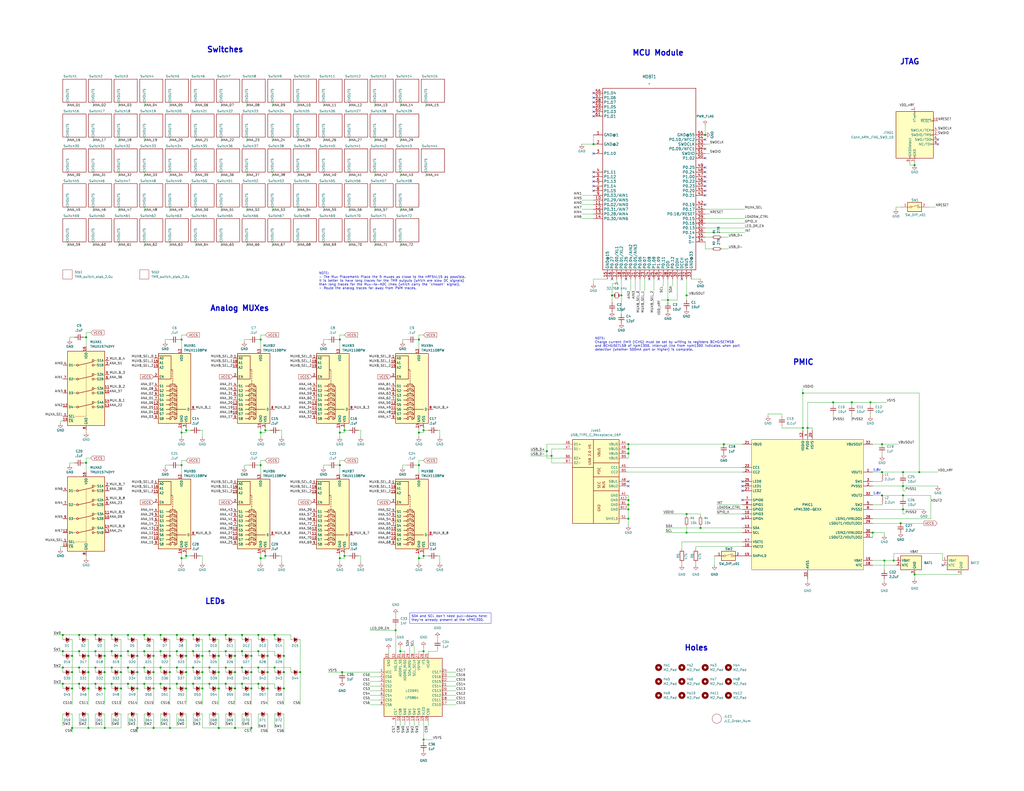
<source format=kicad_sch>
(kicad_sch (version 20250114) (generator "eeschema") (generator_version "9.0")
  (paper "C")
  (text "NOTE:\nCharge current limit (ICHG) must be set by writing to registers BCHGISETMSB\nand BCHGISETLSB of npm1300. Interrupt line from npm1300 indicates when port \ndetection (whether 500mA port or higher) is complete." (at 324.612 187.96 0) (effects (font (size 1.27 1.27)) (justify left)))
  (text "Holes" (at 373.38 355.6 0) (effects (font (size 3 3) (bold yes)) (justify left bottom)))
  (text "1.8V" (at 478.536 256.794 0) (effects (font (size 1.27 1.27))))
  (text "MCU Module" (at 344.932 30.734 0) (effects (font (size 3 3) (bold yes)) (justify left bottom)))
  (text "JTAG" (at 490.982 35.56 0) (effects (font (size 3 3) (bold yes)) (justify left bottom)))
  (text "Analog MUXes" (at 114.554 170.18 0) (effects (font (size 3 3) (bold yes)) (justify left bottom)))
  (text "LEDs" (at 111.76 330.2 0) (effects (font (size 3 3) (bold yes)) (justify left bottom)))
  (text "PMIC" (at 432.562 199.644 0) (effects (font (size 3 3) (bold yes)) (justify left bottom)))
  (text "NOTE:\n- The Mux Placement: Place the 5 muxes as close to the nRF54L15 as possible. \nIt is better to have long traces for the TMR outputs (which are slow DC signals) \nthan long traces for the Mux-to-ADC lines (which carry the \"chosen\" signal).\n- Route the analog traces far away from PWM traces.\n" (at 173.99 158.242 0) (effects (font (size 1.27 1.27)) (justify left bottom)))
  (text "Switches" (at 112.776 28.956 0) (effects (font (size 3 3) (bold yes)) (justify left bottom)))
  (text "1.8V" (at 478.536 269.494 0) (effects (font (size 1.27 1.27))))
  (text_box "SDA and SCL don't need pull-downs here; \nthey're already present at the nPM1300.\n" (at 223.52 334.645 0) (size 44.45 5.715) (margins 0.9525 0.9525 0.9525 0.9525) (effects (font (size 1.27 1.27)) (justify left top)))
  (junction (at 342.9 245.11))
  (junction (at 142.24 185.42))
  (junction (at 48.26 358.14))
  (junction (at 123.19 373.38))
  (junction (at 144.78 234.95))
  (junction (at 114.3 364.49))
  (junction (at 123.19 364.49))
  (junction (at 83.82 397.51))
  (junction (at 185.42 304.8))
  (junction (at 132.08 355.6))
  (junction (at 48.26 375.92))
  (junction (at 48.26 397.51))
  (junction (at 137.16 358.14))
  (junction (at 43.18 346.71))
  (junction (at 92.71 397.51))
  (junction (at 39.37 367.03))
  (junction (at 128.27 397.51))
  (junction (at 101.6 303.53))
  (junction (at 92.71 358.14))
  (junction (at 146.05 358.14))
  (junction (at 52.07 364.49))
  (junction (at 96.52 364.49))
  (junction (at 140.97 355.6))
  (junction (at 83.82 367.03))
  (junction (at 34.29 373.38))
  (junction (at 140.97 373.38))
  (junction (at 83.82 375.92))
  (junction (at 39.37 375.92))
  (junction (at 454.66 219.71))
  (junction (at 142.24 304.8))
  (junction (at 96.52 355.6))
  (junction (at 342.9 283.21))
  (junction (at 96.52 346.71))
  (junction (at 185.42 254))
  (junction (at 491.49 285.75))
  (junction (at 132.08 373.38))
  (junction (at 114.3 355.6))
  (junction (at 101.6 358.14))
  (junction (at 298.45 246.38))
  (junction (at 481.33 270.51))
  (junction (at 110.49 367.03))
  (junction (at 99.06 185.42))
  (junction (at 105.41 373.38))
  (junction (at 128.27 367.03))
  (junction (at 119.38 397.51))
  (junction (at 231.14 234.95))
  (junction (at 57.15 367.03))
  (junction (at 438.15 233.68))
  (junction (at 46.99 184.15))
  (junction (at 142.24 254))
  (junction (at 394.97 242.57))
  (junction (at 364.49 163.83))
  (junction (at 69.85 364.49))
  (junction (at 60.96 355.6))
  (junction (at 132.08 364.49))
  (junction (at 149.86 346.71))
  (junction (at 185.42 236.22))
  (junction (at 99.06 304.8))
  (junction (at 92.71 375.92))
  (junction (at 339.09 161.29))
  (junction (at 185.42 185.42))
  (junction (at 83.82 358.14))
  (junction (at 57.15 397.51))
  (junction (at 114.3 373.38))
  (junction (at 60.96 346.71))
  (junction (at 34.29 355.6))
  (junction (at 342.9 247.65))
  (junction (at 501.65 257.81))
  (junction (at 187.96 234.95))
  (junction (at 228.6 304.8))
  (junction (at 74.93 397.51))
  (junction (at 342.9 242.57))
  (junction (at 105.41 346.71))
  (junction (at 87.63 364.49))
  (junction (at 137.16 367.03))
  (junction (at 487.68 306.07))
  (junction (at 119.38 367.03))
  (junction (at 132.08 346.71))
  (junction (at 374.65 161.29))
  (junction (at 34.29 364.49))
  (junction (at 481.33 257.81))
  (junction (at 48.26 367.03))
  (junction (at 87.63 373.38))
  (junction (at 78.74 364.49))
  (junction (at 39.37 397.51))
  (junction (at 87.63 355.6))
  (junction (at 228.6 185.42))
  (junction (at 186.69 367.03))
  (junction (at 46.99 252.73))
  (junction (at 66.04 358.14))
  (junction (at 99.06 254))
  (junction (at 384.81 73.66))
  (junction (at 323.85 78.74))
  (junction (at 74.93 375.92))
  (junction (at 69.85 346.71))
  (junction (at 154.94 358.14))
  (junction (at 146.05 367.03))
  (junction (at 137.16 397.51))
  (junction (at 492.76 265.43))
  (junction (at 110.49 358.14))
  (junction (at 146.05 375.92))
  (junction (at 499.11 313.69))
  (junction (at 52.07 355.6))
  (junction (at 163.83 367.03))
  (junction (at 119.38 375.92))
  (junction (at 154.94 367.03))
  (junction (at 101.6 375.92))
  (junction (at 440.69 233.68))
  (junction (at 187.96 303.53))
  (junction (at 123.19 355.6))
  (junction (at 78.74 346.71))
  (junction (at 228.6 254))
  (junction (at 69.85 355.6))
  (junction (at 149.86 364.49))
  (junction (at 105.41 364.49))
  (junction (at 300.99 248.92))
  (junction (at 43.18 373.38))
  (junction (at 66.04 367.03))
  (junction (at 481.33 242.57))
  (junction (at 140.97 346.71))
  (junction (at 105.41 355.6))
  (junction (at 137.16 375.92))
  (junction (at 128.27 358.14))
  (junction (at 474.98 219.71))
  (junction (at 342.9 278.13))
  (junction (at 123.19 346.71))
  (junction (at 334.01 161.29))
  (junction (at 218.44 355.6))
  (junction (at 78.74 373.38))
  (junction (at 154.94 375.92))
  (junction (at 228.6 236.22))
  (junction (at 374.65 280.67))
  (junction (at 482.6 306.07))
  (junction (at 60.96 364.49))
  (junction (at 110.49 375.92))
  (junction (at 69.85 373.38))
  (junction (at 99.06 236.22))
  (junction (at 87.63 346.71))
  (junction (at 92.71 367.03))
  (junction (at 74.93 367.03))
  (junction (at 144.78 303.53))
  (junction (at 78.74 355.6))
  (junction (at 34.29 346.71))
  (junction (at 476.25 290.83))
  (junction (at 96.52 373.38))
  (junction (at 464.82 219.71))
  (junction (at 57.15 358.14))
  (junction (at 52.07 346.71))
  (junction (at 342.9 273.05))
  (junction (at 342.9 275.59))
  (junction (at 114.3 346.71))
  (junction (at 374.65 290.83))
  (junction (at 128.27 375.92))
  (junction (at 39.37 358.14))
  (junction (at 492.76 278.13))
  (junction (at 438.15 214.63))
  (junction (at 119.38 358.14))
  (junction (at 57.15 375.92))
  (junction (at 492.76 257.81))
  (junction (at 231.14 303.53))
  (junction (at 66.04 375.92))
  (junction (at 101.6 367.03))
  (junction (at 52.07 373.38))
  (junction (at 140.97 364.49))
  (junction (at 43.18 364.49))
  (junction (at 101.6 234.95))
  (junction (at 492.76 270.51))
  (junction (at 43.18 355.6))
  (junction (at 231.14 403.86))
  (junction (at 499.11 90.17))
  (junction (at 215.9 344.17))
  (junction (at 382.27 288.29))
  (junction (at 60.96 373.38))
  (junction (at 231.14 355.6))
  (junction (at 142.24 236.22))
  (junction (at 74.93 358.14))
  (no_connect (at 384.81 91.44))
  (no_connect (at 384.81 106.68))
  (no_connect (at 323.85 63.5))
  (no_connect (at 323.85 96.52))
  (no_connect (at 323.85 104.14))
  (no_connect (at 354.33 152.4))
  (no_connect (at 384.81 99.06))
  (no_connect (at 405.13 273.05))
  (no_connect (at 342.9 265.43))
  (no_connect (at 323.85 101.6))
  (no_connect (at 384.81 104.14))
  (no_connect (at 334.01 152.4))
  (no_connect (at 511.81 78.74))
  (no_connect (at 384.81 81.28))
  (no_connect (at 323.85 53.34))
  (no_connect (at 384.81 111.76))
  (no_connect (at 323.85 83.82))
  (no_connect (at 372.11 152.4))
  (no_connect (at 511.81 76.2))
  (no_connect (at 323.85 99.06))
  (no_connect (at 323.85 55.88))
  (no_connect (at 514.35 308.61))
  (no_connect (at 359.41 152.4))
  (no_connect (at 323.85 50.8))
  (no_connect (at 323.85 60.96))
  (no_connect (at 384.81 93.98))
  (no_connect (at 384.81 76.2))
  (no_connect (at 405.13 283.21))
  (no_connect (at 341.63 152.4))
  (no_connect (at 405.13 262.89))
  (no_connect (at 342.9 262.89))
  (no_connect (at 384.81 86.36))
  (no_connect (at 405.13 267.97))
  (no_connect (at 323.85 58.42))
  (no_connect (at 384.81 101.6))
  (no_connect (at 405.13 265.43))
  (no_connect (at 323.85 93.98))
  (no_connect (at 384.81 96.52))
  (wire (pts (xy 110.49 234.95) (xy 110.49 238.76)))
  (wire (pts (xy 123.19 389.89) (xy 123.19 396.24)))
  (wire (pts (xy 96.52 373.38) (xy 105.41 373.38)))
  (wire (pts (xy 393.7 135.89) (xy 397.51 135.89)))
  (wire (pts (xy 231.14 403.86) (xy 236.22 403.86)))
  (wire (pts (xy 223.52 393.7) (xy 223.52 396.24)))
  (wire (pts (xy 64.77 74.93) (xy 64.77 77.47)))
  (wire (pts (xy 196.85 303.53) (xy 196.85 307.34)))
  (wire (pts (xy 238.76 234.95) (xy 240.03 234.95)))
  (wire (pts (xy 154.94 375.92) (xy 154.94 384.81)))
  (wire (pts (xy 132.08 355.6) (xy 132.08 358.14)))
  (wire (pts (xy 222.25 254) (xy 219.71 254)))
  (wire (pts (xy 220.98 356.87) (xy 220.98 355.6)))
  (wire (pts (xy 240.03 303.53) (xy 240.03 307.34)))
  (wire (pts (xy 46.99 257.81) (xy 46.99 252.73)))
  (wire (pts (xy 426.72 227.33) (xy 426.72 226.06)))
  (wire (pts (xy 492.76 278.13) (xy 492.76 276.86)))
  (wire (pts (xy 135.89 185.42) (xy 133.35 185.42)))
  (wire (pts (xy 201.93 372.11) (xy 207.01 372.11)))
  (wire (pts (xy 50.8 113.03) (xy 50.8 115.57)))
  (wire (pts (xy 99.06 190.5) (xy 99.06 185.42)))
  (wire (pts (xy 78.74 364.49) (xy 87.63 364.49)))
  (wire (pts (xy 66.04 367.03) (xy 66.04 375.92)))
  (wire (pts (xy 99.06 233.68) (xy 99.06 236.22)))
  (wire (pts (xy 105.41 364.49) (xy 114.3 364.49)))
  (wire (pts (xy 69.85 373.38) (xy 78.74 373.38)))
  (wire (pts (xy 101.6 236.22) (xy 99.06 236.22)))
  (wire (pts (xy 135.89 254) (xy 133.35 254)))
  (wire (pts (xy 464.82 226.06) (xy 464.82 229.87)))
  (wire (pts (xy 476.25 262.89) (xy 481.33 262.89)))
  (wire (pts (xy 34.29 373.38) (xy 43.18 373.38)))
  (wire (pts (xy 231.14 233.68) (xy 231.14 234.95)))
  (wire (pts (xy 176.53 132.08) (xy 176.53 134.62)))
  (wire (pts (xy 120.65 55.88) (xy 120.65 58.42)))
  (wire (pts (xy 78.74 113.03) (xy 78.74 115.57)))
  (wire (pts (xy 363.22 288.29) (xy 382.27 288.29)))
  (wire (pts (xy 218.44 393.7) (xy 218.44 396.24)))
  (wire (pts (xy 87.63 355.6) (xy 96.52 355.6)))
  (wire (pts (xy 52.07 346.71) (xy 52.07 349.25)))
  (wire (pts (xy 60.96 364.49) (xy 69.85 364.49)))
  (wire (pts (xy 231.14 234.95) (xy 231.14 236.22)))
  (wire (pts (xy 149.86 389.89) (xy 149.86 397.51)))
  (wire (pts (xy 218.44 113.03) (xy 218.44 115.57)))
  (wire (pts (xy 482.6 306.07) (xy 482.6 311.15)))
  (wire (pts (xy 87.63 346.71) (xy 96.52 346.71)))
  (wire (pts (xy 176.53 185.42) (xy 176.53 186.69)))
  (wire (pts (xy 34.29 364.49) (xy 34.29 367.03)))
  (wire (pts (xy 144.78 236.22) (xy 142.24 236.22)))
  (wire (pts (xy 78.74 373.38) (xy 87.63 373.38)))
  (wire (pts (xy 492.76 270.51) (xy 508 270.51)))
  (wire (pts (xy 46.99 181.61) (xy 46.99 184.15)))
  (wire (pts (xy 514.35 306.07) (xy 514.35 302.26)))
  (wire (pts (xy 185.42 304.8) (xy 185.42 307.34)))
  (wire (pts (xy 74.93 375.92) (xy 74.93 384.81)))
  (wire (pts (xy 232.41 93.98) (xy 232.41 96.52)))
  (wire (pts (xy 443.23 233.68) (xy 440.69 233.68)))
  (wire (pts (xy 228.6 393.7) (xy 228.6 396.24)))
  (wire (pts (xy 476.25 278.13) (xy 492.76 278.13)))
  (wire (pts (xy 78.74 346.71) (xy 87.63 346.71)))
  (wire (pts (xy 74.93 349.25) (xy 74.93 358.14)))
  (wire (pts (xy 228.6 304.8) (xy 228.6 307.34)))
  (wire (pts (xy 137.16 389.89) (xy 137.16 397.51)))
  (wire (pts (xy 87.63 389.89) (xy 87.63 396.24)))
  (wire (pts (xy 57.15 358.14) (xy 57.15 367.03)))
  (wire (pts (xy 133.35 254) (xy 133.35 255.27)))
  (wire (pts (xy 454.66 219.71) (xy 454.66 220.98)))
  (wire (pts (xy 69.85 346.71) (xy 69.85 349.25)))
  (wire (pts (xy 34.29 355.6) (xy 43.18 355.6)))
  (wire (pts (xy 162.56 113.03) (xy 162.56 115.57)))
  (wire (pts (xy 128.27 367.03) (xy 128.27 375.92)))
  (wire (pts (xy 219.71 185.42) (xy 219.71 186.69)))
  (wire (pts (xy 144.78 251.46) (xy 142.24 251.46)))
  (wire (pts (xy 114.3 355.6) (xy 123.19 355.6)))
  (wire (pts (xy 57.15 375.92) (xy 57.15 384.81)))
  (wire (pts (xy 60.96 373.38) (xy 69.85 373.38)))
  (wire (pts (xy 317.5 114.3) (xy 323.85 114.3)))
  (wire (pts (xy 101.6 251.46) (xy 99.06 251.46)))
  (wire (pts (xy 52.07 355.6) (xy 52.07 358.14)))
  (wire (pts (xy 482.6 306.07) (xy 487.68 306.07)))
  (wire (pts (xy 92.71 113.03) (xy 92.71 115.57)))
  (wire (pts (xy 196.85 234.95) (xy 196.85 238.76)))
  (wire (pts (xy 90.17 254) (xy 90.17 255.27)))
  (wire (pts (xy 33.02 229.87) (xy 33.02 231.14)))
  (wire (pts (xy 215.9 341.63) (xy 215.9 344.17)))
  (wire (pts (xy 379.73 307.34) (xy 379.73 308.61)))
  (wire (pts (xy 187.96 302.26) (xy 187.96 303.53)))
  (wire (pts (xy 149.86 373.38) (xy 149.86 375.92)))
  (wire (pts (xy 300.99 245.11) (xy 300.99 248.92)))
  (wire (pts (xy 382.27 287.02) (xy 382.27 288.29)))
  (wire (pts (xy 201.93 374.65) (xy 207.01 374.65)))
  (wire (pts (xy 128.27 389.89) (xy 128.27 397.51)))
  (wire (pts (xy 114.3 355.6) (xy 114.3 358.14)))
  (wire (pts (xy 132.08 389.89) (xy 132.08 396.24)))
  (wire (pts (xy 43.18 373.38) (xy 52.07 373.38)))
  (wire (pts (xy 317.5 106.68) (xy 323.85 106.68)))
  (wire (pts (xy 99.06 185.42) (xy 97.79 185.42)))
  (wire (pts (xy 60.96 389.89) (xy 60.96 396.24)))
  (wire (pts (xy 334.01 154.94) (xy 334.01 161.29)))
  (wire (pts (xy 50.8 74.93) (xy 50.8 77.47)))
  (wire (pts (xy 391.16 280.67) (xy 405.13 280.67)))
  (wire (pts (xy 356.87 152.4) (xy 356.87 158.75)))
  (wire (pts (xy 153.67 234.95) (xy 153.67 238.76)))
  (wire (pts (xy 186.69 367.03) (xy 207.01 367.03)))
  (wire (pts (xy 384.81 78.74) (xy 387.35 78.74)))
  (wire (pts (xy 134.62 113.03) (xy 134.62 115.57)))
  (wire (pts (xy 374.65 290.83) (xy 405.13 290.83)))
  (wire (pts (xy 101.6 303.53) (xy 104.14 303.53)))
  (wire (pts (xy 101.6 349.25) (xy 101.6 358.14)))
  (wire (pts (xy 144.78 182.88) (xy 142.24 182.88)))
  (wire (pts (xy 29.21 346.71) (xy 34.29 346.71)))
  (wire (pts (xy 176.53 74.93) (xy 176.53 77.47)))
  (wire (pts (xy 105.41 364.49) (xy 105.41 367.03)))
  (wire (pts (xy 440.69 219.71) (xy 454.66 219.71)))
  (wire (pts (xy 228.6 302.26) (xy 228.6 304.8)))
  (wire (pts (xy 66.04 349.25) (xy 66.04 358.14)))
  (wire (pts (xy 228.6 259.08) (xy 228.6 254)))
  (wire (pts (xy 190.5 132.08) (xy 190.5 134.62)))
  (wire (pts (xy 248.92 374.65) (xy 243.84 374.65)))
  (wire (pts (xy 38.1 184.15) (xy 38.1 185.42)))
  (wire (pts (xy 443.23 234.95) (xy 443.23 233.68)))
  (wire (pts (xy 384.81 119.38) (xy 406.4 119.38)))
  (wire (pts (xy 499.11 313.69) (xy 499.11 316.23)))
  (wire (pts (xy 87.63 355.6) (xy 87.63 358.14)))
  (wire (pts (xy 92.71 397.51) (xy 83.82 397.51)))
  (wire (pts (xy 179.07 254) (xy 176.53 254)))
  (wire (pts (xy 96.52 355.6) (xy 105.41 355.6)))
  (wire (pts (xy 372.11 307.34) (xy 372.11 308.61)))
  (wire (pts (xy 64.77 113.03) (xy 64.77 115.57)))
  (wire (pts (xy 133.35 185.42) (xy 133.35 186.69)))
  (wire (pts (xy 142.24 185.42) (xy 140.97 185.42)))
  (wire (pts (xy 87.63 373.38) (xy 96.52 373.38)))
  (wire (pts (xy 152.4 303.53) (xy 153.67 303.53)))
  (wire (pts (xy 222.25 185.42) (xy 219.71 185.42)))
  (wire (pts (xy 307.34 250.19) (xy 298.45 250.19)))
  (wire (pts (xy 491.49 285.75) (xy 504.19 285.75)))
  (wire (pts (xy 92.71 254) (xy 90.17 254)))
  (wire (pts (xy 66.04 397.51) (xy 57.15 397.51)))
  (wire (pts (xy 361.95 152.4) (xy 361.95 156.21)))
  (wire (pts (xy 218.44 55.88) (xy 218.44 58.42)))
  (wire (pts (xy 106.68 74.93) (xy 106.68 77.47)))
  (wire (pts (xy 369.57 152.4) (xy 369.57 163.83)))
  (wire (pts (xy 384.81 135.89) (xy 388.62 135.89)))
  (wire (pts (xy 83.82 358.14) (xy 83.82 367.03)))
  (wire (pts (xy 298.45 250.19) (xy 298.45 246.38)))
  (wire (pts (xy 49.53 181.61) (xy 46.99 181.61)))
  (wire (pts (xy 52.07 346.71) (xy 60.96 346.71)))
  (wire (pts (xy 426.72 226.06) (xy 419.1 226.06)))
  (wire (pts (xy 106.68 55.88) (xy 106.68 58.42)))
  (wire (pts (xy 163.83 367.03) (xy 163.83 384.81)))
  (wire (pts (xy 228.6 355.6) (xy 231.14 355.6)))
  (wire (pts (xy 231.14 355.6) (xy 231.14 356.87)))
  (wire (pts (xy 212.09 354.33) (xy 212.09 356.87)))
  (wire (pts (xy 92.71 132.08) (xy 92.71 134.62)))
  (wire (pts (xy 34.29 364.49) (xy 43.18 364.49)))
  (wire (pts (xy 201.93 379.73) (xy 207.01 379.73)))
  (wire (pts (xy 153.67 303.53) (xy 153.67 307.34)))
  (wire (pts (xy 228.6 185.42) (xy 227.33 185.42)))
  (wire (pts (xy 142.24 233.68) (xy 142.24 236.22)))
  (wire (pts (xy 96.52 364.49) (xy 105.41 364.49)))
  (wire (pts (xy 109.22 234.95) (xy 110.49 234.95)))
  (wire (pts (xy 201.93 377.19) (xy 207.01 377.19)))
  (wire (pts (xy 144.78 234.95) (xy 147.32 234.95)))
  (wire (pts (xy 36.83 113.03) (xy 36.83 115.57)))
  (wire (pts (xy 132.08 373.38) (xy 132.08 375.92)))
  (wire (pts (xy 34.29 389.89) (xy 34.29 396.24)))
  (wire (pts (xy 382.27 280.67) (xy 382.27 281.94)))
  (wire (pts (xy 78.74 93.98) (xy 78.74 96.52)))
  (wire (pts (xy 231.14 304.8) (xy 228.6 304.8)))
  (wire (pts (xy 148.59 93.98) (xy 148.59 96.52)))
  (wire (pts (xy 105.41 346.71) (xy 114.3 346.71)))
  (wire (pts (xy 137.16 358.14) (xy 137.16 367.03)))
  (wire (pts (xy 105.41 355.6) (xy 114.3 355.6)))
  (wire (pts (xy 110.49 303.53) (xy 110.49 307.34)))
  (wire (pts (xy 144.78 302.26) (xy 144.78 303.53)))
  (wire (pts (xy 34.29 373.38) (xy 34.29 375.92)))
  (wire (pts (xy 132.08 346.71) (xy 140.97 346.71)))
  (wire (pts (xy 83.82 349.25) (xy 83.82 358.14)))
  (wire (pts (xy 474.98 219.71) (xy 483.87 219.71)))
  (wire (pts (xy 187.96 236.22) (xy 185.42 236.22)))
  (wire (pts (xy 99.06 251.46) (xy 99.06 254)))
  (wire (pts (xy 187.96 234.95) (xy 187.96 236.22)))
  (wire (pts (xy 204.47 55.88) (xy 204.47 58.42)))
  (wire (pts (xy 96.52 346.71) (xy 96.52 349.25)))
  (wire (pts (xy 377.19 152.4) (xy 382.27 152.4)))
  (wire (pts (xy 374.65 287.02) (xy 374.65 290.83)))
  (wire (pts (xy 382.27 288.29) (xy 405.13 288.29)))
  (wire (pts (xy 240.03 234.95) (xy 240.03 238.76)))
  (wire (pts (xy 142.24 251.46) (xy 142.24 254)))
  (wire (pts (xy 201.93 369.57) (xy 207.01 369.57)))
  (wire (pts (xy 123.19 346.71) (xy 123.19 349.25)))
  (wire (pts (xy 105.41 355.6) (xy 105.41 358.14)))
  (wire (pts (xy 134.62 93.98) (xy 134.62 96.52)))
  (wire (pts (xy 187.96 251.46) (xy 185.42 251.46)))
  (wire (pts (xy 298.45 246.38) (xy 298.45 242.57)))
  (wire (pts (xy 140.97 346.71) (xy 140.97 349.25)))
  (wire (pts (xy 99.06 304.8) (xy 99.06 307.34)))
  (wire (pts (xy 40.64 184.15) (xy 38.1 184.15)))
  (wire (pts (xy 148.59 55.88) (xy 148.59 58.42)))
  (wire (pts (xy 114.3 364.49) (xy 114.3 367.03)))
  (wire (pts (xy 440.69 233.68) (xy 440.69 219.71)))
  (wire (pts (xy 119.38 349.25) (xy 119.38 358.14)))
  (wire (pts (xy 231.14 182.88) (xy 228.6 182.88)))
  (wire (pts (xy 419.1 226.06) (xy 419.1 227.33)))
  (wire (pts (xy 46.99 252.73) (xy 45.72 252.73)))
  (wire (pts (xy 57.15 397.51) (xy 48.26 397.51)))
  (wire (pts (xy 152.4 234.95) (xy 153.67 234.95)))
  (wire (pts (xy 36.83 55.88) (xy 36.83 58.42)))
  (wire (pts (xy 243.84 367.03) (xy 248.92 367.03)))
  (wire (pts (xy 110.49 349.25) (xy 110.49 358.14)))
  (wire (pts (xy 43.18 346.71) (xy 52.07 346.71)))
  (wire (pts (xy 438.15 233.68) (xy 426.72 233.68)))
  (wire (pts (xy 69.85 355.6) (xy 69.85 358.14)))
  (wire (pts (xy 110.49 389.89) (xy 110.49 397.51)))
  (wire (pts (xy 492.76 267.97) (xy 492.76 265.43)))
  (wire (pts (xy 346.71 152.4) (xy 346.71 158.75)))
  (wire (pts (xy 99.06 182.88) (xy 99.06 185.42)))
  (wire (pts (xy 233.68 356.87) (xy 233.68 355.6)))
  (wire (pts (xy 323.85 73.66) (xy 323.85 78.74)))
  (wire (pts (xy 384.81 124.46) (xy 406.4 124.46)))
  (wire (pts (xy 231.14 353.06) (xy 231.14 355.6)))
  (wire (pts (xy 476.25 290.83) (xy 476.25 293.37)))
  (wire (pts (xy 218.44 353.06) (xy 218.44 355.6)))
  (wire (pts (xy 92.71 349.25) (xy 92.71 358.14)))
  (wire (pts (xy 248.92 369.57) (xy 243.84 369.57)))
  (wire (pts (xy 488.95 113.03) (xy 488.95 114.3)))
  (wire (pts (xy 92.71 55.88) (xy 92.71 58.42)))
  (wire (pts (xy 99.06 254) (xy 97.79 254)))
  (wire (pts (xy 231.14 302.26) (xy 231.14 303.53)))
  (wire (pts (xy 405.13 298.45) (xy 379.73 298.45)))
  (wire (pts (xy 228.6 182.88) (xy 228.6 185.42)))
  (wire (pts (xy 48.26 389.89) (xy 48.26 397.51)))
  (wire (pts (xy 218.44 132.08) (xy 218.44 134.62)))
  (wire (pts (xy 474.98 226.06) (xy 474.98 227.33)))
  (wire (pts (xy 364.49 163.83) (xy 364.49 165.1)))
  (wire (pts (xy 179.07 185.42) (xy 176.53 185.42)))
  (wire (pts (xy 78.74 355.6) (xy 78.74 358.14)))
  (wire (pts (xy 52.07 389.89) (xy 52.07 396.24)))
  (wire (pts (xy 185.42 251.46) (xy 185.42 254)))
  (wire (pts (xy 39.37 375.92) (xy 39.37 384.81)))
  (wire (pts (xy 364.49 152.4) (xy 364.49 163.83)))
  (wire (pts (xy 187.96 182.88) (xy 185.42 182.88)))
  (wire (pts (xy 83.82 397.51) (xy 74.93 397.51)))
  (wire (pts (xy 140.97 373.38) (xy 140.97 375.92)))
  (wire (pts (xy 342.9 247.65) (xy 342.9 250.19)))
  (wire (pts (xy 158.75 346.71) (xy 158.75 349.25)))
  (wire (pts (xy 492.76 257.81) (xy 492.76 259.08)))
  (wire (pts (xy 185.42 190.5) (xy 185.42 185.42)))
  (wire (pts (xy 248.92 384.81) (xy 243.84 384.81)))
  (wire (pts (xy 154.94 349.25) (xy 154.94 358.14)))
  (wire (pts (xy 204.47 132.08) (xy 204.47 134.62)))
  (wire (pts (xy 492.76 270.51) (xy 492.76 271.78)))
  (wire (pts (xy 43.18 389.89) (xy 43.18 396.24)))
  (wire (pts (xy 481.33 257.81) (xy 492.76 257.81)))
  (wire (pts (xy 105.41 373.38) (xy 105.41 375.92)))
  (wire (pts (xy 39.37 389.89) (xy 39.37 397.51)))
  (wire (pts (xy 134.62 132.08) (xy 134.62 134.62)))
  (wire (pts (xy 317.5 109.22) (xy 323.85 109.22)))
  (wire (pts (xy 140.97 355.6) (xy 140.97 358.14)))
  (wire (pts (xy 78.74 55.88) (xy 78.74 58.42)))
  (wire (pts (xy 360.68 163.83) (xy 364.49 163.83)))
  (wire (pts (xy 92.71 375.92) (xy 92.71 384.81)))
  (wire (pts (xy 228.6 251.46) (xy 228.6 254)))
  (wire (pts (xy 48.26 358.14) (xy 48.26 367.03)))
  (wire (pts (xy 492.76 265.43) (xy 511.81 265.43)))
  (wire (pts (xy 149.86 364.49) (xy 149.86 367.03)))
  (wire (pts (xy 176.53 93.98) (xy 176.53 96.52)))
  (wire (pts (xy 476.25 242.57) (xy 481.33 242.57)))
  (wire (pts (xy 87.63 373.38) (xy 87.63 375.92)))
  (wire (pts (xy 501.65 214.63) (xy 438.15 214.63)))
  (wire (pts (xy 132.08 373.38) (xy 140.97 373.38)))
  (wire (pts (xy 476.25 275.59) (xy 481.33 275.59)))
  (wire (pts (xy 496.57 88.9) (xy 496.57 90.17)))
  (wire (pts (xy 101.6 234.95) (xy 104.14 234.95)))
  (wire (pts (xy 74.93 358.14) (xy 74.93 367.03)))
  (wire (pts (xy 92.71 93.98) (xy 92.71 96.52)))
  (wire (pts (xy 48.26 349.25) (xy 48.26 358.14)))
  (wire (pts (xy 142.24 236.22) (xy 142.24 238.76)))
  (wire (pts (xy 83.82 389.89) (xy 83.82 397.51)))
  (wire (pts (xy 96.52 355.6) (xy 96.52 358.14)))
  (wire (pts (xy 195.58 303.53) (xy 196.85 303.53)))
  (wire (pts (xy 90.17 185.42) (xy 90.17 186.69)))
  (wire (pts (xy 384.81 83.82) (xy 387.35 83.82)))
  (wire (pts (xy 384.81 121.92) (xy 406.4 121.92)))
  (wire (pts (xy 231.14 303.53) (xy 233.68 303.53)))
  (wire (pts (xy 185.42 254) (xy 184.15 254)))
  (wire (pts (xy 218.44 93.98) (xy 218.44 96.52)))
  (wire (pts (xy 323.85 152.4) (xy 331.47 152.4)))
  (wire (pts (xy 187.96 233.68) (xy 187.96 234.95)))
  (wire (pts (xy 46.99 234.95) (xy 46.99 236.22)))
  (wire (pts (xy 140.97 364.49) (xy 140.97 367.03)))
  (wire (pts (xy 185.42 185.42) (xy 184.15 185.42)))
  (wire (pts (xy 29.21 355.6) (xy 34.29 355.6)))
  (wire (pts (xy 363.22 290.83) (xy 374.65 290.83)))
  (wire (pts (xy 231.14 234.95) (xy 233.68 234.95)))
  (wire (pts (xy 300.99 252.73) (xy 307.34 252.73)))
  (wire (pts (xy 372.11 295.91) (xy 372.11 299.72)))
  (wire (pts (xy 114.3 346.71) (xy 114.3 349.25)))
  (wire (pts (xy 231.14 236.22) (xy 228.6 236.22)))
  (wire (pts (xy 128.27 375.92) (xy 128.27 384.81)))
  (wire (pts (xy 119.38 389.89) (xy 119.38 397.51)))
  (wire (pts (xy 96.52 389.89) (xy 96.52 396.24)))
  (wire (pts (xy 342.9 245.11) (xy 342.9 247.65)))
  (wire (pts (xy 142.24 254) (xy 140.97 254)))
  (wire (pts (xy 289.56 248.92) (xy 300.99 248.92)))
  (wire (pts (xy 440.69 316.23) (xy 440.69 317.5)))
  (wire (pts (xy 204.47 74.93) (xy 204.47 77.47)))
  (wire (pts (xy 506.73 113.03) (xy 510.54 113.03)))
  (wire (pts (xy 384.81 68.58) (xy 384.81 73.66)))
  (wire (pts (xy 426.72 233.68) (xy 426.72 232.41)))
  (wire (pts (xy 176.53 55.88) (xy 176.53 58.42)))
  (wire (pts (xy 162.56 132.08) (xy 162.56 134.62)))
  (wire (pts (xy 334.01 161.29) (xy 334.01 165.1)))
  (wire (pts (xy 317.5 78.74) (xy 323.85 78.74)))
  (wire (pts (xy 106.68 93.98) (xy 106.68 96.52)))
  (wire (pts (xy 220.98 355.6) (xy 218.44 355.6)))
  (wire (pts (xy 87.63 364.49) (xy 96.52 364.49)))
  (wire (pts (xy 149.86 364.49) (xy 158.75 364.49)))
  (wire (pts (xy 248.92 377.19) (xy 243.84 377.19)))
  (wire (pts (xy 391.16 275.59) (xy 405.13 275.59)))
  (wire (pts (xy 78.74 346.71) (xy 78.74 349.25)))
  (wire (pts (xy 101.6 233.68) (xy 101.6 234.95)))
  (wire (pts (xy 99.06 236.22) (xy 99.06 238.76)))
  (wire (pts (xy 140.97 355.6) (xy 149.86 355.6)))
  (wire (pts (xy 204.47 93.98) (xy 204.47 96.52)))
  (wire (pts (xy 29.21 364.49) (xy 34.29 364.49)))
  (wire (pts (xy 43.18 355.6) (xy 43.18 358.14)))
  (wire (pts (xy 39.37 397.51) (xy 39.37 400.05)))
  (wire (pts (xy 342.9 255.27) (xy 405.13 255.27)))
  (wire (pts (xy 132.08 364.49) (xy 132.08 367.03)))
  (wire (pts (xy 464.82 219.71) (xy 464.82 220.98)))
  (wire (pts (xy 336.55 154.94) (xy 334.01 154.94)))
  (wire (pts (xy 185.42 259.08) (xy 185.42 254)))
  (wire (pts (xy 336.55 152.4) (xy 336.55 154.94)))
  (wire (pts (xy 494.03 267.97) (xy 492.76 267.97)))
  (wire (pts (xy 87.63 364.49) (xy 87.63 367.03)))
  (wire (pts (xy 389.89 303.53) (xy 389.89 308.61)))
  (wire (pts (xy 101.6 303.53) (xy 101.6 304.8)))
  (wire (pts (xy 187.96 304.8) (xy 185.42 304.8)))
  (wire (pts (xy 83.82 375.92) (xy 83.82 384.81)))
  (wire (pts (xy 501.65 257.81) (xy 511.81 257.81)))
  (wire (pts (xy 231.14 393.7) (xy 231.14 403.86)))
  (wire (pts (xy 144.78 303.53) (xy 144.78 304.8)))
  (wire (pts (xy 190.5 113.03) (xy 190.5 115.57)))
  (wire (pts (xy 176.53 254) (xy 176.53 255.27)))
  (wire (pts (xy 140.97 346.71) (xy 149.86 346.71)))
  (wire (pts (xy 393.7 129.54) (xy 397.51 129.54)))
  (wire (pts (xy 92.71 358.14) (xy 92.71 367.03)))
  (wire (pts (xy 52.07 373.38) (xy 52.07 375.92)))
  (wire (pts (xy 187.96 234.95) (xy 190.5 234.95)))
  (wire (pts (xy 289.56 246.38) (xy 298.45 246.38)))
  (wire (pts (xy 179.07 367.03) (xy 186.69 367.03)))
  (wire (pts (xy 149.86 346.71) (xy 149.86 349.25)))
  (wire (pts (xy 43.18 364.49) (xy 52.07 364.49)))
  (wire (pts (xy 36.83 132.08) (xy 36.83 134.62)))
  (wire (pts (xy 342.9 242.57) (xy 342.9 245.11)))
  (wire (pts (xy 476.25 308.61) (xy 488.95 308.61)))
  (wire (pts (xy 96.52 373.38) (xy 96.52 375.92)))
  (wire (pts (xy 231.14 251.46) (xy 228.6 251.46)))
  (wire (pts (xy 132.08 346.71) (xy 132.08 349.25)))
  (wire (pts (xy 114.3 373.38) (xy 123.19 373.38)))
  (wire (pts (xy 114.3 389.89) (xy 114.3 396.24)))
  (wire (pts (xy 228.6 190.5) (xy 228.6 185.42)))
  (wire (pts (xy 38.1 252.73) (xy 38.1 254)))
  (wire (pts (xy 119.38 367.03) (xy 119.38 375.92)))
  (wire (pts (xy 342.9 257.81) (xy 405.13 257.81)))
  (wire (pts (xy 374.65 280.67) (xy 374.65 281.94)))
  (wire (pts (xy 481.33 270.51) (xy 492.76 270.51)))
  (wire (pts (xy 231.14 303.53) (xy 231.14 304.8)))
  (wire (pts (xy 109.22 303.53) (xy 110.49 303.53)))
  (wire (pts (xy 99.06 259.08) (xy 99.06 254)))
  (wire (pts (xy 300.99 248.92) (xy 300.99 252.73)))
  (wire (pts (xy 39.37 349.25) (xy 39.37 358.14)))
  (wire (pts (xy 176.53 113.03) (xy 176.53 115.57)))
  (wire (pts (xy 101.6 375.92) (xy 101.6 384.81)))
  (wire (pts (xy 144.78 234.95) (xy 144.78 236.22)))
  (wire (pts (xy 39.37 358.14) (xy 39.37 367.03)))
  (wire (pts (xy 114.3 364.49) (xy 123.19 364.49)))
  (wire (pts (xy 114.3 346.71) (xy 123.19 346.71)))
  (wire (pts (xy 215.9 335.28) (xy 215.9 336.55)))
  (wire (pts (xy 105.41 389.89) (xy 105.41 396.24)))
  (wire (pts (xy 149.86 346.71) (xy 158.75 346.71)))
  (wire (pts (xy 454.66 219.71) (xy 464.82 219.71)))
  (wire (pts (xy 78.74 74.93) (xy 78.74 77.47)))
  (wire (pts (xy 476.25 290.83) (xy 482.6 290.83)))
  (wire (pts (xy 34.29 229.87) (xy 33.02 229.87)))
  (wire (pts (xy 233.68 355.6) (xy 238.76 355.6)))
  (wire (pts (xy 34.29 298.45) (xy 33.02 298.45)))
  (wire (pts (xy 148.59 132.08) (xy 148.59 134.62)))
  (wire (pts (xy 43.18 346.71) (xy 43.18 349.25)))
  (wire (pts (xy 190.5 55.88) (xy 190.5 58.42)))
  (wire (pts (xy 123.19 346.71) (xy 132.08 346.71)))
  (wire (pts (xy 57.15 389.89) (xy 57.15 397.51)))
  (wire (pts (xy 481.33 242.57) (xy 490.22 242.57)))
  (wire (pts (xy 128.27 349.25) (xy 128.27 358.14)))
  (wire (pts (xy 106.68 132.08) (xy 106.68 134.62)))
  (wire (pts (xy 248.92 372.11) (xy 243.84 372.11)))
  (wire (pts (xy 46.99 184.15) (xy 46.99 189.23)))
  (wire (pts (xy 128.27 397.51) (xy 137.16 397.51)))
  (wire (pts (xy 120.65 113.03) (xy 120.65 115.57)))
  (wire (pts (xy 394.97 242.57) (xy 405.13 242.57)))
  (wire (pts (xy 154.94 389.89) (xy 154.94 400.05)))
  (wire (pts (xy 482.6 316.23) (xy 482.6 317.5)))
  (wire (pts (xy 64.77 55.88) (xy 64.77 58.42)))
  (wire (pts (xy 185.42 233.68) (xy 185.42 236.22)))
  (wire (pts (xy 487.68 302.26) (xy 487.68 306.07)))
  (wire (pts (xy 187.96 303.53) (xy 190.5 303.53)))
  (wire (pts (xy 132.08 364.49) (xy 140.97 364.49)))
  (wire (pts (xy 369.57 163.83) (xy 364.49 163.83)))
  (wire (pts (xy 384.81 132.08) (xy 384.81 135.89)))
  (wire (pts (xy 492.76 265.43) (xy 492.76 264.16)))
  (wire (pts (xy 50.8 132.08) (xy 50.8 134.62)))
  (wire (pts (xy 144.78 233.68) (xy 144.78 234.95)))
  (wire (pts (xy 233.68 393.7) (xy 233.68 396.24)))
  (wire (pts (xy 476.25 257.81) (xy 481.33 257.81)))
  (wire (pts (xy 69.85 346.71) (xy 78.74 346.71)))
  (wire (pts (xy 92.71 389.89) (xy 92.71 397.51)))
  (wire (pts (xy 46.99 184.15) (xy 45.72 184.15)))
  (wire (pts (xy 43.18 355.6) (xy 52.07 355.6)))
  (wire (pts (xy 50.8 93.98) (xy 50.8 96.52)))
  (wire (pts (xy 78.74 373.38) (xy 78.74 375.92)))
  (wire (pts (xy 351.79 152.4) (xy 351.79 158.75)))
  (wire (pts (xy 57.15 349.25) (xy 57.15 358.14)))
  (wire (pts (xy 215.9 344.17) (xy 215.9 356.87)))
  (wire (pts (xy 78.74 389.89) (xy 78.74 396.24)))
  (wire (pts (xy 494.03 280.67) (xy 492.76 280.67)))
  (wire (pts (xy 499.11 88.9) (xy 499.11 90.17)))
  (wire (pts (xy 374.65 152.4) (xy 374.65 161.29)))
  (wire (pts (xy 60.96 355.6) (xy 60.96 358.14)))
  (wire (pts (xy 33.02 298.45) (xy 33.02 299.72)))
  (wire (pts (xy 248.92 382.27) (xy 243.84 382.27)))
  (wire (pts (xy 60.96 346.71) (xy 60.96 349.25)))
  (wire (pts (xy 57.15 367.03) (xy 57.15 375.92)))
  (wire (pts (xy 344.17 152.4) (xy 344.17 158.75)))
  (wire (pts (xy 349.25 152.4) (xy 349.25 158.75)))
  (wire (pts (xy 339.09 152.4) (xy 339.09 161.29)))
  (wire (pts (xy 228.6 233.68) (xy 228.6 236.22)))
  (wire (pts (xy 137.16 375.92) (xy 137.16 384.81)))
  (wire (pts (xy 405.13 295.91) (xy 372.11 295.91)))
  (wire (pts (xy 342.9 278.13) (xy 342.9 283.21)))
  (wire (pts (xy 101.6 358.14) (xy 101.6 367.03)))
  (wire (pts (xy 132.08 355.6) (xy 140.97 355.6)))
  (wire (pts (xy 323.85 154.94) (xy 323.85 152.4)))
  (wire (pts (xy 43.18 373.38) (xy 43.18 375.92)))
  (wire (pts (xy 201.93 344.17) (xy 215.9 344.17)))
  (wire (pts (xy 96.52 364.49) (xy 96.52 367.03)))
  (wire (pts (xy 74.93 389.89) (xy 74.93 397.51)))
  (wire (pts (xy 40.64 252.73) (xy 38.1 252.73)))
  (wire (pts (xy 142.24 304.8) (xy 142.24 307.34)))
  (wire (pts (xy 60.96 346.71) (xy 69.85 346.71)))
  (wire (pts (xy 163.83 349.25) (xy 163.83 367.03)))
  (wire (pts (xy 66.04 375.92) (xy 66.04 384.81)))
  (wire (pts (xy 491.49 113.03) (xy 488.95 113.03)))
  (wire (pts (xy 238.76 303.53) (xy 240.03 303.53)))
  (wire (pts (xy 148.59 74.93) (xy 148.59 77.47)))
  (wire (pts (xy 223.52 353.06) (xy 223.52 356.87)))
  (wire (pts (xy 514.35 302.26) (xy 487.68 302.26)))
  (wire (pts (xy 187.96 303.53) (xy 187.96 304.8)))
  (wire (pts (xy 78.74 364.49) (xy 78.74 367.03)))
  (wire (pts (xy 110.49 397.51) (xy 119.38 397.51)))
  (wire (pts (xy 367.03 152.4) (xy 367.03 156.21)))
  (wire (pts (xy 64.77 93.98) (xy 64.77 96.52)))
  (wire (pts (xy 96.52 346.71) (xy 105.41 346.71)))
  (wire (pts (xy 140.97 364.49) (xy 149.86 364.49)))
  (wire (pts (xy 110.49 375.92) (xy 110.49 384.81)))
  (wire (pts (xy 123.19 364.49) (xy 123.19 367.03)))
  (wire (pts (xy 492.76 280.67) (xy 492.76 278.13)))
  (wire (pts (xy 142.24 182.88) (xy 142.24 185.42)))
  (wire (pts (xy 52.07 355.6) (xy 60.96 355.6)))
  (wire (pts (xy 110.49 358.14) (xy 110.49 367.03)))
  (wire (pts (xy 119.38 358.14) (xy 119.38 367.03)))
  (wire (pts (xy 50.8 55.88) (xy 50.8 58.42)))
  (wire (pts (xy 342.9 273.05) (xy 342.9 275.59)))
  (wire (pts (xy 78.74 132.08) (xy 78.74 134.62)))
  (wire (pts (xy 49.53 250.19) (xy 46.99 250.19)))
  (wire (pts (xy 476.25 270.51) (xy 481.33 270.51)))
  (wire (pts (xy 69.85 389.89) (xy 69.85 396.24)))
  (wire (pts (xy 60.96 355.6) (xy 69.85 355.6)))
  (wire (pts (xy 474.98 219.71) (xy 474.98 220.98)))
  (wire (pts (xy 52.07 364.49) (xy 60.96 364.49)))
  (wire (pts (xy 140.97 373.38) (xy 149.86 373.38)))
  (wire (pts (xy 218.44 355.6) (xy 218.44 356.87)))
  (wire (pts (xy 317.5 111.76) (xy 323.85 111.76)))
  (wire (pts (xy 438.15 212.09) (xy 438.15 214.63)))
  (wire (pts (xy 128.27 358.14) (xy 128.27 367.03)))
  (wire (pts (xy 339.09 161.29) (xy 339.09 171.45)))
  (wire (pts (xy 144.78 303.53) (xy 147.32 303.53)))
  (wire (pts (xy 34.29 346.71) (xy 43.18 346.71)))
  (wire (pts (xy 144.78 304.8) (xy 142.24 304.8)))
  (wire (pts (xy 476.25 265.43) (xy 492.76 265.43)))
  (wire (pts (xy 92.71 367.03) (xy 92.71 375.92)))
  (wire (pts (xy 487.68 306.07) (xy 488.95 306.07)))
  (wire (pts (xy 201.93 384.81) (xy 207.01 384.81)))
  (wire (pts (xy 361.95 280.67) (xy 374.65 280.67)))
  (wire (pts (xy 384.81 114.3) (xy 406.4 114.3)))
  (wire (pts (xy 36.83 93.98) (xy 36.83 96.52)))
  (wire (pts (xy 384.81 129.54) (xy 388.62 129.54)))
  (wire (pts (xy 158.75 364.49) (xy 158.75 367.03)))
  (wire (pts (xy 342.9 275.59) (xy 342.9 278.13)))
  (wire (pts (xy 60.96 364.49) (xy 60.96 367.03)))
  (wire (pts (xy 481.33 247.65) (xy 481.33 248.92)))
  (wire (pts (xy 162.56 55.88) (xy 162.56 58.42)))
  (wire (pts (xy 99.06 302.26) (xy 99.06 304.8)))
  (wire (pts (xy 119.38 397.51) (xy 128.27 397.51)))
  (wire (pts (xy 492.76 278.13) (xy 504.19 278.13)))
  (wire (pts (xy 317.5 119.38) (xy 323.85 119.38)))
  (wire (pts (xy 482.6 290.83) (xy 482.6 292.1)))
  (wire (pts (xy 204.47 113.03) (xy 204.47 115.57)))
  (wire (pts (xy 501.65 257.81) (xy 501.65 214.63)))
  (wire (pts (xy 342.9 242.57) (xy 394.97 242.57)))
  (wire (pts (xy 162.56 93.98) (xy 162.56 96.52)))
  (wire (pts (xy 140.97 389.89) (xy 140.97 397.51)))
  (wire (pts (xy 440.69 234.95) (xy 440.69 233.68)))
  (wire (pts (xy 342.9 270.51) (xy 342.9 273.05)))
  (wire (pts (xy 464.82 219.71) (xy 474.98 219.71)))
  (wire (pts (xy 499.11 313.69) (xy 524.51 313.69)))
  (wire (pts (xy 317.5 116.84) (xy 323.85 116.84)))
  (wire (pts (xy 146.05 375.92) (xy 146.05 384.81)))
  (wire (pts (xy 185.42 182.88) (xy 185.42 185.42)))
  (wire (pts (xy 92.71 74.93) (xy 92.71 77.47)))
  (wire (pts (xy 476.25 283.21) (xy 508 283.21)))
  (wire (pts (xy 146.05 349.25) (xy 146.05 358.14)))
  (wire (pts (xy 46.99 303.53) (xy 46.99 304.8)))
  (wire (pts (xy 190.5 74.93) (xy 190.5 77.47)))
  (wire (pts (xy 492.76 257.81) (xy 501.65 257.81)))
  (wire (pts (xy 101.6 234.95) (xy 101.6 236.22)))
  (wire (pts (xy 34.29 346.71) (xy 34.29 349.25)))
  (wire (pts (xy 374.65 161.29) (xy 375.92 161.29)))
  (wire (pts (xy 101.6 304.8) (xy 99.06 304.8)))
  (wire (pts (xy 201.93 382.27) (xy 207.01 382.27)))
  (wire (pts (xy 78.74 355.6) (xy 87.63 355.6)))
  (wire (pts (xy 342.9 283.21) (xy 342.9 287.02)))
  (wire (pts (xy 48.26 397.51) (xy 39.37 397.51)))
  (wire (pts (xy 476.25 306.07) (xy 482.6 306.07)))
  (wire (pts (xy 48.26 367.03) (xy 48.26 375.92)))
  (wire (pts (xy 218.44 74.93) (xy 218.44 77.47)))
  (wire (pts (xy 162.56 74.93) (xy 162.56 77.47)))
  (wire (pts (xy 391.16 278.13) (xy 405.13 278.13)))
  (wire (pts (xy 232.41 55.88) (xy 232.41 58.42)))
  (wire (pts (xy 123.19 373.38) (xy 132.08 373.38)))
  (wire (pts (xy 220.98 393.7) (xy 220.98 396.24)))
  (wire (pts (xy 101.6 302.26) (xy 101.6 303.53)))
  (wire (pts (xy 374.65 280.67) (xy 382.27 280.67)))
  (wire (pts (xy 60.96 373.38) (xy 60.96 375.92)))
  (wire (pts (xy 146.05 367.03) (xy 146.05 375.92)))
  (wire (pts (xy 137.16 349.25) (xy 137.16 358.14)))
  (wire (pts (xy 154.94 367.03) (xy 154.94 375.92)))
  (wire (pts (xy 226.06 353.06) (xy 226.06 356.87)))
  (wire (pts (xy 52.07 373.38) (xy 60.96 373.38)))
  (wire (pts (xy 438.15 234.95) (xy 438.15 233.68)))
  (wire (pts (xy 149.86 355.6) (xy 149.86 358.14)))
  (wire (pts (xy 238.76 347.98) (xy 238.76 349.25)))
  (wire (pts (xy 137.16 397.51) (xy 137.16 400.05)))
  (wire (pts (xy 379.73 298.45) (xy 379.73 299.72)))
  (wire (pts (xy 137.16 367.03) (xy 137.16 375.92)))
  (wire (pts (xy 384.81 116.84) (xy 387.35 116.84)))
  (wire (pts (xy 66.04 358.14) (xy 66.04 367.03)))
  (wire (pts (xy 134.62 74.93) (xy 134.62 77.47)))
  (wire (pts (xy 307.34 245.11) (xy 300.99 245.11)))
  (wire (pts (xy 69.85 364.49) (xy 78.74 364.49)))
  (wire (pts (xy 48.26 375.92) (xy 48.26 384.81)))
  (wire (pts (xy 142.24 259.08) (xy 142.24 254)))
  (wire (pts (xy 43.18 364.49) (xy 43.18 367.03)))
  (wire (pts (xy 148.59 113.03) (xy 148.59 115.57)))
  (wire (pts (xy 190.5 93.98) (xy 190.5 96.52)))
  (wire (pts (xy 64.77 132.08) (xy 64.77 134.62)))
  (wire (pts (xy 185.42 302.26) (xy 185.42 304.8)))
  (wire (pts (xy 248.92 379.73) (xy 243.84 379.73)))
  (wire (pts (xy 83.82 367.03) (xy 83.82 375.92)))
  (wire (pts (xy 29.21 373.38) (xy 34.29 373.38)))
  (wire (pts (xy 34.29 355.6) (xy 34.29 358.14)))
  (wire (pts (xy 39.37 367.03) (xy 39.37 375.92)))
  (wire (pts (xy 87.63 346.71) (xy 87.63 349.25)))
  (wire (pts (xy 120.65 93.98) (xy 120.65 96.52)))
  (wire (pts (xy 476.25 285.75) (xy 491.49 285.75)))
  (wire (pts (xy 69.85 364.49) (xy 69.85 367.03)))
  (wire (pts (xy 219.71 254) (xy 219.71 255.27)))
  (wire (pts (xy 146.05 389.89) (xy 146.05 400.05)))
  (wire (pts (xy 384.81 127) (xy 406.4 127)))
  (wire (pts (xy 101.6 389.89) (xy 101.6 397.51)))
  (wire (pts (xy 69.85 355.6) (xy 78.74 355.6)))
  (wire (pts (xy 228.6 356.87) (xy 228.6 355.6)))
  (wire (pts (xy 454.66 226.06) (xy 454.66 229.87)))
  (wire (pts (xy 101.6 182.88) (xy 99.06 182.88)))
  (wire (pts (xy 231.14 403.86) (xy 231.14 405.13)))
  (wire (pts (xy 226.06 393.7) (xy 226.06 396.24)))
  (wire (pts (xy 69.85 373.38) (xy 69.85 375.92)))
  (wire (pts (xy 101.6 397.51) (xy 92.71 397.51)))
  (wire (pts (xy 228.6 236.22) (xy 228.6 238.76)))
  (wire (pts (xy 238.76 355.6) (xy 238.76 354.33)))
  (wire (pts (xy 120.65 74.93) (xy 120.65 77.47)))
  (wire (pts (xy 438.15 214.63) (xy 438.15 233.68)))
  (wire (pts (xy 74.93 397.51) (xy 74.93 400.05)))
  (wire (pts (xy 215.9 393.7) (xy 215.9 396.24)))
  (wire (pts (xy 185.42 236.22) (xy 185.42 238.76)))
  (wire (pts (xy 195.58 234.95) (xy 196.85 234.95)))
  (wire (pts (xy 92.71 185.42) (xy 90.17 185.42)))
  (wire (pts (xy 142.24 302.26) (xy 142.24 304.8)))
  (wire (pts (xy 114.3 373.38) (xy 114.3 375.92)))
  (wire (pts (xy 123.19 373.38) (xy 123.19 375.92)))
  (wire (pts (xy 36.83 74.93) (xy 36.83 77.47)))
  (wire (pts (xy 508 270.51) (xy 508 283.21)))
  (wire (pts (xy 142.24 190.5) (xy 142.24 185.42)))
  (wire (pts (xy 120.65 132.08) (xy 120.65 134.62)))
  (wire (pts (xy 66.04 389.89) (xy 66.04 397.51)))
  (wire (pts (xy 123.19 355.6) (xy 123.19 358.14)))
  (wire (pts (xy 119.38 375.92) (xy 119.38 384.81)))
  (wire (pts (xy 110.49 367.03) (xy 110.49 375.92)))
  (wire (pts (xy 101.6 367.03) (xy 101.6 375.92)))
  (wire (pts (xy 105.41 346.71) (xy 105.41 349.25)))
  (wire (pts (xy 74.93 367.03) (xy 74.93 375.92)))
  (wire (pts (xy 105.41 373.38) (xy 114.3 373.38)))
  (wire (pts (xy 228.6 254) (xy 227.33 254)))
  (wire (pts (xy 52.07 364.49) (xy 52.07 367.03)))
  (wire (pts (xy 154.94 358.14) (xy 154.94 367.03)))
  (wire (pts (xy 106.68 113.03) (xy 106.68 115.57)))
  (wire (pts (xy 146.05 358.14) (xy 146.05 367.03)))
  (wire (pts (xy 374.65 161.29) (xy 374.65 163.83)))
  (wire (pts (xy 46.99 250.19) (xy 46.99 252.73)))
  (wire (pts (xy 496.57 90.17) (xy 499.11 90.17)))
  (wire (pts (xy 123.19 364.49) (xy 132.08 364.49)))
  (wire (pts (xy 123.19 355.6) (xy 132.08 355.6)))
  (wire (pts (xy 134.62 55.88) (xy 134.62 58.42)))
  (wire (pts (xy 298.45 242.57) (xy 307.34 242.57)))
  (label "SW0" (at 60.96 396.24 0))
  (label "MUXB_SEL_1" (at 127 266.7 180))
  (label "AIN1" (at 34.29 207.01 180))
  (label "LED_DR_EN" (at 406.4 124.46 0))
  (label "SW1" (at 149.86 397.51 0))
  (label "ANA_38" (at 148.59 96.52 0))
  (label "ANA_49" (at 213.36 223.52 180))
  (label "ANA_15" (at 232.41 58.42 0))
  (label "ANA_18" (at 127 226.06 180))
  (label "CS2" (at 128.27 384.81 180))
  (label "ANA_70" (at 190.5 134.62 0))
  (label "USB_D+" (at 397.51 129.54 0))
  (label "ANA_37" (at 59.69 214.63 0))
  (label "ANA_06" (at 83.82 220.98 180))
  (label "ANA_60" (at 170.18 218.44 180))
  (label "ANA_34" (at 92.71 96.52 0))
  (label "ANA_50" (at 213.36 220.98 180))
  (label "ANA_38" (at 59.69 267.97 0))
  (label "ANA_56" (at 190.5 115.57 0))
  (label "ANA_01" (at 83.82 218.44 180))
  (label "MUX_B_1" (at 59.69 219.71 0))
  (label "MUXB_SEL_1" (at 83.82 198.12 180))
  (label "ANA_30" (at 127 218.44 180))
  (label "ANA_22" (at 59.69 222.25 0))
  (label "VSYS" (at 179.07 367.03 0))
  (label "SW2" (at 226.06 396.24 270))
  (label "SW1" (at 223.52 396.24 270))
  (label "MUX_B_7" (at 193.04 292.1 0))
  (label "ANA_45" (at 36.83 115.57 0))
  (label "MUXB_SEL_2" (at 356.87 158.75 270))
  (label "ANA_39" (at 170.18 279.4 180))
  (label "SW2" (at 114.3 396.24 0))
  (label "MUXB_SEL_1" (at 127 198.12 180))
  (label "MUXB_SEL_1" (at 170.18 266.7 180))
  (label "SCL" (at 226.06 353.06 90))
  (label "INT" (at 406.4 127 0))
  (label "NRESET" (at 511.81 66.04 0))
  (label "SW0" (at 96.52 396.24 0))
  (label "ANA_13" (at 204.47 58.42 0))
  (label "ANA_15" (at 83.82 284.48 180))
  (label "USB_D-" (at 289.56 248.92 0))
  (label "ANA_07" (at 83.82 210.82 180))
  (label "USB_D+" (at 289.56 246.38 0))
  (label "CS3" (at 137.16 384.81 180))
  (label "ANA_41" (at 190.5 96.52 0))
  (label "ANA_33" (at 170.18 226.06 180))
  (label "ANA_66" (at 134.62 134.62 0))
  (label "ANA_64" (at 213.36 213.36 180))
  (label "ANA_53" (at 213.36 281.94 180))
  (label "ANA_31" (at 127 215.9 180))
  (label "MUX_B_4" (at 236.22 223.52 0))
  (label "ANA_49" (at 92.71 115.57 0))
  (label "ANA_36" (at 59.69 207.01 0))
  (label "CS6" (at 201.93 384.81 180))
  (label "ANA_32" (at 64.77 96.52 0))
  (label "AIN2" (at 344.17 158.75 270))
  (label "ANA_25" (at 162.56 77.47 0))
  (label "SW3" (at 69.85 396.24 0))
  (label "ANA_12" (at 83.82 292.1 180))
  (label "ANA_64" (at 106.68 134.62 0))
  (label "ANA_06" (at 106.68 58.42 0))
  (label "ANA_09" (at 59.69 283.21 0))
  (label "SW2" (at 43.18 396.24 0))
  (label "ANA_26" (at 176.53 77.47 0))
  (label "AIN0" (at 317.5 111.76 180))
  (label "ANA_48" (at 213.36 226.06 180))
  (label "ANA_48" (at 78.74 115.57 0))
  (label "AIN6" (at 34.29 267.97 180))
  (label "ANA_03" (at 83.82 228.6 180))
  (label "ANA_19" (at 78.74 77.47 0))
  (label "VDDIO" (at 438.15 212.09 0))
  (label "SW1" (at 29.21 355.6 0))
  (label "VDDIO" (at 361.95 280.67 0))
  (label "ANA_50" (at 106.68 115.57 0))
  (label "SW1" (at 52.07 396.24 0))
  (label "ANA_29" (at 83.82 281.94 180))
  (label "ANA_58" (at 170.18 284.48 180))
  (label "PVSS1" (at 494.03 267.97 0))
  (label "ANA_28" (at 127 289.56 180))
  (label "ANA_65" (at 120.65 134.62 0))
  (label "ANA_01" (at 36.83 58.42 0))
  (label "ANA_69" (at 176.53 134.62 0))
  (label "ANA_23" (at 134.62 77.47 0))
  (label "AIN3" (at 34.29 214.63 180))
  (label "VSYS" (at 483.87 219.71 0))
  (label "AIN6" (at 317.5 119.38 180))
  (label "SW3" (at 140.97 397.51 0))
  (label "ANA_04" (at 78.74 58.42 0))
  (label "MUX_B_6" (at 149.86 292.1 0))
  (label "ANA_44" (at 232.41 96.52 0))
  (label "AIN3" (at 346.71 158.75 270))
  (label "ANA_63" (at 213.36 215.9 180))
  (label "CS10" (at 248.92 384.81 0))
  (label "ANA_25" (at 127 297.18 180))
  (label "ANA_68" (at 162.56 134.62 0))
  (label "ANA_58" (at 218.44 115.57 0))
  (label "ANA_61" (at 64.77 134.62 0))
  (label "SW1" (at 87.63 396.24 0))
  (label "CS16" (at 92.71 384.81 180))
  (label "ANA_53" (at 148.59 115.57 0))
  (label "ANA_27" (at 127 292.1 180))
  (label "ANA_16" (at 36.83 77.47 0))
  (label "ANA_29" (at 218.44 77.47 0))
  (label "LOADSW_CTRL" (at 406.4 119.38 0))
  (label "SCL" (at 363.22 290.83 0))
  (label "CS8" (at 218.44 396.24 270))
  (label "MUXB_SEL_2" (at 170.18 200.66 180))
  (label "CS14" (at 248.92 374.65 0))
  (label "SW0" (at 29.21 346.71 0))
  (label "VBUSOUT" (at 490.22 242.57 0))
  (label "ANA_63" (at 92.71 134.62 0))
  (label "MUX_B_4" (at 59.69 196.85 0))
  (label "SW3" (at 34.29 396.24 0))
  (label "MUXB_SEL_0" (at 83.82 264.16 180))
  (label "ANA_57" (at 204.47 115.57 0))
  (label "ANA_20" (at 127 220.98 180))
  (label "AIN4" (at 317.5 116.84 180))
  (label "ANA_52" (at 134.62 115.57 0))
  (label "ANA_11" (at 83.82 294.64 180))
  (label "ANA_07" (at 120.65 58.42 0))
  (label "CS16" (at 248.92 369.57 0))
  (label "ANA_41" (at 127 284.48 180))
  (label "MUX_B_8" (at 59.69 273.05 0))
  (label "ANA_16" (at 127 213.36 180))
  (label "ANA_27" (at 190.5 77.47 0))
  (label "PVSS2" (at 494.03 280.67 0))
  (label "ANA_70" (at 170.18 294.64 180))
  (label "MUXB_SEL_1" (at 170.18 198.12 180))
  (label "VDD_nRF" (at 499.11 58.42 180))
  (label "SW2" (at 29.21 364.49 0))
  (label "CS1" (at 119.38 384.81 180))
  (label "MUXB_SEL_2" (at 170.18 269.24 180))
  (label "ANA_46" (at 170.18 210.82 180))
  (label "AIN5" (at 317.5 109.22 180))
  (label "ANA_14" (at 83.82 287.02 180))
  (label "ANA_43" (at 218.44 96.52 0))
  (label "AIN1" (at 317.5 106.68 180))
  (label "CS3" (at 201.93 377.19 180))
  (label "USB_D-" (at 397.51 135.89 0))
  (label "CS17" (at 248.92 367.03 0))
  (label "LED_DR_EN" (at 201.93 344.17 0))
  (label "ANA_05" (at 83.82 223.52 180))
  (label "ANA_21" (at 106.68 77.47 0))
  (label "CS15" (at 248.92 372.11 0))
  (label "ANA_14" (at 218.44 58.42 0))
  (label "ANA_03" (at 64.77 58.42 0))
  (label "ANA_10" (at 162.56 58.42 0))
  (label "MUX_B_5" (at 59.69 280.67 0))
  (label "MUX_B_3" (at 59.69 204.47 0))
  (label "ANA_24" (at 148.59 77.47 0))
  (label "ANA_42" (at 127 281.94 180))
  (label "MUXB_SEL_0" (at 170.18 195.58 180))
  (label "CS0" (at 201.93 369.57 180))
  (label "MUXA_SEL" (at 406.4 114.3 0))
  (label "ANA_56" (at 170.18 289.56 180))
  (label "ANA_72" (at 218.44 134.62 0))
  (label "ANA_57" (at 170.18 281.94 180))
  (label "CS6" (at 163.83 384.81 180))
  (label "SW1" (at 123.19 396.24 0))
  (label "VOUT2" (at 508 274.32 0))
  (label "ANA_62" (at 213.36 218.44 180))
  (label "ANA_43" (at 127 279.4 180))
  (label "CS12" (at 57.15 384.81 180))
  (label "ANA_72" (at 170.18 287.02 180))
  (label "ANA_71" (at 170.18 292.1 180))
  (label "ANA_04" (at 83.82 226.06 180))
  (label "CS1" (at 201.93 372.11 180))
  (label "SWDIO" (at 511.81 73.66 0))
  (label "SW3" (at 105.41 396.24 0))
  (label "MUXB_SEL_2" (at 83.82 200.66 180))
  (label "MUXB_SEL_0" (at 213.36 195.58 180))
  (label "CS12" (at 248.92 379.73 0))
  (label "CS9" (at 39.37 400.05 180))
  (label "ANA_34" (at 170.18 223.52 180))
  (label "ANA_44" (at 83.82 279.4 180))
  (label "ANA_55" (at 176.53 115.57 0))
  (label "MUXB_SEL_2" (at 127 200.66 180))
  (label "MUXB_SEL_0" (at 213.36 264.16 180))
  (label "ANA_51" (at 120.65 115.57 0))
  (label "CS7" (at 215.9 396.24 270))
  (label "SCL" (at 361.95 156.21 270))
  (label "ANA_20" (at 92.71 77.47 0))
  (label "CS11" (at 248.92 382.27 0))
  (label "ANA_59" (at 36.83 134.62 0))
  (label "CS7" (at 137.16 400.05 180))
  (label "AIN2" (at 34.29 222.25 180))
  (label "ANA_68" (at 213.36 297.18 180))
  (label "ANA_36" (at 120.65 96.52 0))
  (label "ANA_33" (at 78.74 96.52 0))
  (label "NRESET" (at 510.54 113.03 0))
  (label "ANA_60" (at 50.8 134.62 0))
  (label "CS2" (at 201.93 374.65 180))
  (label "AIN5" (at 34.29 283.21 180))
  (label "AIN7" (at 317.5 114.3 180))
  (label "PVSS1" (at 454.66 229.87 0))
  (label "ANA_47" (at 213.36 228.6 180))
  (label "ANA_09" (at 148.59 58.42 0))
  (label "CS5" (at 154.94 384.81 180))
  (label "ANA_12" (at 190.5 58.42 0))
  (label "CS5" (at 201.93 382.27 180))
  (label "ANA_10" (at 83.82 297.18 180))
  (label "LOADSW_CTRL" (at 391.16 278.13 0))
  (label "VBAT" (at 496.57 302.26 0))
  (label "MUXB_SEL_1" (at 83.82 266.7 180))
  (label "ANA_17" (at 50.8 77.47 0))
  (label "CS10" (at 39.37 384.81 180))
  (label "CS15" (at 83.82 384.81 180))
  (label "ANA_54" (at 213.36 284.48 180))
  (label "MUX_B_6" (at 59.69 288.29 0))
  (label "MUX_B_7" (at 59.69 265.43 0))
  (label "ANA_05" (at 92.71 58.42 0))
  (label "MUXB_SEL_1" (at 213.36 198.12 180))
  (label "ANA_30" (at 36.83 96.52 0))
  (label "ANA_26" (at 127 294.64 180))
  (label "SW0" (at 220.98 396.24 270))
  (label "AIN4" (at 34.29 275.59 180))
  (label "MUXA_SEL" (at 34.29 227.33 180))
  (label "ANA_69" (at 170.18 297.18 180))
  (label "ANA_71" (at 204.47 134.62 0))
  (label "MUXB_SEL_0" (at 83.82 195.58 180))
  (label "ANA_61" (at 213.36 210.82 180))
  (label "MUXB_SEL_1" (at 351.79 158.75 270))
  (label "SW0" (at 132.08 396.24 0))
  (label "CS13" (at 248.92 377.19 0))
  (label "CS4" (at 201.93 379.73 180))
  (label "ANA_39" (at 162.56 96.52 0))
  (label "ANA_62" (at 78.74 134.62 0))
  (label "CS6" (at 154.94 400.05 180))
  (label "MUX_B_3" (at 193.04 223.52 0))
  (label "ANA_65" (at 213.36 289.56 180))
  (label "SW2" (at 78.74 396.24 0))
  (label "PVSS2" (at 464.82 229.87 0))
  (label "ANA_67" (at 148.59 134.62 0))
  (label "MUXA_SEL" (at 34.29 295.91 180))
  (label "VDD_nRF" (at 360.68 163.83 270))
  (label "VBUSOUT" (at 375.92 161.29 0))
  (label "ANA_19" (at 127 223.52 180))
  (label "ANA_02" (at 83.82 215.9 180))
  (label "MUX_B_5" (at 106.68 292.1 0))
  (label "CS6" (at 146.05 400.05 180))
  (label "MUXB_SEL_2" (at 213.36 269.24 180))
  (label "ANA_13" (at 83.82 289.56 180))
  (label "ANA_47" (at 64.77 115.57 0))
  (label "MUXB_SEL_0" (at 127 195.58 180))
  (label "ANA_55" (at 213.36 287.02 180))
  (label "ANA_31" (at 50.8 96.52 0))
  (label "ANA_08" (at 134.62 58.42 0))
  (label "CS11" (at 48.26 384.81 180))
  (label "CS4" (at 146.05 384.81 180))
  (label "ANA_22" (at 120.65 77.47 0))
  (label "ANA_02" (at 50.8 58.42 0))
  (label "ANA_08" (at 83.82 213.36 180))
  (label "ANA_17" (at 127 228.6 180))
  (label "SDA" (at 367.03 156.21 270))
  (label "ANA_28" (at 204.47 77.47 0))
  (label "MUXB_SEL_1" (at 213.36 266.7 180))
  (label "MUX_B_1" (at 106.68 223.52 0))
  (label "NRESET" (at 387.35 116.84 0))
  (label "ANA_37" (at 134.62 96.52 0))
  (label "CS8" (at 74.93 400.05 180))
  (label "MUXB_SEL_0" (at 127 264.16 180))
  (label "VDD_nRF" (at 511.81 257.81 0))
  (label "ANA_18" (at 64.77 77.47 0))
  (label "ANA_21" (at 127 210.82 180))
  (label "ANA_32" (at 170.18 228.6 180))
  (label "SWDCLK" (at 511.81 71.12 0))
  (label "ANA_35" (at 170.18 220.98 180))
  (label "MUXB_SEL_2" (at 127 269.24 180))
  (label "CS17" (at 101.6 384.81 180))
  (label "ANA_52" (at 213.36 279.4 180))
  (label "SW3" (at 228.6 396.24 270))
  (label "ANA_59" (at 170.18 215.9 180))
  (label "AIN7" (at 34.29 290.83 180))
  (label "CS14" (at 74.93 384.81 180))
  (label "VSYS" (at 236.22 403.86 0))
  (label "ANA_35" (at 106.68 96.52 0))
  (label "ANA_24" (at 59.69 290.83 0))
  (label "SW3" (at 29.21 373.38 0))
  (label "GPIO_X" (at 391.16 280.67 0))
  (label "GPIO_X" (at 406.4 121.92 0))
  (label "ANA_66" (at 213.36 292.1 180))
  (label "ANA_11" (at 176.53 58.42 0))
  (label "MUX_B_8" (at 236.22 292.1 0))
  (label "ANA_54" (at 162.56 115.57 0))
  (label "ANA_67" (at 213.36 294.64 180))
  (label "SWDCLK" (at 387.35 78.74 0))
  (label "MUXB_SEL_0" (at 349.25 158.75 270))
  (label "CS9" (at 233.68 396.24 270))
  (label "MUXB_SEL_2" (at 213.36 200.66 180))
  (label "MUXB_SEL_2" (at 83.82 269.24 180))
  (label "ANA_42" (at 204.47 96.52 0))
  (label "ANA_51" (at 59.69 199.39 0))
  (label "AIN0" (at 34.29 199.39 180))
  (label "SDA" (at 363.22 288.29 0))
  (label "ANA_23" (at 59.69 275.59 0))
  (label "MUX_B_2" (at 59.69 212.09 0))
  (label "INT" (at 391.16 275.59 0))
  (label "MUXB_SEL_0" (at 170.18 264.16 180))
  (label "SDA" (at 223.52 353.06 90))
  (label "SWDIO" (at 387.35 83.82 0))
  (label "ANA_40" (at 127 287.02 180))
  (label "ANA_46" (at 50.8 115.57 0))
  (label "CS0" (at 110.49 384.81 180))
  (label "CS13" (at 66.04 384.81 180))
  (label "ANA_40" (at 176.53 96.52 0))
  (label "ANA_45" (at 170.18 213.36 180))
  (label "MUX_B_2" (at 149.86 223.52 0))
  (global_label "VCCS" (shape input) (at 187.96 251.46 0) (property "Intersheetrefs" "${INTERSHEET_REFS}" (effects (hide yes))))
  (global_label "VCCS" (shape input) (at 144.78 251.46 0) (property "Intersheetrefs" "${INTERSHEET_REFS}" (effects (hide yes))))
  (global_label "VCCS" (shape input) (at 231.14 182.88 0) (property "Intersheetrefs" "${INTERSHEET_REFS}" (effects (hide yes))))
  (global_label "VCCS" (shape input) (at 144.78 182.88 0) (property "Intersheetrefs" "${INTERSHEET_REFS}" (effects (hide yes))))
  (global_label "VCCS" (shape output) (at 504.19 285.75 0) (property "Intersheetrefs" "${INTERSHEET_REFS}" (effects (hide yes))))
  (global_label "VCCS" (shape input) (at 187.96 182.88 0) (property "Intersheetrefs" "${INTERSHEET_REFS}" (effects (hide yes))))
  (global_label "VCCS" (shape input) (at 213.36 205.74 180) (property "Intersheetrefs" "${INTERSHEET_REFS}" (effects (hide yes))))
  (global_label "VCCS" (shape input) (at 170.18 205.74 180) (property "Intersheetrefs" "${INTERSHEET_REFS}" (effects (hide yes))))
  (global_label "VCCS" (shape input) (at 49.53 250.19 0) (property "Intersheetrefs" "${INTERSHEET_REFS}" (effects (hide yes))))
  (global_label "VCCS" (shape input) (at 170.18 274.32 180) (property "Intersheetrefs" "${INTERSHEET_REFS}" (effects (hide yes))))
  (global_label "VCCS" (shape input) (at 83.82 274.32 180) (property "Intersheetrefs" "${INTERSHEET_REFS}" (effects (hide yes))))
  (global_label "VCCS" (shape input) (at 127 274.32 180) (property "Intersheetrefs" "${INTERSHEET_REFS}" (effects (hide yes))))
  (global_label "VCCS" (shape input) (at 213.36 274.32 180) (property "Intersheetrefs" "${INTERSHEET_REFS}" (effects (hide yes))))
  (global_label "VCCS" (shape input) (at 83.82 205.74 180) (property "Intersheetrefs" "${INTERSHEET_REFS}" (effects (hide yes))))
  (global_label "VCCS" (shape input) (at 127 205.74 180) (property "Intersheetrefs" "${INTERSHEET_REFS}" (effects (hide yes))))
  (global_label "VCCS" (shape input) (at 101.6 251.46 0) (property "Intersheetrefs" "${INTERSHEET_REFS}" (effects (hide yes))))
  (global_label "VCCS" (shape input) (at 231.14 251.46 0) (property "Intersheetrefs" "${INTERSHEET_REFS}" (effects (hide yes))))
  (global_label "VCCS" (shape input) (at 49.53 181.61 0) (property "Intersheetrefs" "${INTERSHEET_REFS}" (effects (hide yes))))
  (global_label "VCCS" (shape input) (at 101.6 182.88 0) (property "Intersheetrefs" "${INTERSHEET_REFS}" (effects (hide yes))))
  (symbol (lib_id "power:GND") (at 185.42 307.34 0) (unit 1)
    (property "Reference" "#PWR047" (effects (hide yes)))
    (property "Value" "GND" (at 185.42 311.15 0))
    (property "Description" "Power symbol creates a global label with name \"GND\" , ground" (effects (hide yes)))
  )
  (symbol (lib_id "Analog_Switch:TMUX1108PW") (at 137.16 281.94 0) (unit 1)
    (property "Reference" "MUXB6" (at 146.812 257.302 0))
    (property "Value" "TMUX1108PW" (at 149.86 259.842 0))
    (property "Footprint" "Package_SO:TSSOP-16_4.4x5mm_P0.65mm" (effects (hide yes)))
    (property "Datasheet" "https://www.ti.com/lit/ds/symlink/tmux1108.pdf" (effects (hide yes)))
    (property "Description" "5V / ±2.5V, Low-Leakage-Current, 8:1 Precision Multiplexer, 2.5 Ohm Ron, 90Mhz, TSSOP-16" (effects (hide yes)))
  )
  (symbol (lib_id "Device:LED_Small_Filled") (at 99.06 349.25 180) (unit 1)
    (property "Reference" "D8" (at 98.806 352.552 0))
    (property "Value" "Green LED" (effects (hide yes)))
    (property "Footprint" "tmr-lib:LED_1206_3216Metric_ReverseMount_Hole2.1mm" (effects (hide yes)))
    (property "Datasheet" "https://www.we-online.com/components/products/datasheet/156120VS75300.pdf" (effects (hide yes)))
    (property "Description" "Light emitting diode, small symbol, filled shape" (effects (hide yes)))
    (property "Sim.Pins" "1=K 2=A" (effects (hide yes)))
  )
  (symbol (lib_id "Device:LED_Small_Filled") (at 107.95 367.03 180) (unit 1)
    (property "Reference" "D38" (at 107.696 370.332 0))
    (property "Value" "Green LED" (effects (hide yes)))
    (property "Footprint" "tmr-lib:LED_1206_3216Metric_ReverseMount_Hole2.1mm" (effects (hide yes)))
    (property "Datasheet" "https://www.we-online.com/components/products/datasheet/156120VS75300.pdf" (effects (hide yes)))
    (property "Description" "Light emitting diode, small symbol, filled shape" (effects (hide yes)))
    (property "Sim.Pins" "1=K 2=A" (effects (hide yes)))
  )
  (symbol (lib_id "power:GND") (at 364.49 170.18 0) (unit 1)
    (property "Reference" "#PWR010" (effects (hide yes)))
    (property "Value" "GND" (at 364.49 173.99 0))
    (property "Description" "Power symbol creates a global label with name \"GND\" , ground" (effects (hide yes)))
  )
  (symbol (lib_id "power:GND") (at 215.9 335.28 180) (unit 1)
    (property "Reference" "#PWR057" (effects (hide yes)))
    (property "Value" "GND" (at 215.9 330.2 0))
    (property "Description" "Power symbol creates a global label with name \"GND\" , ground" (effects (hide yes)))
  )
  (symbol (lib_id "power:GND") (at 176.53 255.27 0) (unit 1)
    (property "Reference" "#PWR034" (effects (hide yes)))
    (property "Value" "GND" (at 176.53 259.08 0))
    (property "Description" "Power symbol creates a global label with name \"GND\" , ground" (effects (hide yes)))
  )
  (symbol (lib_id "Device:R") (at 379.73 303.53 180) (unit 1)
    (property "Reference" "R6" (at 377.698 303.53 90))
    (property "Value" "47k" (at 382.016 303.784 90))
    (property "Footprint" "Resistor_SMD:R_0402_1005Metric" (effects (hide yes)))
    (property "Description" "Resistor, 0.05 W, ±1%, to select 1.8v at buck converter #1 on reset" (effects (hide yes)))
  )
  (symbol (lib_id "Device:C_Small") (at 224.79 185.42 90) (unit 1)
    (property "Reference" "C9" (at 224.7963 179.07 90))
    (property "Value" ".1uF" (at 224.7963 181.61 90))
    (property "Footprint" "Capacitor_SMD:C_0402_1005Metric" (effects (hide yes)))
    (property "Description" "Capacitor, X5R, ±10%, at least 2xVdd (>=5V)" (effects (hide yes)))
  )
  (symbol (lib_id "power:GND") (at 46.99 304.8 0) (unit 1)
    (property "Reference" "#PWR042" (effects (hide yes)))
    (property "Value" "GND" (at 46.99 308.61 0))
    (property "Description" "Power symbol creates a global label with name \"GND\" , ground" (effects (hide yes)))
  )
  (symbol (lib_id "power:GND") (at 339.09 176.53 0) (unit 1)
    (property "Reference" "#PWR011" (effects (hide yes)))
    (property "Value" "GND" (at 339.09 180.34 0))
    (property "Description" "Power symbol creates a global label with name \"GND\" , ground" (effects (hide yes)))
  )
  (symbol (lib_id "Device:C_Small") (at 236.22 234.95 90) (unit 1)
    (property "Reference" "C17" (at 236.2263 228.6 90))
    (property "Value" ".1uF" (at 236.2263 231.14 90))
    (property "Footprint" "Capacitor_SMD:C_0402_1005Metric" (effects (hide yes)))
    (property "Description" "Capacitor, X5R, ±10%, at least 2xVdd (>=5V)" (effects (hide yes)))
  )
  (symbol (lib_id "Mechanical:MountingHole") (at 359.41 364.49 0) (unit 1) (in_bom no)
    (property "Reference" "Hs1" (at 361.95 363.2199 0) (effects (justify left)))
    (property "Value" "M2_Pad" (at 361.95 365.7599 0) (effects (justify left)))
    (property "Footprint" "MountingHole:MountingHole_2.2mm_M2_ISO7380_Pad_TopBottom" (effects (hide yes)))
    (property "Description" "Mounting Hole without connection" (effects (hide yes)))
  )
  (symbol (lib_id "Device:C_Small") (at 138.43 185.42 90) (unit 1)
    (property "Reference" "C7" (at 138.4363 179.07 90))
    (property "Value" ".1uF" (at 138.4363 181.61 90))
    (property "Footprint" "Capacitor_SMD:C_0402_1005Metric" (effects (hide yes)))
    (property "Description" "Capacitor, X5R, ±10%, at least 2xVdd (>=5V)" (effects (hide yes)))
  )
  (symbol (lib_id "power:GND") (at 419.1 227.33 0) (unit 1)
    (property "Reference" "#PWR017" (effects (hide yes)))
    (property "Value" "GND" (at 419.1 231.14 0))
    (property "Description" "Power symbol creates a global label with name \"GND\" , ground" (effects (hide yes)))
  )
  (symbol (lib_id "Device:LED_Small_Filled") (at 116.84 358.14 180) (unit 1)
    (property "Reference" "D25" (at 116.586 361.442 0))
    (property "Value" "Green LED" (effects (hide yes)))
    (property "Footprint" "tmr-lib:LED_1206_3216Metric_ReverseMount_Hole2.1mm" (effects (hide yes)))
    (property "Datasheet" "https://www.we-online.com/components/products/datasheet/156120VS75300.pdf" (effects (hide yes)))
    (property "Description" "Light emitting diode, small symbol, filled shape" (effects (hide yes)))
    (property "Sim.Pins" "1=K 2=A" (effects (hide yes)))
  )
  (symbol (lib_id "Device:C_Small") (at 491.49 288.29 0) (unit 1)
    (property "Reference" "C27" (at 494.03 287.0262 0) (effects (justify left)))
    (property "Value" "2.2uF" (at 494.03 289.5662 0) (effects (justify left)))
    (property "Footprint" "Capacitor_SMD:C_0603_1608Metric" (effects (hide yes)))
    (property "Description" "Capacitor, X7R, 16 V, ±10%" (effects (hide yes)))
  )
  (symbol (lib_id "power:GND") (at 142.24 307.34 0) (unit 1)
    (property "Reference" "#PWR045" (effects (hide yes)))
    (property "Value" "GND" (at 142.24 311.15 0))
    (property "Description" "Power symbol creates a global label with name \"GND\" , ground" (effects (hide yes)))
  )
  (symbol (lib_id "power:GND") (at 176.53 186.69 0) (unit 1)
    (property "Reference" "#PWR015" (effects (hide yes)))
    (property "Value" "GND" (at 176.53 190.5 0))
    (property "Description" "Power symbol creates a global label with name \"GND\" , ground" (effects (hide yes)))
  )
  (symbol (lib_id "Device:LED_Small_Filled") (at 134.62 349.25 180) (unit 1)
    (property "Reference" "D12" (at 134.366 352.552 0))
    (property "Value" "Green LED" (effects (hide yes)))
    (property "Footprint" "tmr-lib:LED_1206_3216Metric_ReverseMount_Hole2.1mm" (effects (hide yes)))
    (property "Datasheet" "https://www.we-online.com/components/products/datasheet/156120VS75300.pdf" (effects (hide yes)))
    (property "Description" "Light emitting diode, small symbol, filled shape" (effects (hide yes)))
    (property "Sim.Pins" "1=K 2=A" (effects (hide yes)))
  )
  (symbol (lib_id "Mechanical:MountingHole") (at 359.41 372.11 0) (unit 1) (in_bom no)
    (property "Reference" "Hs5" (at 361.95 370.8399 0) (effects (justify left)))
    (property "Value" "M2_Pad" (at 361.95 373.3799 0) (effects (justify left)))
    (property "Footprint" "MountingHole:MountingHole_2.2mm_M2_ISO7380_Pad_TopBottom" (effects (hide yes)))
    (property "Description" "Mounting Hole without connection" (effects (hide yes)))
  )
  (symbol (lib_id "Device:C_Small") (at 181.61 254 90) (unit 1)
    (property "Reference" "C23" (at 181.6163 247.65 90))
    (property "Value" ".1uF" (at 181.6163 250.19 90))
    (property "Footprint" "Capacitor_SMD:C_0402_1005Metric" (effects (hide yes)))
    (property "Description" "Capacitor, X5R, ±10%, at least 2xVdd (>=5V)" (effects (hide yes)))
  )
  (symbol (lib_id "power:GND") (at 33.02 299.72 0) (unit 1)
    (property "Reference" "#PWR041" (effects (hide yes)))
    (property "Value" "GND" (at 33.02 303.53 0))
    (property "Description" "Power symbol creates a global label with name \"GND\" , ground" (effects (hide yes)))
  )
  (symbol (lib_id "Device:LED_Small_Filled") (at 81.28 375.92 180) (unit 1)
    (property "Reference" "D50" (at 81.026 379.222 0))
    (property "Value" "Green LED" (effects (hide yes)))
    (property "Footprint" "tmr-lib:LED_1206_3216Metric_ReverseMount_Hole2.1mm" (effects (hide yes)))
    (property "Datasheet" "https://www.we-online.com/components/products/datasheet/156120VS75300.pdf" (effects (hide yes)))
    (property "Description" "Light emitting diode, small symbol, filled shape" (effects (hide yes)))
    (property "Sim.Pins" "1=K 2=A" (effects (hide yes)))
  )
  (symbol (lib_id "Device:C_Small") (at 149.86 234.95 90) (unit 1)
    (property "Reference" "C15" (at 149.8663 228.6 90))
    (property "Value" ".1uF" (at 149.8663 231.14 90))
    (property "Footprint" "Capacitor_SMD:C_0402_1005Metric" (effects (hide yes)))
    (property "Description" "Capacitor, X5R, ±10%, at least 2xVdd (>=5V)" (effects (hide yes)))
  )
  (symbol (lib_id "Device:C_Small") (at 464.82 223.52 0) (unit 1)
    (property "Reference" "C11" (at 467.36 222.2562 0) (effects (justify left)))
    (property "Value" "10uF" (at 467.36 224.7962 0) (effects (justify left)))
    (property "Footprint" "Capacitor_SMD:C_0603_1608Metric" (effects (hide yes)))
    (property "Description" "Capacitor, X5R, 25 V, ±20%" (effects (hide yes)))
  )
  (symbol (lib_id "tmr-lib:TMR_switch_stab_2.0u") (at 36.83 149.86 0) (unit 1)
    (property "Reference" "Stb1" (at 40.64 148.5899 0) (effects (justify left)))
    (property "Value" "TMR_switch_stab_2.0u" (at 40.64 151.1299 0) (effects (justify left)))
    (property "Footprint" "tmr-lib:Stabilizer_Lowpro_2U" (effects (hide yes)))
  )
  (symbol (lib_id "Device:LED_Small_Filled") (at 107.95 389.89 180) (unit 1)
    (property "Reference" "D67" (at 107.696 393.192 0))
    (property "Value" "Green LED" (effects (hide yes)))
    (property "Footprint" "tmr-lib:LED_1206_3216Metric_ReverseMount_Hole2.1mm" (effects (hide yes)))
    (property "Datasheet" "https://www.we-online.com/components/products/datasheet/156120VS75300.pdf" (effects (hide yes)))
    (property "Description" "Light emitting diode, small symbol, filled shape" (effects (hide yes)))
    (property "Sim.Pins" "1=K 2=A" (effects (hide yes)))
  )
  (symbol (lib_id "Device:LED_Small_Filled") (at 107.95 358.14 180) (unit 1)
    (property "Reference" "D24" (at 107.696 361.442 0))
    (property "Value" "Green LED" (effects (hide yes)))
    (property "Footprint" "tmr-lib:LED_1206_3216Metric_ReverseMount_Hole2.1mm" (effects (hide yes)))
    (property "Datasheet" "https://www.we-online.com/components/products/datasheet/156120VS75300.pdf" (effects (hide yes)))
    (property "Description" "Light emitting diode, small symbol, filled shape" (effects (hide yes)))
    (property "Sim.Pins" "1=K 2=A" (effects (hide yes)))
  )
  (symbol (lib_id "Connector:Conn_ARM_JTAG_SWD_10") (at 499.11 73.66 0) (unit 1)
    (property "Reference" "JTAG1" (at 487.68 72.3899 0) (effects (justify right)))
    (property "Value" "Conn_ARM_JTAG_SWD_10" (at 487.68 74.9299 0) (effects (justify right)))
    (property "Footprint" "tmr-lib:SAMTEC-CLP-105-02-X-D-A" (effects (hide yes)))
    (property "Datasheet" "http://infocenter.arm.com/help/topic/com.arm.doc.ddi0314h/DDI0314H_coresight_components_trm.pdf" (effects (hide yes)))
    (property "Description" "Cortex Debug Connector, standard ARM Cortex-M SWD and JTAG interface" (effects (hide yes)))
  )
  (symbol (lib_id "Device:C_Small") (at 481.33 245.11 0) (unit 1)
    (property "Reference" "C19" (at 483.87 243.8462 0) (effects (justify left)))
    (property "Value" "1uF" (at 483.87 246.3862 0) (effects (justify left)))
    (property "Footprint" "Capacitor_SMD:C_0603_1608Metric" (effects (hide yes)))
    (property "Description" "Capacitor, X5R, 10 V, ±10%" (effects (hide yes)))
  )
  (symbol (lib_id "Device:LED_Small_Filled") (at 54.61 367.03 180) (unit 1)
    (property "Reference" "D32" (at 54.356 370.332 0))
    (property "Value" "Green LED" (effects (hide yes)))
    (property "Footprint" "tmr-lib:LED_1206_3216Metric_ReverseMount_Hole2.1mm" (effects (hide yes)))
    (property "Datasheet" "https://www.we-online.com/components/products/datasheet/156120VS75300.pdf" (effects (hide yes)))
    (property "Description" "Light emitting diode, small symbol, filled shape" (effects (hide yes)))
    (property "Sim.Pins" "1=K 2=A" (effects (hide yes)))
  )
  (symbol (lib_name "Battery_Pack_PS5_1") (lib_id "tmr-lib:Battery_Pack_PS5") (at 523.24 307.34 0) (unit 1)
    (property "Reference" "BAT2" (at 529.59 307.3399 0) (effects (justify left)))
    (property "Footprint" "Connector_JST:JST_SH_SM03B-SRSS-TB_1x03-1MP_P1.00mm_Horizontal" (effects (hide yes)))
    (property "Description" "PS5 battery pack (red->power, black->ground, white->ntc)" (effects (hide yes)))
  )
  (symbol (lib_id "power:GND") (at 240.03 307.34 0) (unit 1)
    (property "Reference" "#PWR050" (effects (hide yes)))
    (property "Value" "GND" (at 240.03 311.15 0))
    (property "Description" "Power symbol creates a global label with name \"GND\" , ground" (effects (hide yes)))
  )
  (symbol (lib_id "Device:LED_Small_Filled") (at 125.73 349.25 180) (unit 1)
    (property "Reference" "D11" (at 125.476 352.552 0))
    (property "Value" "Green LED" (effects (hide yes)))
    (property "Footprint" "tmr-lib:LED_1206_3216Metric_ReverseMount_Hole2.1mm" (effects (hide yes)))
    (property "Datasheet" "https://www.we-online.com/components/products/datasheet/156120VS75300.pdf" (effects (hide yes)))
    (property "Description" "Light emitting diode, small symbol, filled shape" (effects (hide yes)))
    (property "Sim.Pins" "1=K 2=A" (effects (hide yes)))
  )
  (symbol (lib_id "Device:C_Small") (at 215.9 339.09 180) (unit 1)
    (property "Reference" "C33" (at 218.44 337.8135 0) (effects (justify right)))
    (property "Value" "1nF" (at 218.44 340.3535 0) (effects (justify right)))
    (property "Footprint" "Capacitor_SMD:C_0603_1608Metric" (effects (hide yes)))
    (property "Description" "Capacitor, X5R, ±10%" (effects (hide yes)))
  )
  (symbol (lib_id "power:GND") (at 153.67 307.34 0) (unit 1)
    (property "Reference" "#PWR046" (effects (hide yes)))
    (property "Value" "GND" (at 153.67 311.15 0))
    (property "Description" "Power symbol creates a global label with name \"GND\" , ground" (effects (hide yes)))
  )
  (symbol (lib_id "power:GND") (at 389.89 308.61 0) (unit 1)
    (property "Reference" "#PWR053" (effects (hide yes)))
    (property "Value" "GND" (at 389.89 313.69 0))
    (property "Description" "Power symbol creates a global label with name \"GND\" , ground" (effects (hide yes)))
  )
  (symbol (lib_id "Device:LED_Small_Filled") (at 45.72 375.92 180) (unit 1)
    (property "Reference" "D46" (at 45.466 379.222 0))
    (property "Value" "Green LED" (effects (hide yes)))
    (property "Footprint" "tmr-lib:LED_1206_3216Metric_ReverseMount_Hole2.1mm" (effects (hide yes)))
    (property "Datasheet" "https://www.we-online.com/components/products/datasheet/156120VS75300.pdf" (effects (hide yes)))
    (property "Description" "Light emitting diode, small symbol, filled shape" (effects (hide yes)))
    (property "Sim.Pins" "1=K 2=A" (effects (hide yes)))
  )
  (symbol (lib_id "Switch:SW_DIP_x01") (at 397.51 303.53 0) (unit 1)
    (property "Reference" "SW2" (at 397.764 299.72 0))
    (property "Value" "SW_DIP_x01" (at 398.018 307.848 0))
    (property "Footprint" "tmr-lib:Aliexpress_SW_DIP_TS_1292V_4x6.2x1.8mm" (effects (hide yes)))
    (property "Description" "1x DIP Switch, Single Pole Single Throw (SPST) switch, small symbol" (effects (hide yes)))
  )
  (symbol (lib_id "power:GND") (at 511.81 265.43 0) (unit 1)
    (property "Reference" "#PWR036" (effects (hide yes)))
    (property "Value" "GND" (at 511.81 269.24 0))
    (property "Description" "Power symbol creates a global label with name \"GND\" , ground" (effects (hide yes)))
  )
  (symbol (lib_id "Device:LED_Small_Filled") (at 54.61 389.89 180) (unit 1)
    (property "Reference" "D61" (at 54.356 393.192 0))
    (property "Value" "Green LED" (effects (hide yes)))
    (property "Footprint" "tmr-lib:LED_1206_3216Metric_ReverseMount_Hole2.1mm" (effects (hide yes)))
    (property "Datasheet" "https://www.we-online.com/components/products/datasheet/156120VS75300.pdf" (effects (hide yes)))
    (property "Description" "Light emitting diode, small symbol, filled shape" (effects (hide yes)))
    (property "Sim.Pins" "1=K 2=A" (effects (hide yes)))
  )
  (symbol (lib_id "tmr-lib:JLC_Order_Num") (at 391.16 392.43 0) (unit 1)
    (property "Reference" "JLC1" (at 394.97 391.1599 0) (effects (justify left)))
    (property "Value" "JLC_Order_Num" (at 394.97 393.6999 0) (effects (justify left)))
    (property "Footprint" "tmr-lib:JLC_Order_Num" (effects (hide yes)))
  )
  (symbol (lib_id "power:GND") (at 440.69 317.5 0) (unit 1)
    (property "Reference" "#PWR055" (effects (hide yes)))
    (property "Value" "GND" (at 440.69 322.58 0))
    (property "Description" "Power symbol creates a global label with name \"GND\" , ground" (effects (hide yes)))
  )
  (symbol (lib_id "Device:LED_Small_Filled") (at 134.62 367.03 180) (unit 1)
    (property "Reference" "D41" (at 134.366 370.332 0))
    (property "Value" "Green LED" (effects (hide yes)))
    (property "Footprint" "tmr-lib:LED_1206_3216Metric_ReverseMount_Hole2.1mm" (effects (hide yes)))
    (property "Datasheet" "https://www.we-online.com/components/products/datasheet/156120VS75300.pdf" (effects (hide yes)))
    (property "Description" "Light emitting diode, small symbol, filled shape" (effects (hide yes)))
    (property "Sim.Pins" "1=K 2=A" (effects (hide yes)))
  )
  (symbol (lib_id "Device:R_Small") (at 382.27 284.48 0) (unit 1)
    (property "Reference" "R4" (at 384.302 282.956 0) (effects (font (size 1.016 1.016)) (justify left)))
    (property "Value" "10k" (at 384.302 285.496 0) (effects (justify left)))
    (property "Footprint" "Resistor_SMD:R_0402_1005Metric" (effects (hide yes)))
    (property "Description" "Resistor, small symbol" (effects (hide yes)))
  )
  (symbol (lib_id "power:GND") (at 153.67 238.76 0) (unit 1)
    (property "Reference" "#PWR024" (effects (hide yes)))
    (property "Value" "GND" (at 153.67 242.57 0))
    (property "Description" "Power symbol creates a global label with name \"GND\" , ground" (effects (hide yes)))
  )
  (symbol (lib_id "Device:LED_Small_Filled") (at 90.17 375.92 180) (unit 1)
    (property "Reference" "D51" (at 89.916 379.222 0))
    (property "Value" "Green LED" (effects (hide yes)))
    (property "Footprint" "tmr-lib:LED_1206_3216Metric_ReverseMount_Hole2.1mm" (effects (hide yes)))
    (property "Datasheet" "https://www.we-online.com/components/products/datasheet/156120VS75300.pdf" (effects (hide yes)))
    (property "Description" "Light emitting diode, small symbol, filled shape" (effects (hide yes)))
    (property "Sim.Pins" "1=K 2=A" (effects (hide yes)))
  )
  (symbol (lib_id "power:GND") (at 334.01 170.18 0) (unit 1)
    (property "Reference" "#PWR09" (effects (hide yes)))
    (property "Value" "GND" (at 334.01 173.99 0))
    (property "Description" "Power symbol creates a global label with name \"GND\" , ground" (effects (hide yes)))
  )
  (symbol (lib_id "Device:C_Small") (at 181.61 185.42 90) (unit 1)
    (property "Reference" "C8" (at 181.6163 179.07 90))
    (property "Value" ".1uF" (at 181.6163 181.61 90))
    (property "Footprint" "Capacitor_SMD:C_0402_1005Metric" (effects (hide yes)))
    (property "Description" "Capacitor, X5R, ±10%, at least 2xVdd (>=5V)" (effects (hide yes)))
  )
  (symbol (lib_id "Device:LED_Small_Filled") (at 99.06 389.89 180) (unit 1)
    (property "Reference" "D66" (at 98.806 393.192 0))
    (property "Value" "Green LED" (effects (hide yes)))
    (property "Footprint" "tmr-lib:LED_1206_3216Metric_ReverseMount_Hole2.1mm" (effects (hide yes)))
    (property "Datasheet" "https://www.we-online.com/components/products/datasheet/156120VS75300.pdf" (effects (hide yes)))
    (property "Description" "Light emitting diode, small symbol, filled shape" (effects (hide yes)))
    (property "Sim.Pins" "1=K 2=A" (effects (hide yes)))
  )
  (symbol (lib_id "Analog_Switch:TMUX1574DYY") (at 46.99 212.09 0) (unit 1)
    (property "Reference" "MUXA1" (at 49.1333 186.69 0) (effects (justify left)))
    (property "Value" "TMUX1574DYY" (at 49.1333 189.23 0) (effects (justify left)))
    (property "Footprint" "tmr-lib:Texas_DYY0016A_TSOT-23-16_2x4.2mm_P0.5mm" (effects (hide yes)))
    (property "Datasheet" "https://www.ti.com/lit/ds/symlink/tmux1574.pdf" (effects (hide yes)))
    (property "Description" "Low Capacitance, 4-Channel, 2 to 1 Switch, Powered-off Protection with 1.8V logic, TSOT-23-16" (effects (hide yes)))
  )
  (symbol (lib_id "Device:C_Small") (at 106.68 303.53 90) (unit 1)
    (property "Reference" "C28" (at 106.6863 297.18 90))
    (property "Value" ".1uF" (at 106.6863 299.72 90))
    (property "Footprint" "Capacitor_SMD:C_0402_1005Metric" (effects (hide yes)))
    (property "Description" "Capacitor, X5R, ±10%, at least 2xVdd (>=5V)" (effects (hide yes)))
  )
  (symbol (lib_id "Device:LED_Small_Filled") (at 36.83 358.14 180) (unit 1)
    (property "Reference" "D16" (at 36.576 361.442 0))
    (property "Value" "Green LED" (effects (hide yes)))
    (property "Footprint" "tmr-lib:LED_1206_3216Metric_ReverseMount_Hole2.1mm" (effects (hide yes)))
    (property "Datasheet" "https://www.we-online.com/components/products/datasheet/156120VS75300.pdf" (effects (hide yes)))
    (property "Description" "Light emitting diode, small symbol, filled shape" (effects (hide yes)))
    (property "Sim.Pins" "1=K 2=A" (effects (hide yes)))
  )
  (symbol (lib_id "Device:LED_Small_Filled") (at 125.73 358.14 180) (unit 1)
    (property "Reference" "D26" (at 125.476 361.442 0))
    (property "Value" "Green LED" (effects (hide yes)))
    (property "Footprint" "tmr-lib:LED_1206_3216Metric_ReverseMount_Hole2.1mm" (effects (hide yes)))
    (property "Datasheet" "https://www.we-online.com/components/products/datasheet/156120VS75300.pdf" (effects (hide yes)))
    (property "Description" "Light emitting diode, small symbol, filled shape" (effects (hide yes)))
    (property "Sim.Pins" "1=K 2=A" (effects (hide yes)))
  )
  (symbol (lib_id "power:GND") (at 504.19 278.13 0) (unit 1)
    (property "Reference" "#PWR037" (effects (hide yes)))
    (property "Value" "GND" (at 504.19 281.94 0))
    (property "Description" "Power symbol creates a global label with name \"GND\" , ground" (effects (hide yes)))
  )
  (symbol (lib_id "Device:LED_Small_Filled") (at 152.4 367.03 180) (unit 1)
    (property "Reference" "D43" (at 152.146 370.332 0))
    (property "Value" "Green LED" (effects (hide yes)))
    (property "Footprint" "tmr-lib:LED_1206_3216Metric_ReverseMount_Hole2.1mm" (effects (hide yes)))
    (property "Datasheet" "https://www.we-online.com/components/products/datasheet/156120VS75300.pdf" (effects (hide yes)))
    (property "Description" "Light emitting diode, small symbol, filled shape" (effects (hide yes)))
    (property "Sim.Pins" "1=K 2=A" (effects (hide yes)))
  )
  (symbol (lib_id "Device:LED_Small_Filled") (at 72.39 349.25 180) (unit 1)
    (property "Reference" "D5" (at 72.136 352.552 0))
    (property "Value" "Green LED" (effects (hide yes)))
    (property "Footprint" "tmr-lib:LED_1206_3216Metric_ReverseMount_Hole2.1mm" (effects (hide yes)))
    (property "Datasheet" "https://www.we-online.com/components/products/datasheet/156120VS75300.pdf" (effects (hide yes)))
    (property "Description" "Light emitting diode, small symbol, filled shape" (effects (hide yes)))
    (property "Sim.Pins" "1=K 2=A" (effects (hide yes)))
  )
  (symbol (lib_id "Device:C_Small") (at 339.09 173.99 0) (unit 1)
    (property "Reference" "C4" (at 341.63 172.7262 0) (effects (justify left)))
    (property "Value" "12pF" (at 341.63 175.2662 0) (effects (justify left)))
    (property "Footprint" "tmr-lib:C_0402_1005Metric" (effects (hide yes)))
    (property "Description" "Capacitor, X5R, 25 V, ±20%" (effects (hide yes)))
  )
  (symbol (lib_id "Device:LED_Small_Filled") (at 152.4 389.89 180) (unit 1)
    (property "Reference" "D72" (at 152.146 393.192 0))
    (property "Value" "Green LED" (effects (hide yes)))
    (property "Footprint" "tmr-lib:LED_1206_3216Metric_ReverseMount_Hole2.1mm" (effects (hide yes)))
    (property "Datasheet" "https://www.we-online.com/components/products/datasheet/156120VS75300.pdf" (effects (hide yes)))
    (property "Description" "Light emitting diode, small symbol, filled shape" (effects (hide yes)))
    (property "Sim.Pins" "1=K 2=A" (effects (hide yes)))
  )
  (symbol (lib_id "power:GND") (at 196.85 238.76 0) (unit 1)
    (property "Reference" "#PWR026" (effects (hide yes)))
    (property "Value" "GND" (at 196.85 242.57 0))
    (property "Description" "Power symbol creates a global label with name \"GND\" , ground" (effects (hide yes)))
  )
  (symbol (lib_id "Device:C_Small") (at 95.25 185.42 90) (unit 1)
    (property "Reference" "C6" (at 95.2563 179.07 90))
    (property "Value" ".1uF" (at 95.2563 181.61 90))
    (property "Footprint" "Capacitor_SMD:C_0402_1005Metric" (effects (hide yes)))
    (property "Description" "Capacitor, X5R, ±10%, at least 2xVdd (>=5V)" (effects (hide yes)))
  )
  (symbol (lib_id "Device:LED_Small_Filled") (at 36.83 375.92 180) (unit 1)
    (property "Reference" "D45" (at 36.576 379.222 0))
    (property "Value" "Green LED" (effects (hide yes)))
    (property "Footprint" "tmr-lib:LED_1206_3216Metric_ReverseMount_Hole2.1mm" (effects (hide yes)))
    (property "Datasheet" "https://www.we-online.com/components/products/datasheet/156120VS75300.pdf" (effects (hide yes)))
    (property "Description" "Light emitting diode, small symbol, filled shape" (effects (hide yes)))
    (property "Sim.Pins" "1=K 2=A" (effects (hide yes)))
  )
  (symbol (lib_id "power:GND") (at 33.02 231.14 0) (unit 1)
    (property "Reference" "#PWR019" (effects (hide yes)))
    (property "Value" "GND" (at 33.02 234.95 0))
    (property "Description" "Power symbol creates a global label with name \"GND\" , ground" (effects (hide yes)))
  )
  (symbol (lib_id "tmr-lib:USB_TYPE_C_Receptacle_16P") (at 312.42 240.03 0) (unit 1)
    (property "Reference" "Jusb1" (at 325.12 234.95 0))
    (property "Value" "USB_TYPE_C_Receptacle_16P" (at 325.12 237.49 0))
    (property "Footprint" "tmr-lib:GCT_USB4215-03-A_REVA" (effects (hide yes)))
    (property "Description" "Connector; USB 3.1 Type C; Receptacle; 24-pin; USB 2.0 Only;" (effects (hide yes)))
    (property "MANUFACTURER" "XKB Connectivity" (effects (hide yes)))
    (property "ALTIUM_VALUE" "U262-161N-4BVC11" (effects (hide yes)))
    (property "MPN" "U262-161N-4BVC11" (effects (hide yes)))
    (property "COMPONENT SUBTYPE" "USB-C" (effects (hide yes)))
    (property "COMPONENT TYPE" "Connector" (effects (hide yes)))
    (property "MOUNTING TYPE" "SMD" (effects (hide yes)))
    (property "PACKAGE (CASE)" "SMD" (effects (hide yes)))
    (property "LCSC" "C319148" (effects (hide yes)))
  )
  (symbol (lib_id "Device:LED_Small_Filled") (at 63.5 358.14 180) (unit 1)
    (property "Reference" "D19" (at 63.246 361.442 0))
    (property "Value" "Green LED" (effects (hide yes)))
    (property "Footprint" "tmr-lib:LED_1206_3216Metric_ReverseMount_Hole2.1mm" (effects (hide yes)))
    (property "Datasheet" "https://www.we-online.com/components/products/datasheet/156120VS75300.pdf" (effects (hide yes)))
    (property "Description" "Light emitting diode, small symbol, filled shape" (effects (hide yes)))
    (property "Sim.Pins" "1=K 2=A" (effects (hide yes)))
  )
  (symbol (lib_id "power:GND") (at 38.1 185.42 0) (unit 1)
    (property "Reference" "#PWR012" (effects (hide yes)))
    (property "Value" "GND" (at 38.1 189.23 0))
    (property "Description" "Power symbol creates a global label with name \"GND\" , ground" (effects (hide yes)))
  )
  (symbol (lib_id "Device:C_Small") (at 43.18 184.15 90) (unit 1)
    (property "Reference" "C5" (at 43.1863 177.8 90))
    (property "Value" ".1uF" (at 43.1863 180.34 90))
    (property "Footprint" "Capacitor_SMD:C_0402_1005Metric" (effects (hide yes)))
    (property "Description" "Capacitor, X5R, ±10%, at least 2xVdd (>=5V)" (effects (hide yes)))
  )
  (symbol (lib_id "Device:LED_Small_Filled") (at 45.72 358.14 180) (unit 1)
    (property "Reference" "D17" (at 45.466 361.442 0))
    (property "Value" "Green LED" (effects (hide yes)))
    (property "Footprint" "tmr-lib:LED_1206_3216Metric_ReverseMount_Hole2.1mm" (effects (hide yes)))
    (property "Datasheet" "https://www.we-online.com/components/products/datasheet/156120VS75300.pdf" (effects (hide yes)))
    (property "Description" "Light emitting diode, small symbol, filled shape" (effects (hide yes)))
    (property "Sim.Pins" "1=K 2=A" (effects (hide yes)))
  )
  (symbol (lib_id "Device:C_Small") (at 426.72 229.87 0) (unit 1)
    (property "Reference" "C13" (at 429.26 228.6062 0) (effects (justify left)))
    (property "Value" "0.1uF" (at 429.26 231.1462 0) (effects (justify left)))
    (property "Footprint" "Capacitor_SMD:C_0402_1005Metric" (effects (hide yes)))
    (property "Description" "Capacitor, X5R, ±10%" (effects (hide yes)))
  )
  (symbol (lib_id "Device:R") (at 372.11 303.53 180) (unit 1)
    (property "Reference" "R5" (at 370.078 303.53 90))
    (property "Value" "47k" (at 374.396 303.784 90))
    (property "Footprint" "Resistor_SMD:R_0402_1005Metric" (effects (hide yes)))
    (property "Description" "Resistor, 0.05 W, ±1%, to select 1.8v at buck converter #1 on reset" (effects (hide yes)))
  )
  (symbol (lib_id "Device:C_Small") (at 149.86 303.53 90) (unit 1)
    (property "Reference" "C29" (at 149.8663 297.18 90))
    (property "Value" ".1uF" (at 149.8663 299.72 90))
    (property "Footprint" "Capacitor_SMD:C_0402_1005Metric" (effects (hide yes)))
    (property "Description" "Capacitor, X5R, ±10%, at least 2xVdd (>=5V)" (effects (hide yes)))
  )
  (symbol (lib_id "Device:LED_Small_Filled") (at 54.61 375.92 180) (unit 1)
    (property "Reference" "D47" (at 54.356 379.222 0))
    (property "Value" "Green LED" (effects (hide yes)))
    (property "Footprint" "tmr-lib:LED_1206_3216Metric_ReverseMount_Hole2.1mm" (effects (hide yes)))
    (property "Datasheet" "https://www.we-online.com/components/products/datasheet/156120VS75300.pdf" (effects (hide yes)))
    (property "Description" "Light emitting diode, small symbol, filled shape" (effects (hide yes)))
    (property "Sim.Pins" "1=K 2=A" (effects (hide yes)))
  )
  (symbol (lib_id "Device:LED_Small_Filled") (at 72.39 358.14 180) (unit 1)
    (property "Reference" "D20" (at 72.136 361.442 0))
    (property "Value" "Green LED" (effects (hide yes)))
    (property "Footprint" "tmr-lib:LED_1206_3216Metric_ReverseMount_Hole2.1mm" (effects (hide yes)))
    (property "Datasheet" "https://www.we-online.com/components/products/datasheet/156120VS75300.pdf" (effects (hide yes)))
    (property "Description" "Light emitting diode, small symbol, filled shape" (effects (hide yes)))
    (property "Sim.Pins" "1=K 2=A" (effects (hide yes)))
  )
  (symbol (lib_id "power:GND") (at 228.6 307.34 0) (unit 1)
    (property "Reference" "#PWR049" (effects (hide yes)))
    (property "Value" "GND" (at 228.6 311.15 0))
    (property "Description" "Power symbol creates a global label with name \"GND\" , ground" (effects (hide yes)))
  )
  (symbol (lib_id "Analog_Switch:TMUX1108PW") (at 93.98 213.36 0) (unit 1)
    (property "Reference" "MUXB1" (at 103.632 188.722 0))
    (property "Value" "TMUX1108PW" (at 106.68 191.262 0))
    (property "Footprint" "Package_SO:TSSOP-16_4.4x5mm_P0.65mm" (effects (hide yes)))
    (property "Datasheet" "https://www.ti.com/lit/ds/symlink/tmux1108.pdf" (effects (hide yes)))
    (property "Description" "5V / ±2.5V, Low-Leakage-Current, 8:1 Precision Multiplexer, 2.5 Ohm Ron, 90Mhz, TSSOP-16" (effects (hide yes)))
  )
  (symbol (lib_id "Device:LED_Small_Filled") (at 63.5 375.92 180) (unit 1)
    (property "Reference" "D48" (at 63.246 379.222 0))
    (property "Value" "Green LED" (effects (hide yes)))
    (property "Footprint" "tmr-lib:LED_1206_3216Metric_ReverseMount_Hole2.1mm" (effects (hide yes)))
    (property "Datasheet" "https://www.we-online.com/components/products/datasheet/156120VS75300.pdf" (effects (hide yes)))
    (property "Description" "Light emitting diode, small symbol, filled shape" (effects (hide yes)))
    (property "Sim.Pins" "1=K 2=A" (effects (hide yes)))
  )
  (symbol (lib_id "power:GND") (at 491.49 290.83 0) (unit 1)
    (property "Reference" "#PWR039" (effects (hide yes)))
    (property "Value" "GND" (at 491.49 294.64 0))
    (property "Description" "Power symbol creates a global label with name \"GND\" , ground" (effects (hide yes)))
  )
  (symbol (lib_id "Device:LED_Small_Filled") (at 90.17 358.14 180) (unit 1)
    (property "Reference" "D22" (at 89.916 361.442 0))
    (property "Value" "Green LED" (effects (hide yes)))
    (property "Footprint" "tmr-lib:LED_1206_3216Metric_ReverseMount_Hole2.1mm" (effects (hide yes)))
    (property "Datasheet" "https://www.we-online.com/components/products/datasheet/156120VS75300.pdf" (effects (hide yes)))
    (property "Description" "Light emitting diode, small symbol, filled shape" (effects (hide yes)))
    (property "Sim.Pins" "1=K 2=A" (effects (hide yes)))
  )
  (symbol (lib_id "Device:C_Small") (at 231.14 407.67 0) (unit 1)
    (property "Reference" "C36" (at 233.68 406.4062 0) (effects (justify left)))
    (property "Value" "1uF" (at 233.68 408.9462 0) (effects (justify left)))
    (property "Footprint" "Capacitor_SMD:C_0603_1608Metric" (effects (hide yes)))
    (property "Description" "Capacitor, X5R, 10 V, ±10%" (effects (hide yes)))
  )
  (symbol (lib_id "Device:C_Small") (at 186.69 369.57 0) (unit 1)
    (property "Reference" "C35" (at 189.23 368.3062 0) (effects (justify left)))
    (property "Value" "1uF" (at 189.23 370.8462 0) (effects (justify left)))
    (property "Footprint" "Capacitor_SMD:C_0603_1608Metric" (effects (hide yes)))
    (property "Description" "Capacitor, X5R, 10 V, ±10%" (effects (hide yes)))
  )
  (symbol (lib_id "power:GND") (at 90.17 186.69 0) (unit 1)
    (property "Reference" "#PWR013" (effects (hide yes)))
    (property "Value" "GND" (at 90.17 190.5 0))
    (property "Description" "Power symbol creates a global label with name \"GND\" , ground" (effects (hide yes)))
  )
  (symbol (lib_id "Device:LED_Small_Filled") (at 152.4 375.92 180) (unit 1)
    (property "Reference" "D58" (at 152.146 379.222 0))
    (property "Value" "Green LED" (effects (hide yes)))
    (property "Footprint" "tmr-lib:LED_1206_3216Metric_ReverseMount_Hole2.1mm" (effects (hide yes)))
    (property "Datasheet" "https://www.we-online.com/components/products/datasheet/156120VS75300.pdf" (effects (hide yes)))
    (property "Description" "Light emitting diode, small symbol, filled shape" (effects (hide yes)))
    (property "Sim.Pins" "1=K 2=A" (effects (hide yes)))
  )
  (symbol (lib_id "Mechanical:MountingHole") (at 384.81 364.49 0) (unit 1) (in_bom no)
    (property "Reference" "Hs3" (at 387.35 363.2199 0) (effects (justify left)))
    (property "Value" "M2_Pad" (at 387.35 365.7599 0) (effects (justify left)))
    (property "Footprint" "MountingHole:MountingHole_2.2mm_M2_ISO7380_Pad_TopBottom" (effects (hide yes)))
    (property "Description" "Mounting Hole without connection" (effects (hide yes)))
  )
  (symbol (lib_id "Device:C_Small") (at 482.6 313.69 0) (unit 1)
    (property "Reference" "C32" (at 485.14 312.4262 0) (effects (justify left)))
    (property "Value" "2.2uF" (at 485.14 314.9662 0) (effects (justify left)))
    (property "Footprint" "Capacitor_SMD:C_0603_1608Metric" (effects (hide yes)))
    (property "Description" "Capacitor, X7R, 16 V, ±10%" (effects (hide yes)))
  )
  (symbol (lib_id "power:GND") (at 317.5 78.74 0) (unit 1)
    (property "Reference" "#PWR02" (effects (hide yes)))
    (property "Value" "GND" (at 317.5 82.55 0))
    (property "Description" "Power symbol creates a global label with name \"GND\" , ground" (effects (hide yes)))
  )
  (symbol (lib_id "power:PWR_FLAG") (at 384.81 68.58 0) (unit 1)
    (property "Reference" "#FLG01" (effects (hide yes)))
    (property "Value" "PWR_FLAG" (at 384.81 63.5 0))
    (property "Description" "Special symbol for telling ERC where power comes from" (effects (hide yes)))
  )
  (symbol (lib_id "power:GND") (at 228.6 238.76 0) (unit 1)
    (property "Reference" "#PWR027" (effects (hide yes)))
    (property "Value" "GND" (at 228.6 242.57 0))
    (property "Description" "Power symbol creates a global label with name \"GND\" , ground" (effects (hide yes)))
  )
  (symbol (lib_id "Device:LED_Small_Filled") (at 99.06 367.03 180) (unit 1)
    (property "Reference" "D37" (at 98.806 370.332 0))
    (property "Value" "Green LED" (effects (hide yes)))
    (property "Footprint" "tmr-lib:LED_1206_3216Metric_ReverseMount_Hole2.1mm" (effects (hide yes)))
    (property "Datasheet" "https://www.we-online.com/components/products/datasheet/156120VS75300.pdf" (effects (hide yes)))
    (property "Description" "Light emitting diode, small symbol, filled shape" (effects (hide yes)))
    (property "Sim.Pins" "1=K 2=A" (effects (hide yes)))
  )
  (symbol (lib_id "Mechanical:MountingHole") (at 372.11 364.49 0) (unit 1) (in_bom no)
    (property "Reference" "Hs2" (at 374.65 363.2199 0) (effects (justify left)))
    (property "Value" "M2_Pad" (at 374.65 365.7599 0) (effects (justify left)))
    (property "Footprint" "MountingHole:MountingHole_2.2mm_M2_ISO7380_Pad_TopBottom" (effects (hide yes)))
    (property "Description" "Mounting Hole without connection" (effects (hide yes)))
  )
  (symbol (lib_id "Device:LED_Small_Filled") (at 125.73 367.03 180) (unit 1)
    (property "Reference" "D40" (at 125.476 370.332 0))
    (property "Value" "Green LED" (effects (hide yes)))
    (property "Footprint" "tmr-lib:LED_1206_3216Metric_ReverseMount_Hole2.1mm" (effects (hide yes)))
    (property "Datasheet" "https://www.we-online.com/components/products/datasheet/156120VS75300.pdf" (effects (hide yes)))
    (property "Description" "Light emitting diode, small symbol, filled shape" (effects (hide yes)))
    (property "Sim.Pins" "1=K 2=A" (effects (hide yes)))
  )
  (symbol (lib_id "Device:LED_Small_Filled") (at 116.84 349.25 180) (unit 1)
    (property "Reference" "D10" (at 116.586 352.552 0))
    (property "Value" "Green LED" (effects (hide yes)))
    (property "Footprint" "tmr-lib:LED_1206_3216Metric_ReverseMount_Hole2.1mm" (effects (hide yes)))
    (property "Datasheet" "https://www.we-online.com/components/products/datasheet/156120VS75300.pdf" (effects (hide yes)))
    (property "Description" "Light emitting diode, small symbol, filled shape" (effects (hide yes)))
    (property "Sim.Pins" "1=K 2=A" (effects (hide yes)))
  )
  (symbol (lib_id "Device:LED_Small_Filled") (at 107.95 349.25 180) (unit 1)
    (property "Reference" "D9" (at 107.696 352.552 0))
    (property "Value" "Green LED" (effects (hide yes)))
    (property "Footprint" "tmr-lib:LED_1206_3216Metric_ReverseMount_Hole2.1mm" (effects (hide yes)))
    (property "Datasheet" "https://www.we-online.com/components/products/datasheet/156120VS75300.pdf" (effects (hide yes)))
    (property "Description" "Light emitting diode, small symbol, filled shape" (effects (hide yes)))
    (property "Sim.Pins" "1=K 2=A" (effects (hide yes)))
  )
  (symbol (lib_id "Device:LED_Small_Filled") (at 81.28 358.14 180) (unit 1)
    (property "Reference" "D21" (at 81.026 361.442 0))
    (property "Value" "Green LED" (effects (hide yes)))
    (property "Footprint" "tmr-lib:LED_1206_3216Metric_ReverseMount_Hole2.1mm" (effects (hide yes)))
    (property "Datasheet" "https://www.we-online.com/components/products/datasheet/156120VS75300.pdf" (effects (hide yes)))
    (property "Description" "Light emitting diode, small symbol, filled shape" (effects (hide yes)))
    (property "Sim.Pins" "1=K 2=A" (effects (hide yes)))
  )
  (symbol (lib_id "Device:LED_Small_Filled") (at 72.39 367.03 180) (unit 1)
    (property "Reference" "D34" (at 72.136 370.332 0))
    (property "Value" "Green LED" (effects (hide yes)))
    (property "Footprint" "tmr-lib:LED_1206_3216Metric_ReverseMount_Hole2.1mm" (effects (hide yes)))
    (property "Datasheet" "https://www.we-online.com/components/products/datasheet/156120VS75300.pdf" (effects (hide yes)))
    (property "Description" "Light emitting diode, small symbol, filled shape" (effects (hide yes)))
    (property "Sim.Pins" "1=K 2=A" (effects (hide yes)))
  )
  (symbol (lib_id "Device:LED_Small_Filled") (at 125.73 389.89 180) (unit 1)
    (property "Reference" "D69" (at 125.476 393.192 0))
    (property "Value" "Green LED" (effects (hide yes)))
    (property "Footprint" "tmr-lib:LED_1206_3216Metric_ReverseMount_Hole2.1mm" (effects (hide yes)))
    (property "Datasheet" "https://www.we-online.com/components/products/datasheet/156120VS75300.pdf" (effects (hide yes)))
    (property "Description" "Light emitting diode, small symbol, filled shape" (effects (hide yes)))
    (property "Sim.Pins" "1=K 2=A" (effects (hide yes)))
  )
  (symbol (lib_id "power:GND") (at 90.17 255.27 0) (unit 1)
    (property "Reference" "#PWR032" (effects (hide yes)))
    (property "Value" "GND" (at 90.17 259.08 0))
    (property "Description" "Power symbol creates a global label with name \"GND\" , ground" (effects (hide yes)))
  )
  (symbol (lib_id "power:GND") (at 185.42 238.76 0) (unit 1)
    (property "Reference" "#PWR025" (effects (hide yes)))
    (property "Value" "GND" (at 185.42 242.57 0))
    (property "Description" "Power symbol creates a global label with name \"GND\" , ground" (effects (hide yes)))
  )
  (symbol (lib_id "Device:C_Small") (at 492.76 274.32 0) (unit 1)
    (property "Reference" "C26" (at 495.3 273.0562 0) (effects (justify left)))
    (property "Value" "10uF" (at 495.3 275.5962 0) (effects (justify left)))
    (property "Footprint" "Capacitor_SMD:C_0603_1608Metric" (effects (hide yes)))
    (property "Description" "Capacitor, X5R, 25 V, ±20%" (effects (hide yes)))
  )
  (symbol (lib_id "power:GND") (at 238.76 347.98 180) (unit 1)
    (property "Reference" "#PWR058" (effects (hide yes)))
    (property "Value" "GND" (at 238.76 342.9 0))
    (property "Description" "Power symbol creates a global label with name \"GND\" , ground" (effects (hide yes)))
  )
  (symbol (lib_id "power:GND") (at 219.71 255.27 0) (unit 1)
    (property "Reference" "#PWR035" (effects (hide yes)))
    (property "Value" "GND" (at 219.71 259.08 0))
    (property "Description" "Power symbol creates a global label with name \"GND\" , ground" (effects (hide yes)))
  )
  (symbol (lib_id "Device:C_Small") (at 236.22 303.53 90) (unit 1)
    (property "Reference" "C31" (at 236.2263 297.18 90))
    (property "Value" ".1uF" (at 236.2263 299.72 90))
    (property "Footprint" "Capacitor_SMD:C_0402_1005Metric" (effects (hide yes)))
    (property "Description" "Capacitor, X5R, ±10%, at least 2xVdd (>=5V)" (effects (hide yes)))
  )
  (symbol (lib_id "Device:LED_Small_Filled") (at 107.95 375.92 180) (unit 1)
    (property "Reference" "D53" (at 107.696 379.222 0))
    (property "Value" "Green LED" (effects (hide yes)))
    (property "Footprint" "tmr-lib:LED_1206_3216Metric_ReverseMount_Hole2.1mm" (effects (hide yes)))
    (property "Datasheet" "https://www.we-online.com/components/products/datasheet/156120VS75300.pdf" (effects (hide yes)))
    (property "Description" "Light emitting diode, small symbol, filled shape" (effects (hide yes)))
    (property "Sim.Pins" "1=K 2=A" (effects (hide yes)))
  )
  (symbol (lib_id "power:GND") (at 499.11 316.23 0) (unit 1)
    (property "Reference" "#PWR054" (effects (hide yes)))
    (property "Value" "GND" (at 499.11 321.31 0))
    (property "Description" "Power symbol creates a global label with name \"GND\" , ground" (effects (hide yes)))
  )
  (symbol (lib_id "Device:LED_Small_Filled") (at 54.61 358.14 180) (unit 1)
    (property "Reference" "D18" (at 54.356 361.442 0))
    (property "Value" "Green LED" (effects (hide yes)))
    (property "Footprint" "tmr-lib:LED_1206_3216Metric_ReverseMount_Hole2.1mm" (effects (hide yes)))
    (property "Datasheet" "https://www.we-online.com/components/products/datasheet/156120VS75300.pdf" (effects (hide yes)))
    (property "Description" "Light emitting diode, small symbol, filled shape" (effects (hide yes)))
    (property "Sim.Pins" "1=K 2=A" (effects (hide yes)))
  )
  (symbol (lib_id "Device:C_Small") (at 224.79 254 90) (unit 1)
    (property "Reference" "C24" (at 224.7963 247.65 90))
    (property "Value" ".1uF" (at 224.7963 250.19 90))
    (property "Footprint" "Capacitor_SMD:C_0402_1005Metric" (effects (hide yes)))
    (property "Description" "Capacitor, X5R, ±10%, at least 2xVdd (>=5V)" (effects (hide yes)))
  )
  (symbol (lib_id "Device:LED_Small_Filled") (at 63.5 367.03 180) (unit 1)
    (property "Reference" "D33" (at 63.246 370.332 0))
    (property "Value" "Green LED" (effects (hide yes)))
    (property "Footprint" "tmr-lib:LED_1206_3216Metric_ReverseMount_Hole2.1mm" (effects (hide yes)))
    (property "Datasheet" "https://www.we-online.com/components/products/datasheet/156120VS75300.pdf" (effects (hide yes)))
    (property "Description" "Light emitting diode, small symbol, filled shape" (effects (hide yes)))
    (property "Sim.Pins" "1=K 2=A" (effects (hide yes)))
  )
  (symbol (lib_id "Mechanical:MountingHole") (at 397.51 372.11 0) (unit 1) (in_bom no)
    (property "Reference" "Hs8" (at 400.05 370.8399 0) (effects (justify left)))
    (property "Value" "M2_Pad" (at 400.05 373.3799 0) (effects (justify left)))
    (property "Footprint" "MountingHole:MountingHole_2.2mm_M2_ISO7380_Pad_TopBottom" (effects (hide yes)))
    (property "Description" "Mounting Hole without connection" (effects (hide yes)))
  )
  (symbol (lib_id "power:GND") (at 499.11 90.17 0) (unit 1)
    (property "Reference" "#PWR04" (effects (hide yes)))
    (property "Value" "GND" (at 499.11 93.98 0))
    (property "Description" "Power symbol creates a global label with name \"GND\" , ground" (effects (hide yes)))
  )
  (symbol (lib_id "Device:R_Small") (at 374.65 284.48 0) (unit 1)
    (property "Reference" "R3" (at 376.682 282.956 0) (effects (font (size 1.016 1.016)) (justify left)))
    (property "Value" "10k" (at 376.682 285.496 0) (effects (justify left)))
    (property "Footprint" "Resistor_SMD:R_0402_1005Metric" (effects (hide yes)))
    (property "Description" "Resistor, small symbol" (effects (hide yes)))
  )
  (symbol (lib_id "Device:LED_Small_Filled") (at 125.73 375.92 180) (unit 1)
    (property "Reference" "D55" (at 125.476 379.222 0))
    (property "Value" "Green LED" (effects (hide yes)))
    (property "Footprint" "tmr-lib:LED_1206_3216Metric_ReverseMount_Hole2.1mm" (effects (hide yes)))
    (property "Datasheet" "https://www.we-online.com/components/products/datasheet/156120VS75300.pdf" (effects (hide yes)))
    (property "Description" "Light emitting diode, small symbol, filled shape" (effects (hide yes)))
    (property "Sim.Pins" "1=K 2=A" (effects (hide yes)))
  )
  (symbol (lib_id "power:GND") (at 379.73 308.61 0) (unit 1)
    (property "Reference" "#PWR052" (effects (hide yes)))
    (property "Value" "GND" (at 379.73 313.69 0))
    (property "Description" "Power symbol creates a global label with name \"GND\" , ground" (effects (hide yes)))
  )
  (symbol (lib_id "power:GND") (at 482.6 317.5 0) (unit 1)
    (property "Reference" "#PWR056" (effects (hide yes)))
    (property "Value" "GND" (at 482.6 322.58 0))
    (property "Description" "Power symbol creates a global label with name \"GND\" , ground" (effects (hide yes)))
  )
  (symbol (lib_id "Device:LED_Small_Filled") (at 63.5 389.89 180) (unit 1)
    (property "Reference" "D62" (at 63.246 393.192 0))
    (property "Value" "Green LED" (effects (hide yes)))
    (property "Footprint" "tmr-lib:LED_1206_3216Metric_ReverseMount_Hole2.1mm" (effects (hide yes)))
    (property "Datasheet" "https://www.we-online.com/components/products/datasheet/156120VS75300.pdf" (effects (hide yes)))
    (property "Description" "Light emitting diode, small symbol, filled shape" (effects (hide yes)))
    (property "Sim.Pins" "1=K 2=A" (effects (hide yes)))
  )
  (symbol (lib_id "Device:LED_Small_Filled") (at 72.39 375.92 180) (unit 1)
    (property "Reference" "D49" (at 72.136 379.222 0))
    (property "Value" "Green LED" (effects (hide yes)))
    (property "Footprint" "tmr-lib:LED_1206_3216Metric_ReverseMount_Hole2.1mm" (effects (hide yes)))
    (property "Datasheet" "https://www.we-online.com/components/products/datasheet/156120VS75300.pdf" (effects (hide yes)))
    (property "Description" "Light emitting diode, small symbol, filled shape" (effects (hide yes)))
    (property "Sim.Pins" "1=K 2=A" (effects (hide yes)))
  )
  (symbol (lib_id "power:GND") (at 99.06 238.76 0) (unit 1)
    (property "Reference" "#PWR021" (effects (hide yes)))
    (property "Value" "GND" (at 99.06 242.57 0))
    (property "Description" "Power symbol creates a global label with name \"GND\" , ground" (effects (hide yes)))
  )
  (symbol (lib_id "Device:LED_Small_Filled") (at 143.51 367.03 180) (unit 1)
    (property "Reference" "D42" (at 143.256 370.332 0))
    (property "Value" "Green LED" (effects (hide yes)))
    (property "Footprint" "tmr-lib:LED_1206_3216Metric_ReverseMount_Hole2.1mm" (effects (hide yes)))
    (property "Datasheet" "https://www.we-online.com/components/products/datasheet/156120VS75300.pdf" (effects (hide yes)))
    (property "Description" "Light emitting diode, small symbol, filled shape" (effects (hide yes)))
    (property "Sim.Pins" "1=K 2=A" (effects (hide yes)))
  )
  (symbol (lib_id "Device:C_Small") (at 454.66 223.52 0) (unit 1)
    (property "Reference" "C10" (at 457.2 222.2562 0) (effects (justify left)))
    (property "Value" "10uF" (at 457.2 224.7962 0) (effects (justify left)))
    (property "Footprint" "Capacitor_SMD:C_0603_1608Metric" (effects (hide yes)))
    (property "Description" "Capacitor, X5R, 25 V, ±20%" (effects (hide yes)))
  )
  (symbol (lib_id "power:GND") (at 474.98 227.33 0) (unit 1)
    (property "Reference" "#PWR018" (effects (hide yes)))
    (property "Value" "GND" (at 474.98 231.14 0))
    (property "Description" "Power symbol creates a global label with name \"GND\" , ground" (effects (hide yes)))
  )
  (symbol (lib_id "Device:LED_Small_Filled") (at 116.84 389.89 180) (unit 1)
    (property "Reference" "D68" (at 116.586 393.192 0))
    (property "Value" "Green LED" (effects (hide yes)))
    (property "Footprint" "tmr-lib:LED_1206_3216Metric_ReverseMount_Hole2.1mm" (effects (hide yes)))
    (property "Datasheet" "https://www.we-online.com/components/products/datasheet/156120VS75300.pdf" (effects (hide yes)))
    (property "Description" "Light emitting diode, small symbol, filled shape" (effects (hide yes)))
    (property "Sim.Pins" "1=K 2=A" (effects (hide yes)))
  )
  (symbol (lib_id "Device:LED_Small_Filled") (at 134.62 389.89 180) (unit 1)
    (property "Reference" "D70" (at 134.366 393.192 0))
    (property "Value" "Green LED" (effects (hide yes)))
    (property "Footprint" "tmr-lib:LED_1206_3216Metric_ReverseMount_Hole2.1mm" (effects (hide yes)))
    (property "Datasheet" "https://www.we-online.com/components/products/datasheet/156120VS75300.pdf" (effects (hide yes)))
    (property "Description" "Light emitting diode, small symbol, filled shape" (effects (hide yes)))
    (property "Sim.Pins" "1=K 2=A" (effects (hide yes)))
  )
  (symbol (lib_id "power:GND") (at 384.81 73.66 90) (unit 1)
    (property "Reference" "#PWR01" (effects (hide yes)))
    (property "Value" "GND" (at 388.62 73.66 0))
    (property "Description" "Power symbol creates a global label with name \"GND\" , ground" (effects (hide yes)))
  )
  (symbol (lib_id "power:GND") (at 394.97 247.65 0) (unit 1)
    (property "Reference" "#PWR029" (effects (hide yes)))
    (property "Value" "GND" (at 394.97 251.46 0))
    (property "Description" "Power symbol creates a global label with name \"GND\" , ground" (effects (hide yes)))
  )
  (symbol (lib_id "tmr-lib:TMR_switch_stab_2.0u") (at 78.74 149.86 0) (unit 1)
    (property "Reference" "Stb2" (at 82.55 148.5899 0) (effects (justify left)))
    (property "Value" "TMR_switch_stab_2.0u" (at 82.55 151.1299 0) (effects (justify left)))
    (property "Footprint" "tmr-lib:Stabilizer_Lowpro_2U" (effects (hide yes)))
  )
  (symbol (lib_id "tmr-lib:LP5864") (at 224.79 375.92 0) (unit 1)
    (property "Reference" "LEDDR1" (at 225.044 377.19 0))
    (property "Value" "LP5864" (at 224.79 381 0))
    (property "Footprint" "tmr-lib:LP5864-VQFN-32-1EP_4x4mm_P0.4mm_EP2.8x2.8mm_ThermalVias" (effects (hide yes)))
    (property "Datasheet" "http://www.ti.com/lit/ds/symlink/lp5864.pdf" (effects (hide yes)))
    (property "Description" "72-Channel 12-Bit PWM Ultra-low Quiescent Current I2C RGB LED Driver" (effects (hide yes)))
  )
  (symbol (lib_id "Device:LED_Small_Filled") (at 152.4 358.14 180) (unit 1)
    (property "Reference" "D29" (at 152.146 361.442 0))
    (property "Value" "Green LED" (effects (hide yes)))
    (property "Footprint" "tmr-lib:LED_1206_3216Metric_ReverseMount_Hole2.1mm" (effects (hide yes)))
    (property "Datasheet" "https://www.we-online.com/components/products/datasheet/156120VS75300.pdf" (effects (hide yes)))
    (property "Description" "Light emitting diode, small symbol, filled shape" (effects (hide yes)))
    (property "Sim.Pins" "1=K 2=A" (effects (hide yes)))
  )
  (symbol (lib_id "Analog_Switch:TMUX1108PW") (at 180.34 281.94 0) (unit 1)
    (property "Reference" "MUXB7" (at 189.992 257.302 0))
    (property "Value" "TMUX1108PW" (at 193.04 259.842 0))
    (property "Footprint" "Package_SO:TSSOP-16_4.4x5mm_P0.65mm" (effects (hide yes)))
    (property "Datasheet" "https://www.ti.com/lit/ds/symlink/tmux1108.pdf" (effects (hide yes)))
    (property "Description" "5V / ±2.5V, Low-Leakage-Current, 8:1 Precision Multiplexer, 2.5 Ohm Ron, 90Mhz, TSSOP-16" (effects (hide yes)))
  )
  (symbol (lib_id "Device:LED_Small_Filled") (at 90.17 367.03 180) (unit 1)
    (property "Reference" "D36" (at 89.916 370.332 0))
    (property "Value" "Green LED" (effects (hide yes)))
    (property "Footprint" "tmr-lib:LED_1206_3216Metric_ReverseMount_Hole2.1mm" (effects (hide yes)))
    (property "Datasheet" "https://www.we-online.com/components/products/datasheet/156120VS75300.pdf" (effects (hide yes)))
    (property "Description" "Light emitting diode, small symbol, filled shape" (effects (hide yes)))
    (property "Sim.Pins" "1=K 2=A" (effects (hide yes)))
  )
  (symbol (lib_id "Device:L_Small") (at 481.33 260.35 0) (unit 1)
    (property "Reference" "L1" (at 482.6 259.0799 0) (effects (justify left)))
    (property "Value" "2.2uH" (at 482.6 261.6199 0) (effects (justify left)))
    (property "Footprint" "tmr-lib:L_Samsung_CIGT201610EH2R2MNE" (effects (hide yes)))
    (property "Description" "Inductor, DCR < 400 mΩ, ±20%" (effects (hide yes)))
    (property "Ex" "Murata DFE201210U-2R2M Samsung CIGT201610EH2R2MNE  Samsung CIGT252008LM2R2MNE  Taiyo Yuden MDKK1616T2R2MM " (effects (hide yes)))
  )
  (symbol (lib_id "Analog_Switch:TMUX1108PW") (at 223.52 213.36 0) (unit 1)
    (property "Reference" "MUXB4" (at 233.172 188.722 0))
    (property "Value" "TMUX1108PW" (at 236.22 191.262 0))
    (property "Footprint" "Package_SO:TSSOP-16_4.4x5mm_P0.65mm" (effects (hide yes)))
    (property "Datasheet" "https://www.ti.com/lit/ds/symlink/tmux1108.pdf" (effects (hide yes)))
    (property "Description" "5V / ±2.5V, Low-Leakage-Current, 8:1 Precision Multiplexer, 2.5 Ohm Ron, 90Mhz, TSSOP-16" (effects (hide yes)))
  )
  (symbol (lib_id "power:GND") (at 372.11 308.61 0) (unit 1)
    (property "Reference" "#PWR051" (effects (hide yes)))
    (property "Value" "GND" (at 372.11 313.69 0))
    (property "Description" "Power symbol creates a global label with name \"GND\" , ground" (effects (hide yes)))
  )
  (symbol (lib_id "Device:C_Small") (at 474.98 223.52 0) (unit 1)
    (property "Reference" "C12" (at 477.52 222.2562 0) (effects (justify left)))
    (property "Value" "10uF" (at 477.52 224.7962 0) (effects (justify left)))
    (property "Footprint" "Capacitor_SMD:C_0603_1608Metric" (effects (hide yes)))
    (property "Description" "Capacitor, X5R, 25 V, ±20%" (effects (hide yes)))
  )
  (symbol (lib_id "Device:LED_Small_Filled") (at 36.83 367.03 180) (unit 1)
    (property "Reference" "D30" (at 36.576 370.332 0))
    (property "Value" "Green LED" (effects (hide yes)))
    (property "Footprint" "tmr-lib:LED_1206_3216Metric_ReverseMount_Hole2.1mm" (effects (hide yes)))
    (property "Datasheet" "https://www.we-online.com/components/products/datasheet/156120VS75300.pdf" (effects (hide yes)))
    (property "Description" "Light emitting diode, small symbol, filled shape" (effects (hide yes)))
    (property "Sim.Pins" "1=K 2=A" (effects (hide yes)))
  )
  (symbol (lib_id "pcb-eagle-import:MDBT50") (at 354.33 96.52 0) (unit 1)
    (property "Reference" "MDBT1" (at 354.33 41.91 0) (effects (font (size 1.778 1.5113))))
    (property "Value" "~" (at 354.33 45.72 0) (effects (font (size 1.778 1.5113))))
    (property "Footprint" "RF_Module:Raytac_MDBT50Q" (effects (hide yes)))
    (property "Description" "Raytac Corporation\n\nMDBT50\nBluetooth Low Energy Module based on Noridc nRF52840\n\nSource:\n\n• Raytac datasheet" (effects (hide yes)))
  )
  (symbol (lib_id "power:GND") (at 240.03 238.76 0) (unit 1)
    (property "Reference" "#PWR028" (effects (hide yes)))
    (property "Value" "GND" (at 240.03 242.57 0))
    (property "Description" "Power symbol creates a global label with name \"GND\" , ground" (effects (hide yes)))
  )
  (symbol (lib_id "power:GND") (at 481.33 248.92 0) (unit 1)
    (property "Reference" "#PWR030" (effects (hide yes)))
    (property "Value" "GND" (at 481.33 252.73 0))
    (property "Description" "Power symbol creates a global label with name \"GND\" , ground" (effects (hide yes)))
  )
  (symbol (lib_id "power:GND") (at 110.49 307.34 0) (unit 1)
    (property "Reference" "#PWR044" (effects (hide yes)))
    (property "Value" "GND" (at 110.49 311.15 0))
    (property "Description" "Power symbol creates a global label with name \"GND\" , ground" (effects (hide yes)))
  )
  (symbol (lib_id "Device:C_Small") (at 238.76 351.79 0) (unit 1)
    (property "Reference" "C34" (at 241.3 350.5262 0) (effects (justify left)))
    (property "Value" "1uF" (at 241.3 353.0662 0) (effects (justify left)))
    (property "Footprint" "Capacitor_SMD:C_0603_1608Metric" (effects (hide yes)))
    (property "Description" "Capacitor, X5R, 10 V, ±10%" (effects (hide yes)))
  )
  (symbol (lib_id "power:GND") (at 212.09 354.33 180) (unit 1)
    (property "Reference" "#PWR061" (effects (hide yes)))
    (property "Value" "GND" (at 212.09 349.25 0))
    (property "Description" "Power symbol creates a global label with name \"GND\" , ground" (effects (hide yes)))
  )
  (symbol (lib_id "Device:LED_Small_Filled") (at 36.83 349.25 180) (unit 1)
    (property "Reference" "D1" (at 36.576 352.552 0))
    (property "Value" "Green LED" (effects (hide yes)))
    (property "Footprint" "tmr-lib:LED_1206_3216Metric_ReverseMount_Hole2.1mm" (effects (hide yes)))
    (property "Datasheet" "https://www.we-online.com/components/products/datasheet/156120VS75300.pdf" (effects (hide yes)))
    (property "Description" "Light emitting diode, small symbol, filled shape" (effects (hide yes)))
    (property "Sim.Pins" "1=K 2=A" (effects (hide yes)))
  )
  (symbol (lib_id "power:GND") (at 142.24 238.76 0) (unit 1)
    (property "Reference" "#PWR023" (effects (hide yes)))
    (property "Value" "GND" (at 142.24 242.57 0))
    (property "Description" "Power symbol creates a global label with name \"GND\" , ground" (effects (hide yes)))
  )
  (symbol (lib_id "Device:LED_Small_Filled") (at 36.83 389.89 180) (unit 1)
    (property "Reference" "D59" (at 36.576 393.192 0))
    (property "Value" "Green LED" (effects (hide yes)))
    (property "Footprint" "tmr-lib:LED_1206_3216Metric_ReverseMount_Hole2.1mm" (effects (hide yes)))
    (property "Datasheet" "https://www.we-online.com/components/products/datasheet/156120VS75300.pdf" (effects (hide yes)))
    (property "Description" "Light emitting diode, small symbol, filled shape" (effects (hide yes)))
    (property "Sim.Pins" "1=K 2=A" (effects (hide yes)))
  )
  (symbol (lib_id "Mechanical:MountingHole") (at 372.11 372.11 0) (unit 1) (in_bom no)
    (property "Reference" "Hs6" (at 374.65 370.8399 0) (effects (justify left)))
    (property "Value" "M2_Pad" (at 374.65 373.3799 0) (effects (justify left)))
    (property "Footprint" "MountingHole:MountingHole_2.2mm_M2_ISO7380_Pad_TopBottom" (effects (hide yes)))
    (property "Description" "Mounting Hole without connection" (effects (hide yes)))
  )
  (symbol (lib_id "Device:LED_Small_Filled") (at 90.17 389.89 180) (unit 1)
    (property "Reference" "D65" (at 89.916 393.192 0))
    (property "Value" "Green LED" (effects (hide yes)))
    (property "Footprint" "tmr-lib:LED_1206_3216Metric_ReverseMount_Hole2.1mm" (effects (hide yes)))
    (property "Datasheet" "https://www.we-online.com/components/products/datasheet/156120VS75300.pdf" (effects (hide yes)))
    (property "Description" "Light emitting diode, small symbol, filled shape" (effects (hide yes)))
    (property "Sim.Pins" "1=K 2=A" (effects (hide yes)))
  )
  (symbol (lib_id "Mechanical:MountingHole") (at 359.41 379.73 0) (unit 1) (in_bom no)
    (property "Reference" "Hs9" (at 361.95 378.4599 0) (effects (justify left)))
    (property "Value" "M2_Pad" (at 361.95 380.9999 0) (effects (justify left)))
    (property "Footprint" "MountingHole:MountingHole_2.2mm_M2_ISO7380_Pad_TopBottom" (effects (hide yes)))
    (property "Description" "Mounting Hole without connection" (effects (hide yes)))
  )
  (symbol (lib_id "power:GND") (at 342.9 287.02 0) (unit 1)
    (property "Reference" "#PWR038" (effects (hide yes)))
    (property "Value" "GND" (at 342.9 290.83 0))
    (property "Description" "Power symbol creates a global label with name \"GND\" , ground" (effects (hide yes)))
  )
  (symbol (lib_id "Device:LED_Small_Filled") (at 72.39 389.89 180) (unit 1)
    (property "Reference" "D63" (at 72.136 393.192 0))
    (property "Value" "Green LED" (effects (hide yes)))
    (property "Footprint" "tmr-lib:LED_1206_3216Metric_ReverseMount_Hole2.1mm" (effects (hide yes)))
    (property "Datasheet" "https://www.we-online.com/components/products/datasheet/156120VS75300.pdf" (effects (hide yes)))
    (property "Description" "Light emitting diode, small symbol, filled shape" (effects (hide yes)))
    (property "Sim.Pins" "1=K 2=A" (effects (hide yes)))
  )
  (symbol (lib_id "power:GND") (at 133.35 186.69 0) (unit 1)
    (property "Reference" "#PWR014" (effects (hide yes)))
    (property "Value" "GND" (at 133.35 190.5 0))
    (property "Description" "Power symbol creates a global label with name \"GND\" , ground" (effects (hide yes)))
  )
  (symbol (lib_id "Switch:SW_DIP_x01") (at 499.11 113.03 0) (unit 1)
    (property "Reference" "SW1" (at 499.364 109.22 0))
    (property "Value" "SW_DIP_x01" (at 499.618 117.348 0))
    (property "Footprint" "tmr-lib:Aliexpress_SW_DIP_TS_1292V_4x6.2x1.8mm" (effects (hide yes)))
    (property "Description" "1x DIP Switch, Single Pole Single Throw (SPST) switch, small symbol" (effects (hide yes)))
  )
  (symbol (lib_id "power:GND") (at 482.6 292.1 0) (unit 1)
    (property "Reference" "#PWR040" (effects (hide yes)))
    (property "Value" "GND" (at 482.6 295.91 0))
    (property "Description" "Power symbol creates a global label with name \"GND\" , ground" (effects (hide yes)))
  )
  (symbol (lib_id "Device:C_Small") (at 193.04 234.95 90) (unit 1)
    (property "Reference" "C16" (at 193.0463 228.6 90))
    (property "Value" ".1uF" (at 193.0463 231.14 90))
    (property "Footprint" "Capacitor_SMD:C_0402_1005Metric" (effects (hide yes)))
    (property "Description" "Capacitor, X5R, ±10%, at least 2xVdd (>=5V)" (effects (hide yes)))
  )
  (symbol (lib_id "Device:LED_Small_Filled") (at 99.06 375.92 180) (unit 1)
    (property "Reference" "D52" (at 98.806 379.222 0))
    (property "Value" "Green LED" (effects (hide yes)))
    (property "Footprint" "tmr-lib:LED_1206_3216Metric_ReverseMount_Hole2.1mm" (effects (hide yes)))
    (property "Datasheet" "https://www.we-online.com/components/products/datasheet/156120VS75300.pdf" (effects (hide yes)))
    (property "Description" "Light emitting diode, small symbol, filled shape" (effects (hide yes)))
    (property "Sim.Pins" "1=K 2=A" (effects (hide yes)))
  )
  (symbol (lib_id "Device:C_Small") (at 492.76 261.62 0) (unit 1)
    (property "Reference" "C25" (at 495.3 260.3562 0) (effects (justify left)))
    (property "Value" "10uF" (at 495.3 262.8962 0) (effects (justify left)))
    (property "Footprint" "Capacitor_SMD:C_0603_1608Metric" (effects (hide yes)))
    (property "Description" "Capacitor, X5R, 25 V, ±20%" (effects (hide yes)))
  )
  (symbol (lib_id "Device:LED_Small_Filled") (at 152.4 349.25 180) (unit 1)
    (property "Reference" "D14" (at 152.146 352.552 0))
    (property "Value" "Green LED" (effects (hide yes)))
    (property "Footprint" "tmr-lib:LED_1206_3216Metric_ReverseMount_Hole2.1mm" (effects (hide yes)))
    (property "Datasheet" "https://www.we-online.com/components/products/datasheet/156120VS75300.pdf" (effects (hide yes)))
    (property "Description" "Light emitting diode, small symbol, filled shape" (effects (hide yes)))
    (property "Sim.Pins" "1=K 2=A" (effects (hide yes)))
  )
  (symbol (lib_id "Device:LED_Small_Filled") (at 143.51 375.92 180) (unit 1)
    (property "Reference" "D57" (at 143.256 379.222 0))
    (property "Value" "Green LED" (effects (hide yes)))
    (property "Footprint" "tmr-lib:LED_1206_3216Metric_ReverseMount_Hole2.1mm" (effects (hide yes)))
    (property "Datasheet" "https://www.we-online.com/components/products/datasheet/156120VS75300.pdf" (effects (hide yes)))
    (property "Description" "Light emitting diode, small symbol, filled shape" (effects (hide yes)))
    (property "Sim.Pins" "1=K 2=A" (effects (hide yes)))
  )
  (symbol (lib_id "power:GND") (at 488.95 114.3 0) (unit 1)
    (property "Reference" "#PWR05" (effects (hide yes)))
    (property "Value" "GND" (at 488.95 118.11 0))
    (property "Description" "Power symbol creates a global label with name \"GND\" , ground" (effects (hide yes)))
  )
  (symbol (lib_id "Device:LED_Small_Filled") (at 134.62 358.14 180) (unit 1)
    (property "Reference" "D27" (at 134.366 361.442 0))
    (property "Value" "Green LED" (effects (hide yes)))
    (property "Footprint" "tmr-lib:LED_1206_3216Metric_ReverseMount_Hole2.1mm" (effects (hide yes)))
    (property "Datasheet" "https://www.we-online.com/components/products/datasheet/156120VS75300.pdf" (effects (hide yes)))
    (property "Description" "Light emitting diode, small symbol, filled shape" (effects (hide yes)))
    (property "Sim.Pins" "1=K 2=A" (effects (hide yes)))
  )
  (symbol (lib_id "Device:LED_Small_Filled") (at 134.62 375.92 180) (unit 1)
    (property "Reference" "D56" (at 134.366 379.222 0))
    (property "Value" "Green LED" (effects (hide yes)))
    (property "Footprint" "tmr-lib:LED_1206_3216Metric_ReverseMount_Hole2.1mm" (effects (hide yes)))
    (property "Datasheet" "https://www.we-online.com/components/products/datasheet/156120VS75300.pdf" (effects (hide yes)))
    (property "Description" "Light emitting diode, small symbol, filled shape" (effects (hide yes)))
    (property "Sim.Pins" "1=K 2=A" (effects (hide yes)))
  )
  (symbol (lib_id "Device:LED_Small_Filled") (at 143.51 389.89 180) (unit 1)
    (property "Reference" "D71" (at 143.256 393.192 0))
    (property "Value" "Green LED" (effects (hide yes)))
    (property "Footprint" "tmr-lib:LED_1206_3216Metric_ReverseMount_Hole2.1mm" (effects (hide yes)))
    (property "Datasheet" "https://www.we-online.com/components/products/datasheet/156120VS75300.pdf" (effects (hide yes)))
    (property "Description" "Light emitting diode, small symbol, filled shape" (effects (hide yes)))
    (property "Sim.Pins" "1=K 2=A" (effects (hide yes)))
  )
  (symbol (lib_id "power:GND") (at 46.99 236.22 0) (unit 1)
    (property "Reference" "#PWR020" (effects (hide yes)))
    (property "Value" "GND" (at 46.99 240.03 0))
    (property "Description" "Power symbol creates a global label with name \"GND\" , ground" (effects (hide yes)))
  )
  (symbol (lib_id "Device:C_Small") (at 364.49 167.64 0) (unit 1)
    (property "Reference" "C3" (at 367.03 166.3762 0) (effects (justify left)))
    (property "Value" "10uF" (at 367.03 168.9162 0) (effects (justify left)))
    (property "Footprint" "Capacitor_SMD:C_0603_1608Metric" (effects (hide yes)))
    (property "Description" "Capacitor, X5R, 25 V, ±20%" (effects (hide yes)))
  )
  (symbol (lib_id "nordic-npm:nPM1300-QEXX") (at 440.69 275.59 0) (unit 1)
    (property "Reference" "PMIC1" (at 440.69 275.59 0))
    (property "Value" "nPM1300-QEXX" (at 440.69 278.13 0))
    (property "Footprint" "Package_DFN_QFN:QFN-32-1EP_5x5mm_P0.5mm_EP3.6x3.6mm_ThermalVias" (effects (hide yes)))
    (property "Datasheet" "https://docs.nordicsemi.com/bundle/ps_npm1300" (effects (hide yes)))
    (property "Description" "PMIC, LED Driver, Battery Charger, QFN-32" (effects (hide yes)))
  )
  (symbol (lib_id "Device:LED_Small_Filled") (at 116.84 375.92 180) (unit 1)
    (property "Reference" "D54" (at 116.586 379.222 0))
    (property "Value" "Green LED" (effects (hide yes)))
    (property "Footprint" "tmr-lib:LED_1206_3216Metric_ReverseMount_Hole2.1mm" (effects (hide yes)))
    (property "Datasheet" "https://www.we-online.com/components/products/datasheet/156120VS75300.pdf" (effects (hide yes)))
    (property "Description" "Light emitting diode, small symbol, filled shape" (effects (hide yes)))
    (property "Sim.Pins" "1=K 2=A" (effects (hide yes)))
  )
  (symbol (lib_id "Device:LED_Small_Filled") (at 45.72 389.89 180) (unit 1)
    (property "Reference" "D60" (at 45.466 393.192 0))
    (property "Value" "Green LED" (effects (hide yes)))
    (property "Footprint" "tmr-lib:LED_1206_3216Metric_ReverseMount_Hole2.1mm" (effects (hide yes)))
    (property "Datasheet" "https://www.we-online.com/components/products/datasheet/156120VS75300.pdf" (effects (hide yes)))
    (property "Description" "Light emitting diode, small symbol, filled shape" (effects (hide yes)))
    (property "Sim.Pins" "1=K 2=A" (effects (hide yes)))
  )
  (symbol (lib_id "Device:L_Small") (at 481.33 273.05 0) (unit 1)
    (property "Reference" "L2" (at 482.6 271.7799 0) (effects (justify left)))
    (property "Value" "2.2uH" (at 482.6 274.3199 0) (effects (justify left)))
    (property "Footprint" "tmr-lib:L_Samsung_CIGT201610EH2R2MNE" (effects (hide yes)))
    (property "Description" "Inductor, DCR < 400 mΩ, ±20%" (effects (hide yes)))
  )
  (symbol (lib_id "power:GND") (at 323.85 154.94 0) (unit 1)
    (property "Reference" "#PWR07" (effects (hide yes)))
    (property "Value" "GND" (at 323.85 158.75 0))
    (property "Description" "Power symbol creates a global label with name \"GND\" , ground" (effects (hide yes)))
  )
  (symbol (lib_id "Device:LED_Small_Filled") (at 116.84 367.03 180) (unit 1)
    (property "Reference" "D39" (at 116.586 370.332 0))
    (property "Value" "Green LED" (effects (hide yes)))
    (property "Footprint" "tmr-lib:LED_1206_3216Metric_ReverseMount_Hole2.1mm" (effects (hide yes)))
    (property "Datasheet" "https://www.we-online.com/components/products/datasheet/156120VS75300.pdf" (effects (hide yes)))
    (property "Description" "Light emitting diode, small symbol, filled shape" (effects (hide yes)))
    (property "Sim.Pins" "1=K 2=A" (effects (hide yes)))
  )
  (symbol (lib_id "Mechanical:MountingHole") (at 397.51 379.73 0) (unit 1) (in_bom no)
    (property "Reference" "Hs12" (at 400.05 378.4599 0) (effects (justify left)))
    (property "Value" "M2_Pad" (at 400.05 380.9999 0) (effects (justify left)))
    (property "Footprint" "MountingHole:MountingHole_2.2mm_M2_ISO7380_Pad_TopBottom" (effects (hide yes)))
    (property "Description" "Mounting Hole without connection" (effects (hide yes)))
  )
  (symbol (lib_id "power:GND") (at 219.71 186.69 0) (unit 1)
    (property "Reference" "#PWR016" (effects (hide yes)))
    (property "Value" "GND" (at 219.71 190.5 0))
    (property "Description" "Power symbol creates a global label with name \"GND\" , ground" (effects (hide yes)))
  )
  (symbol (lib_id "Device:LED_Small_Filled") (at 81.28 349.25 180) (unit 1)
    (property "Reference" "D6" (at 81.026 352.552 0))
    (property "Value" "Green LED" (effects (hide yes)))
    (property "Footprint" "tmr-lib:LED_1206_3216Metric_ReverseMount_Hole2.1mm" (effects (hide yes)))
    (property "Datasheet" "https://www.we-online.com/components/products/datasheet/156120VS75300.pdf" (effects (hide yes)))
    (property "Description" "Light emitting diode, small symbol, filled shape" (effects (hide yes)))
    (property "Sim.Pins" "1=K 2=A" (effects (hide yes)))
  )
  (symbol (lib_id "Analog_Switch:TMUX1108PW") (at 223.52 281.94 0) (unit 1)
    (property "Reference" "MUXB8" (at 233.172 257.302 0))
    (property "Value" "TMUX1108PW" (at 236.22 259.842 0))
    (property "Footprint" "Package_SO:TSSOP-16_4.4x5mm_P0.65mm" (effects (hide yes)))
    (property "Datasheet" "https://www.ti.com/lit/ds/symlink/tmux1108.pdf" (effects (hide yes)))
    (property "Description" "5V / ±2.5V, Low-Leakage-Current, 8:1 Precision Multiplexer, 2.5 Ohm Ron, 90Mhz, TSSOP-16" (effects (hide yes)))
  )
  (symbol (lib_id "Device:R_Small") (at 391.16 129.54 90) (unit 1)
    (property "Reference" "R1" (at 389.636 127.508 0) (effects (font (size 1.016 1.016)) (justify left)))
    (property "Value" "27R" (at 392.176 127.508 0) (effects (justify left)))
    (property "Footprint" "tmr-lib:R_0603_1608Metric" (effects (hide yes)))
    (property "Description" "Resistor, small symbol" (effects (hide yes)))
  )
  (symbol (lib_id "Mechanical:MountingHole") (at 384.81 372.11 0) (unit 1) (in_bom no)
    (property "Reference" "Hs7" (at 387.35 370.8399 0) (effects (justify left)))
    (property "Value" "M2_Pad" (at 387.35 373.3799 0) (effects (justify left)))
    (property "Footprint" "MountingHole:MountingHole_2.2mm_M2_ISO7380_Pad_TopBottom" (effects (hide yes)))
    (property "Description" "Mounting Hole without connection" (effects (hide yes)))
  )
  (symbol (lib_id "Device:LED_Small_Filled") (at 143.51 349.25 180) (unit 1)
    (property "Reference" "D13" (at 143.256 352.552 0))
    (property "Value" "Green LED" (effects (hide yes)))
    (property "Footprint" "tmr-lib:LED_1206_3216Metric_ReverseMount_Hole2.1mm" (effects (hide yes)))
    (property "Datasheet" "https://www.we-online.com/components/products/datasheet/156120VS75300.pdf" (effects (hide yes)))
    (property "Description" "Light emitting diode, small symbol, filled shape" (effects (hide yes)))
    (property "Sim.Pins" "1=K 2=A" (effects (hide yes)))
  )
  (symbol (lib_id "power:GND") (at 186.69 372.11 0) (unit 1)
    (property "Reference" "#PWR062" (effects (hide yes)))
    (property "Value" "GND" (at 186.69 377.19 0))
    (property "Description" "Power symbol creates a global label with name \"GND\" , ground" (effects (hide yes)))
  )
  (symbol (lib_id "Device:C_Small") (at 193.04 303.53 90) (unit 1)
    (property "Reference" "C30" (at 193.0463 297.18 90))
    (property "Value" ".1uF" (at 193.0463 299.72 90))
    (property "Footprint" "Capacitor_SMD:C_0402_1005Metric" (effects (hide yes)))
    (property "Description" "Capacitor, X5R, ±10%, at least 2xVdd (>=5V)" (effects (hide yes)))
  )
  (symbol (lib_id "Device:C_Small") (at 138.43 254 90) (unit 1)
    (property "Reference" "C22" (at 138.4363 247.65 90))
    (property "Value" ".1uF" (at 138.4363 250.19 90))
    (property "Footprint" "Capacitor_SMD:C_0402_1005Metric" (effects (hide yes)))
    (property "Description" "Capacitor, X5R, ±10%, at least 2xVdd (>=5V)" (effects (hide yes)))
  )
  (symbol (lib_id "Device:LED_Small_Filled") (at 143.51 358.14 180) (unit 1)
    (property "Reference" "D28" (at 143.256 361.442 0))
    (property "Value" "Green LED" (effects (hide yes)))
    (property "Footprint" "tmr-lib:LED_1206_3216Metric_ReverseMount_Hole2.1mm" (effects (hide yes)))
    (property "Datasheet" "https://www.we-online.com/components/products/datasheet/156120VS75300.pdf" (effects (hide yes)))
    (property "Description" "Light emitting diode, small symbol, filled shape" (effects (hide yes)))
    (property "Sim.Pins" "1=K 2=A" (effects (hide yes)))
  )
  (symbol (lib_id "Device:LED_Small_Filled") (at 45.72 349.25 180) (unit 1)
    (property "Reference" "D2" (at 45.466 352.552 0))
    (property "Value" "Green LED" (effects (hide yes)))
    (property "Footprint" "tmr-lib:LED_1206_3216Metric_ReverseMount_Hole2.1mm" (effects (hide yes)))
    (property "Datasheet" "https://www.we-online.com/components/products/datasheet/156120VS75300.pdf" (effects (hide yes)))
    (property "Description" "Light emitting diode, small symbol, filled shape" (effects (hide yes)))
    (property "Sim.Pins" "1=K 2=A" (effects (hide yes)))
  )
  (symbol (lib_id "power:GND") (at 99.06 307.34 0) (unit 1)
    (property "Reference" "#PWR043" (effects (hide yes)))
    (property "Value" "GND" (at 99.06 311.15 0))
    (property "Description" "Power symbol creates a global label with name \"GND\" , ground" (effects (hide yes)))
  )
  (symbol (lib_id "power:GND") (at 133.35 255.27 0) (unit 1)
    (property "Reference" "#PWR033" (effects (hide yes)))
    (property "Value" "GND" (at 133.35 259.08 0))
    (property "Description" "Power symbol creates a global label with name \"GND\" , ground" (effects (hide yes)))
  )
  (symbol (lib_id "Device:LED_Small_Filled") (at 161.29 349.25 180) (unit 1)
    (property "Reference" "D15" (at 161.036 352.552 0))
    (property "Value" "Green LED" (effects (hide yes)))
    (property "Footprint" "tmr-lib:LED_1206_3216Metric_ReverseMount_Hole2.1mm" (effects (hide yes)))
    (property "Datasheet" "https://www.we-online.com/components/products/datasheet/156120VS75300.pdf" (effects (hide yes)))
    (property "Description" "Light emitting diode, small symbol, filled shape" (effects (hide yes)))
    (property "Sim.Pins" "1=K 2=A" (effects (hide yes)))
  )
  (symbol (lib_id "Device:R_Small") (at 391.16 135.89 90) (unit 1)
    (property "Reference" "R2" (at 389.636 133.858 0) (effects (font (size 1.016 1.016)) (justify left)))
    (property "Value" "27R" (at 392.176 133.858 0) (effects (justify left)))
    (property "Footprint" "tmr-lib:R_0603_1608Metric" (effects (hide yes)))
    (property "Description" "Resistor, small symbol" (effects (hide yes)))
  )
  (symbol (lib_id "Analog_Switch:TMUX1108PW") (at 93.98 281.94 0) (unit 1)
    (property "Reference" "MUXB5" (at 103.632 257.302 0))
    (property "Value" "TMUX1108PW" (at 106.68 259.842 0))
    (property "Footprint" "Package_SO:TSSOP-16_4.4x5mm_P0.65mm" (effects (hide yes)))
    (property "Datasheet" "https://www.ti.com/lit/ds/symlink/tmux1108.pdf" (effects (hide yes)))
    (property "Description" "5V / ±2.5V, Low-Leakage-Current, 8:1 Precision Multiplexer, 2.5 Ohm Ron, 90Mhz, TSSOP-16" (effects (hide yes)))
  )
  (symbol (lib_id "power:GND") (at 38.1 254 0) (unit 1)
    (property "Reference" "#PWR031" (effects (hide yes)))
    (property "Value" "GND" (at 38.1 257.81 0))
    (property "Description" "Power symbol creates a global label with name \"GND\" , ground" (effects (hide yes)))
  )
  (symbol (lib_id "Analog_Switch:TMUX1108PW") (at 180.34 213.36 0) (unit 1)
    (property "Reference" "MUXB3" (at 189.992 188.722 0))
    (property "Value" "TMUX1108PW" (at 193.04 191.262 0))
    (property "Footprint" "Package_SO:TSSOP-16_4.4x5mm_P0.65mm" (effects (hide yes)))
    (property "Datasheet" "https://www.ti.com/lit/ds/symlink/tmux1108.pdf" (effects (hide yes)))
    (property "Description" "5V / ±2.5V, Low-Leakage-Current, 8:1 Precision Multiplexer, 2.5 Ohm Ron, 90Mhz, TSSOP-16" (effects (hide yes)))
  )
  (symbol (lib_id "Device:C_Small") (at 394.97 245.11 0) (unit 1)
    (property "Reference" "C18" (at 397.51 243.8462 0) (effects (justify left)))
    (property "Value" "1uF" (at 397.51 246.3862 0) (effects (justify left)))
    (property "Footprint" "Capacitor_SMD:C_0603_1608Metric" (effects (hide yes)))
    (property "Description" "Capacitor, X5R, 10 V, ±10%" (effects (hide yes)))
  )
  (symbol (lib_id "power:GND") (at 110.49 238.76 0) (unit 1)
    (property "Reference" "#PWR022" (effects (hide yes)))
    (property "Value" "GND" (at 110.49 242.57 0))
    (property "Description" "Power symbol creates a global label with name \"GND\" , ground" (effects (hide yes)))
  )
  (symbol (lib_id "Device:LED_Small_Filled") (at 63.5 349.25 180) (unit 1)
    (property "Reference" "D4" (at 63.246 352.552 0))
    (property "Value" "Green LED" (effects (hide yes)))
    (property "Footprint" "tmr-lib:LED_1206_3216Metric_ReverseMount_Hole2.1mm" (effects (hide yes)))
    (property "Datasheet" "https://www.we-online.com/components/products/datasheet/156120VS75300.pdf" (effects (hide yes)))
    (property "Description" "Light emitting diode, small symbol, filled shape" (effects (hide yes)))
    (property "Sim.Pins" "1=K 2=A" (effects (hide yes)))
  )
  (symbol (lib_id "Mechanical:MountingHole") (at 372.11 379.73 0) (unit 1) (in_bom no)
    (property "Reference" "Hs10" (at 374.65 378.4599 0) (effects (justify left)))
    (property "Value" "M2_Pad" (at 374.65 380.9999 0) (effects (justify left)))
    (property "Footprint" "MountingHole:MountingHole_2.2mm_M2_ISO7380_Pad_TopBottom" (effects (hide yes)))
    (property "Description" "Mounting Hole without connection" (effects (hide yes)))
  )
  (symbol (lib_id "Analog_Switch:TMUX1574DYY") (at 46.99 280.67 0) (unit 1)
    (property "Reference" "MUXA2" (at 49.1333 255.27 0) (effects (justify left)))
    (property "Value" "TMUX1574DYY" (at 49.1333 257.81 0) (effects (justify left)))
    (property "Footprint" "tmr-lib:Texas_DYY0016A_TSOT-23-16_2x4.2mm_P0.5mm" (effects (hide yes)))
    (property "Datasheet" "https://www.ti.com/lit/ds/symlink/tmux1574.pdf" (effects (hide yes)))
    (property "Description" "Low Capacitance, 4-Channel, 2 to 1 Switch, Powered-off Protection with 1.8V logic, TSOT-23-16" (effects (hide yes)))
  )
  (symbol (lib_id "Mechanical:MountingHole") (at 384.81 379.73 0) (unit 1) (in_bom no)
    (property "Reference" "Hs11" (at 387.35 378.4599 0) (effects (justify left)))
    (property "Value" "M2_Pad" (at 387.35 380.9999 0) (effects (justify left)))
    (property "Footprint" "MountingHole:MountingHole_2.2mm_M2_ISO7380_Pad_TopBottom" (effects (hide yes)))
    (property "Description" "Mounting Hole without connection" (effects (hide yes)))
  )
  (symbol (lib_id "Device:LED_Small_Filled") (at 161.29 367.03 180) (unit 1)
    (property "Reference" "D44" (at 161.036 370.332 0))
    (property "Value" "Green LED" (effects (hide yes)))
    (property "Footprint" "tmr-lib:LED_1206_3216Metric_ReverseMount_Hole2.1mm" (effects (hide yes)))
    (property "Datasheet" "https://www.we-online.com/components/products/datasheet/156120VS75300.pdf" (effects (hide yes)))
    (property "Description" "Light emitting diode, small symbol, filled shape" (effects (hide yes)))
    (property "Sim.Pins" "1=K 2=A" (effects (hide yes)))
  )
  (symbol (lib_id "Device:LED_Small_Filled") (at 81.28 367.03 180) (unit 1)
    (property "Reference" "D35" (at 81.026 370.332 0))
    (property "Value" "Green LED" (effects (hide yes)))
    (property "Footprint" "tmr-lib:LED_1206_3216Metric_ReverseMount_Hole2.1mm" (effects (hide yes)))
    (property "Datasheet" "https://www.we-online.com/components/products/datasheet/156120VS75300.pdf" (effects (hide yes)))
    (property "Description" "Light emitting diode, small symbol, filled shape" (effects (hide yes)))
    (property "Sim.Pins" "1=K 2=A" (effects (hide yes)))
  )
  (symbol (lib_id "Mechanical:MountingHole") (at 397.51 364.49 0) (unit 1) (in_bom no)
    (property "Reference" "Hs4" (at 400.05 363.2199 0) (effects (justify left)))
    (property "Value" "M2_Pad" (at 400.05 365.7599 0) (effects (justify left)))
    (property "Footprint" "MountingHole:MountingHole_2.2mm_M2_ISO7380_Pad_TopBottom" (effects (hide yes)))
    (property "Description" "Mounting Hole without connection" (effects (hide yes)))
  )
  (symbol (lib_id "power:GND") (at 196.85 307.34 0) (unit 1)
    (property "Reference" "#PWR048" (effects (hide yes)))
    (property "Value" "GND" (at 196.85 311.15 0))
    (property "Description" "Power symbol creates a global label with name \"GND\" , ground" (effects (hide yes)))
  )
  (symbol (lib_id "power:GND") (at 231.14 410.21 0) (unit 1)
    (property "Reference" "#PWR063" (effects (hide yes)))
    (property "Value" "GND" (at 231.14 415.29 0))
    (property "Description" "Power symbol creates a global label with name \"GND\" , ground" (effects (hide yes)))
  )
  (symbol (lib_id "Device:LED_Small_Filled") (at 81.28 389.89 180) (unit 1)
    (property "Reference" "D64" (at 81.026 393.192 0))
    (property "Value" "Green LED" (effects (hide yes)))
    (property "Footprint" "tmr-lib:LED_1206_3216Metric_ReverseMount_Hole2.1mm" (effects (hide yes)))
    (property "Datasheet" "https://www.we-online.com/components/products/datasheet/156120VS75300.pdf" (effects (hide yes)))
    (property "Description" "Light emitting diode, small symbol, filled shape" (effects (hide yes)))
    (property "Sim.Pins" "1=K 2=A" (effects (hide yes)))
  )
  (symbol (lib_id "Device:C_Small") (at 374.65 166.37 0) (unit 1)
    (property "Reference" "C1" (at 377.19 165.1062 0) (effects (justify left)))
    (property "Value" "10uF" (at 377.19 167.6462 0) (effects (justify left)))
    (property "Footprint" "Capacitor_SMD:C_0603_1608Metric" (effects (hide yes)))
    (property "Description" "Capacitor, X5R, 25 V, ±20%" (effects (hide yes)))
  )
  (symbol (lib_id "power:GND") (at 218.44 353.06 180) (unit 1)
    (property "Reference" "#PWR059" (effects (hide yes)))
    (property "Value" "GND" (at 218.44 347.98 0))
    (property "Description" "Power symbol creates a global label with name \"GND\" , ground" (effects (hide yes)))
  )
  (symbol (lib_id "Device:LED_Small_Filled") (at 90.17 349.25 180) (unit 1)
    (property "Reference" "D7" (at 89.916 352.552 0))
    (property "Value" "Green LED" (effects (hide yes)))
    (property "Footprint" "tmr-lib:LED_1206_3216Metric_ReverseMount_Hole2.1mm" (effects (hide yes)))
    (property "Datasheet" "https://www.we-online.com/components/products/datasheet/156120VS75300.pdf" (effects (hide yes)))
    (property "Description" "Light emitting diode, small symbol, filled shape" (effects (hide yes)))
    (property "Sim.Pins" "1=K 2=A" (effects (hide yes)))
  )
  (symbol (lib_id "Device:C_Small") (at 95.25 254 90) (unit 1)
    (property "Reference" "C21" (at 95.2563 247.65 90))
    (property "Value" ".1uF" (at 95.2563 250.19 90))
    (property "Footprint" "Capacitor_SMD:C_0402_1005Metric" (effects (hide yes)))
    (property "Description" "Capacitor, X5R, ±10%, at least 2xVdd (>=5V)" (effects (hide yes)))
  )
  (symbol (lib_id "power:GND") (at 231.14 353.06 180) (unit 1)
    (property "Reference" "#PWR060" (effects (hide yes)))
    (property "Value" "GND" (at 231.14 347.98 0))
    (property "Description" "Power symbol creates a global label with name \"GND\" , ground" (effects (hide yes)))
  )
  (symbol (lib_id "power:GND") (at 374.65 168.91 0) (unit 1)
    (property "Reference" "#PWR08" (effects (hide yes)))
    (property "Value" "GND" (at 374.65 172.72 0))
    (property "Description" "Power symbol creates a global label with name \"GND\" , ground" (effects (hide yes)))
  )
  (symbol (lib_id "Device:C_Small") (at 334.01 167.64 0) (unit 1)
    (property "Reference" "C2" (at 336.55 166.3762 0) (effects (justify left)))
    (property "Value" "12pF" (at 336.55 168.9162 0) (effects (justify left)))
    (property "Footprint" "tmr-lib:C_0402_1005Metric" (effects (hide yes)))
    (property "Description" "Capacitor, X5R, 25 V, ±20%" (effects (hide yes)))
  )
  (symbol (lib_id "Device:Crystal_Small") (at 336.55 161.29 0) (unit 1)
    (property "Reference" "Y1" (at 336.55 154.94 0))
    (property "Value" "32.768 kHz" (at 336.55 157.48 0))
    (property "Footprint" "Crystal:Crystal_SMD_2012-2Pin_2.0x1.2mm" (effects (hide yes)))
    (property "Description" "Two pin crystal, small symbol" (effects (hide yes)))
  )
  (symbol (lib_id "Device:LED_Small_Filled") (at 45.72 367.03 180) (unit 1)
    (property "Reference" "D31" (at 45.466 370.332 0))
    (property "Value" "Green LED" (effects (hide yes)))
    (property "Footprint" "tmr-lib:LED_1206_3216Metric_ReverseMount_Hole2.1mm" (effects (hide yes)))
    (property "Datasheet" "https://www.we-online.com/components/products/datasheet/156120VS75300.pdf" (effects (hide yes)))
    (property "Description" "Light emitting diode, small symbol, filled shape" (effects (hide yes)))
    (property "Sim.Pins" "1=K 2=A" (effects (hide yes)))
  )
  (symbol (lib_id "Analog_Switch:TMUX1108PW") (at 137.16 213.36 0) (unit 1)
    (property "Reference" "MUXB2" (at 146.812 188.722 0))
    (property "Value" "TMUX1108PW" (at 149.86 191.262 0))
    (property "Footprint" "Package_SO:TSSOP-16_4.4x5mm_P0.65mm" (effects (hide yes)))
    (property "Datasheet" "https://www.ti.com/lit/ds/symlink/tmux1108.pdf" (effects (hide yes)))
    (property "Description" "5V / ±2.5V, Low-Leakage-Current, 8:1 Precision Multiplexer, 2.5 Ohm Ron, 90Mhz, TSSOP-16" (effects (hide yes)))
  )
  (symbol (lib_id "Device:LED_Small_Filled") (at 99.06 358.14 180) (unit 1)
    (property "Reference" "D23" (at 98.806 361.442 0))
    (property "Value" "Green LED" (effects (hide yes)))
    (property "Footprint" "tmr-lib:LED_1206_3216Metric_ReverseMount_Hole2.1mm" (effects (hide yes)))
    (property "Datasheet" "https://www.we-online.com/components/products/datasheet/156120VS75300.pdf" (effects (hide yes)))
    (property "Description" "Light emitting diode, small symbol, filled shape" (effects (hide yes)))
    (property "Sim.Pins" "1=K 2=A" (effects (hide yes)))
  )
  (symbol (lib_id "Device:C_Small") (at 106.68 234.95 90) (unit 1)
    (property "Reference" "C14" (at 106.6863 228.6 90))
    (property "Value" ".1uF" (at 106.6863 231.14 90))
    (property "Footprint" "Capacitor_SMD:C_0402_1005Metric" (effects (hide yes)))
    (property "Description" "Capacitor, X5R, ±10%, at least 2xVdd (>=5V)" (effects (hide yes)))
  )
  (symbol (lib_id "Device:C_Small") (at 43.18 252.73 90) (unit 1)
    (property "Reference" "C20" (at 43.1863 246.38 90))
    (property "Value" ".1uF" (at 43.1863 248.92 90))
    (property "Footprint" "Capacitor_SMD:C_0402_1005Metric" (effects (hide yes)))
    (property "Description" "Capacitor, X5R, ±10%, at least 2xVdd (>=5V)" (effects (hide yes)))
  )
  (symbol (lib_id "power:GND") (at 382.27 152.4 0) (unit 1)
    (property "Reference" "#PWR06" (effects (hide yes)))
    (property "Value" "GND" (at 382.27 156.21 0))
    (property "Description" "Power symbol creates a global label with name \"GND\" , ground" (effects (hide yes)))
  )
  (symbol (lib_name "Battery_Pack_PS5_2") (lib_id "tmr-lib:Battery_Pack_PS5") (at 497.84 307.34 0) (unit 1)
    (property "Reference" "BAT1" (at 504.19 307.3399 0) (effects (justify left)))
    (property "Footprint" "Connector_JST:JST_SH_SM03B-SRSS-TB_1x03-1MP_P1.00mm_Horizontal" (effects (hide yes)))
    (property "Description" "PS5 battery pack (red->power, black->ground, white->ntc)" (effects (hide yes)))
  )
  (symbol (lib_id "Device:LED_Small_Filled") (at 54.61 349.25 180) (unit 1)
    (property "Reference" "D3" (at 54.356 352.552 0))
    (property "Value" "Green LED" (effects (hide yes)))
    (property "Footprint" "tmr-lib:LED_1206_3216Metric_ReverseMount_Hole2.1mm" (effects (hide yes)))
    (property "Datasheet" "https://www.we-online.com/components/products/datasheet/156120VS75300.pdf" (effects (hide yes)))
    (property "Description" "Light emitting diode, small symbol, filled shape" (effects (hide yes)))
    (property "Sim.Pins" "1=K 2=A" (effects (hide yes)))
  )
  (sheet (at 62.23 43.18) (size 12.7 12.7) (in_bom no) (stroke (width 0.1524))
    (property "Sheetname" "Switch3" (at 62.484 42.418 0) (effects (justify left bottom)))
    (property "Sheetfile" "switch.kicad_sch" (effects (hide yes)))
    (pin "VOUTS" output (at 64.77 55.88 270))
  )
  (sheet (at 104.14 81.28) (size 12.7 12.7) (in_bom no) (stroke (width 0.1524))
    (property "Sheetname" "Switch35" (at 104.394 80.518 0) (effects (justify left bottom)))
    (property "Sheetfile" "switch.kicad_sch" (effects (hide yes)))
    (pin "VOUTS" output (at 106.68 93.98 270))
  )
  (sheet (at 160.02 100.33) (size 12.7 12.7) (in_bom no) (stroke (width 0.1524))
    (property "Sheetname" "Switch54" (at 160.274 99.568 0) (effects (justify left bottom)))
    (property "Sheetfile" "switch.kicad_sch" (effects (hide yes)))
    (pin "VOUTS" output (at 162.56 113.03 270))
  )
  (sheet (at 34.29 81.28) (size 12.7 12.7) (in_bom no) (stroke (width 0.1524))
    (property "Sheetname" "Switch30" (at 34.544 80.518 0) (effects (justify left bottom)))
    (property "Sheetfile" "switch.kicad_sch" (effects (hide yes)))
    (pin "VOUTS" output (at 36.83 93.98 270))
  )
  (sheet (at 118.11 81.28) (size 12.7 12.7) (in_bom no) (stroke (width 0.1524))
    (property "Sheetname" "Switch36" (at 118.364 80.518 0) (effects (justify left bottom)))
    (property "Sheetfile" "switch.kicad_sch" (effects (hide yes)))
    (pin "VOUTS" output (at 120.65 93.98 270))
  )
  (sheet (at 160.02 81.28) (size 12.7 12.7) (in_bom no) (stroke (width 0.1524))
    (property "Sheetname" "Switch39" (at 160.274 80.518 0) (effects (justify left bottom)))
    (property "Sheetfile" "switch.kicad_sch" (effects (hide yes)))
    (pin "VOUTS" output (at 162.56 93.98 270))
  )
  (sheet (at 201.93 81.28) (size 12.7 12.7) (in_bom no) (stroke (width 0.1524))
    (property "Sheetname" "Switch42" (at 202.184 80.518 0) (effects (justify left bottom)))
    (property "Sheetfile" "switch.kicad_sch" (effects (hide yes)))
    (pin "VOUTS" output (at 204.47 93.98 270))
  )
  (sheet (at 215.9 81.28) (size 12.7 12.7) (in_bom no) (stroke (width 0.1524))
    (property "Sheetname" "Switch43" (at 216.154 80.518 0) (effects (justify left bottom)))
    (property "Sheetfile" "switch.kicad_sch" (effects (hide yes)))
    (pin "VOUTS" output (at 218.44 93.98 270))
  )
  (sheet (at 118.11 100.33) (size 12.7 12.7) (in_bom no) (stroke (width 0.1524))
    (property "Sheetname" "Switch51" (at 118.364 99.568 0) (effects (justify left bottom)))
    (property "Sheetfile" "switch.kicad_sch" (effects (hide yes)))
    (pin "VOUTS" output (at 120.65 113.03 270))
  )
  (sheet (at 187.96 62.23) (size 12.7 12.7) (in_bom no) (stroke (width 0.1524))
    (property "Sheetname" "Switch27" (at 188.214 61.468 0) (effects (justify left bottom)))
    (property "Sheetfile" "switch.kicad_sch" (effects (hide yes)))
    (pin "VOUTS" output (at 190.5 74.93 270))
  )
  (sheet (at 229.87 81.28) (size 12.7 12.7) (in_bom no) (stroke (width 0.1524))
    (property "Sheetname" "Switch44" (at 230.124 80.518 0) (effects (justify left bottom)))
    (property "Sheetfile" "switch.kicad_sch" (effects (hide yes)))
    (pin "VOUTS" output (at 232.41 93.98 270))
  )
  (sheet (at 229.87 43.18) (size 12.7 12.7) (in_bom no) (stroke (width 0.1524))
    (property "Sheetname" "Switch15" (at 230.124 42.418 0) (effects (justify left bottom)))
    (property "Sheetfile" "switch.kicad_sch" (effects (hide yes)))
    (pin "VOUTS" output (at 232.41 55.88 270))
  )
  (sheet (at 187.96 100.33) (size 12.7 12.7) (in_bom no) (stroke (width 0.1524))
    (property "Sheetname" "Switch56" (at 188.214 99.568 0) (effects (justify left bottom)))
    (property "Sheetfile" "switch.kicad_sch" (effects (hide yes)))
    (pin "VOUTS" output (at 190.5 113.03 270))
  )
  (sheet (at 132.08 119.38) (size 12.7 12.7) (in_bom no) (stroke (width 0.1524))
    (property "Sheetname" "Switch66" (at 132.334 118.618 0) (effects (justify left bottom)))
    (property "Sheetfile" "switch.kicad_sch" (effects (hide yes)))
    (pin "VOUTS" output (at 134.62 132.08 270))
  )
  (sheet (at 146.05 43.18) (size 12.7 12.7) (in_bom no) (stroke (width 0.1524))
    (property "Sheetname" "Switch9" (at 146.304 42.418 0) (effects (justify left bottom)))
    (property "Sheetfile" "switch.kicad_sch" (effects (hide yes)))
    (pin "VOUTS" output (at 148.59 55.88 270))
  )
  (sheet (at 146.05 62.23) (size 12.7 12.7) (in_bom no) (stroke (width 0.1524))
    (property "Sheetname" "Switch24" (at 146.304 61.468 0) (effects (justify left bottom)))
    (property "Sheetfile" "switch.kicad_sch" (effects (hide yes)))
    (pin "VOUTS" output (at 148.59 74.93 270))
  )
  (sheet (at 146.05 81.28) (size 12.7 12.7) (in_bom no) (stroke (width 0.1524))
    (property "Sheetname" "Switch38" (at 146.304 80.518 0) (effects (justify left bottom)))
    (property "Sheetfile" "switch.kicad_sch" (effects (hide yes)))
    (pin "VOUTS" output (at 148.59 93.98 270))
  )
  (sheet (at 34.29 100.33) (size 12.7 12.7) (in_bom no) (stroke (width 0.1524))
    (property "Sheetname" "Switch45" (at 34.544 99.568 0) (effects (justify left bottom)))
    (property "Sheetfile" "switch.kicad_sch" (effects (hide yes)))
    (pin "VOUTS" output (at 36.83 113.03 270))
  )
  (sheet (at 201.93 62.23) (size 12.7 12.7) (in_bom no) (stroke (width 0.1524))
    (property "Sheetname" "Switch28" (at 202.184 61.468 0) (effects (justify left bottom)))
    (property "Sheetfile" "switch.kicad_sch" (effects (hide yes)))
    (pin "VOUTS" output (at 204.47 74.93 270))
  )
  (sheet (at 160.02 43.18) (size 12.7 12.7) (in_bom no) (stroke (width 0.1524))
    (property "Sheetname" "Switch10" (at 160.274 42.418 0) (effects (justify left bottom)))
    (property "Sheetfile" "switch.kicad_sch" (effects (hide yes)))
    (pin "VOUTS" output (at 162.56 55.88 270))
  )
  (sheet (at 187.96 43.18) (size 12.7 12.7) (in_bom no) (stroke (width 0.1524))
    (property "Sheetname" "Switch12" (at 188.214 42.418 0) (effects (justify left bottom)))
    (property "Sheetfile" "switch.kicad_sch" (effects (hide yes)))
    (pin "VOUTS" output (at 190.5 55.88 270))
  )
  (sheet (at 76.2 43.18) (size 12.7 12.7) (in_bom no) (stroke (width 0.1524))
    (property "Sheetname" "Switch4" (at 76.454 42.418 0) (effects (justify left bottom)))
    (property "Sheetfile" "switch.kicad_sch" (effects (hide yes)))
    (pin "VOUTS" output (at 78.74 55.88 270))
  )
  (sheet (at 118.11 43.18) (size 12.7 12.7) (in_bom no) (stroke (width 0.1524))
    (property "Sheetname" "Switch7" (at 118.364 42.418 0) (effects (justify left bottom)))
    (property "Sheetfile" "switch.kicad_sch" (effects (hide yes)))
    (pin "VOUTS" output (at 120.65 55.88 270))
  )
  (sheet (at 146.05 119.38) (size 12.7 12.7) (in_bom no) (stroke (width 0.1524))
    (property "Sheetname" "Switch67" (at 146.304 118.618 0) (effects (justify left bottom)))
    (property "Sheetfile" "switch.kicad_sch" (effects (hide yes)))
    (pin "VOUTS" output (at 148.59 132.08 270))
  )
  (sheet (at 173.99 100.33) (size 12.7 12.7) (in_bom no) (stroke (width 0.1524))
    (property "Sheetname" "Switch55" (at 174.244 99.568 0) (effects (justify left bottom)))
    (property "Sheetfile" "switch.kicad_sch" (effects (hide yes)))
    (pin "VOUTS" output (at 176.53 113.03 270))
  )
  (sheet (at 48.26 62.23) (size 12.7 12.7) (in_bom no) (stroke (width 0.1524))
    (property "Sheetname" "Switch17" (at 48.514 61.468 0) (effects (justify left bottom)))
    (property "Sheetfile" "switch.kicad_sch" (effects (hide yes)))
    (pin "VOUTS" output (at 50.8 74.93 270))
  )
  (sheet (at 173.99 119.38) (size 12.7 12.7) (in_bom no) (stroke (width 0.1524))
    (property "Sheetname" "Switch69" (at 174.244 118.618 0) (effects (justify left bottom)))
    (property "Sheetfile" "switch.kicad_sch" (effects (hide yes)))
    (pin "VOUTS" output (at 176.53 132.08 270))
  )
  (sheet (at 104.14 62.23) (size 12.7 12.7) (in_bom no) (stroke (width 0.1524))
    (property "Sheetname" "Switch21" (at 104.394 61.468 0) (effects (justify left bottom)))
    (property "Sheetfile" "switch.kicad_sch" (effects (hide yes)))
    (pin "VOUTS" output (at 106.68 74.93 270))
  )
  (sheet (at 201.93 119.38) (size 12.7 12.7) (in_bom no) (stroke (width 0.1524))
    (property "Sheetname" "Switch71" (at 202.184 118.618 0) (effects (justify left bottom)))
    (property "Sheetfile" "switch.kicad_sch" (effects (hide yes)))
    (pin "VOUTS" output (at 204.47 132.08 270))
  )
  (sheet (at 173.99 62.23) (size 12.7 12.7) (in_bom no) (stroke (width 0.1524))
    (property "Sheetname" "Switch26" (at 174.244 61.468 0) (effects (justify left bottom)))
    (property "Sheetfile" "switch.kicad_sch" (effects (hide yes)))
    (pin "VOUTS" output (at 176.53 74.93 270))
  )
  (sheet (at 76.2 81.28) (size 12.7 12.7) (in_bom no) (stroke (width 0.1524))
    (property "Sheetname" "Switch33" (at 76.454 80.518 0) (effects (justify left bottom)))
    (property "Sheetfile" "switch.kicad_sch" (effects (hide yes)))
    (pin "VOUTS" output (at 78.74 93.98 270))
  )
  (sheet (at 34.29 62.23) (size 12.7 12.7) (in_bom no) (stroke (width 0.1524))
    (property "Sheetname" "Switch16" (at 34.544 61.468 0) (effects (justify left bottom)))
    (property "Sheetfile" "switch.kicad_sch" (effects (hide yes)))
    (pin "VOUTS" output (at 36.83 74.93 270))
  )
  (sheet (at 62.23 119.38) (size 12.7 12.7) (in_bom no) (stroke (width 0.1524))
    (property "Sheetname" "Switch61" (at 62.484 118.618 0) (effects (justify left bottom)))
    (property "Sheetfile" "switch.kicad_sch" (effects (hide yes)))
    (pin "VOUTS" output (at 64.77 132.08 270))
  )
  (sheet (at 48.26 81.28) (size 12.7 12.7) (in_bom no) (stroke (width 0.1524))
    (property "Sheetname" "Switch31" (at 48.514 80.518 0) (effects (justify left bottom)))
    (property "Sheetfile" "switch.kicad_sch" (effects (hide yes)))
    (pin "VOUTS" output (at 50.8 93.98 270))
  )
  (sheet (at 76.2 119.38) (size 12.7 12.7) (in_bom no) (stroke (width 0.1524))
    (property "Sheetname" "Switch62" (at 76.454 118.618 0) (effects (justify left bottom)))
    (property "Sheetfile" "switch.kicad_sch" (effects (hide yes)))
    (pin "VOUTS" output (at 78.74 132.08 270))
  )
  (sheet (at 34.29 119.38) (size 12.7 12.7) (in_bom no) (stroke (width 0.1524))
    (property "Sheetname" "Switch59" (at 34.544 118.618 0) (effects (justify left bottom)))
    (property "Sheetfile" "switch.kicad_sch" (effects (hide yes)))
    (pin "VOUTS" output (at 36.83 132.08 270))
  )
  (sheet (at 76.2 100.33) (size 12.7 12.7) (in_bom no) (stroke (width 0.1524))
    (property "Sheetname" "Switch48" (at 76.454 99.568 0) (effects (justify left bottom)))
    (property "Sheetfile" "switch.kicad_sch" (effects (hide yes)))
    (pin "VOUTS" output (at 78.74 113.03 270))
  )
  (sheet (at 146.05 100.33) (size 12.7 12.7) (in_bom no) (stroke (width 0.1524))
    (property "Sheetname" "Switch53" (at 146.304 99.568 0) (effects (justify left bottom)))
    (property "Sheetfile" "switch.kicad_sch" (effects (hide yes)))
    (pin "VOUTS" output (at 148.59 113.03 270))
  )
  (sheet (at 215.9 100.33) (size 12.7 12.7) (in_bom no) (stroke (width 0.1524))
    (property "Sheetname" "Switch58" (at 216.154 99.568 0) (effects (justify left bottom)))
    (property "Sheetfile" "switch.kicad_sch" (effects (hide yes)))
    (pin "VOUTS" output (at 218.44 113.03 270))
  )
  (sheet (at 90.17 100.33) (size 12.7 12.7) (in_bom no) (stroke (width 0.1524))
    (property "Sheetname" "Switch49" (at 90.424 99.568 0) (effects (justify left bottom)))
    (property "Sheetfile" "switch.kicad_sch" (effects (hide yes)))
    (pin "VOUTS" output (at 92.71 113.03 270))
  )
  (sheet (at 187.96 81.28) (size 12.7 12.7) (in_bom no) (stroke (width 0.1524))
    (property "Sheetname" "Switch41" (at 188.214 80.518 0) (effects (justify left bottom)))
    (property "Sheetfile" "switch.kicad_sch" (effects (hide yes)))
    (pin "VOUTS" output (at 190.5 93.98 270))
  )
  (sheet (at 132.08 81.28) (size 12.7 12.7) (in_bom no) (stroke (width 0.1524))
    (property "Sheetname" "Switch37" (at 132.334 80.518 0) (effects (justify left bottom)))
    (property "Sheetfile" "switch.kicad_sch" (effects (hide yes)))
    (pin "VOUTS" output (at 134.62 93.98 270))
  )
  (sheet (at 201.93 100.33) (size 12.7 12.7) (in_bom no) (stroke (width 0.1524))
    (property "Sheetname" "Switch57" (at 202.184 99.568 0) (effects (justify left bottom)))
    (property "Sheetfile" "switch.kicad_sch" (effects (hide yes)))
    (pin "VOUTS" output (at 204.47 113.03 270))
  )
  (sheet (at 90.17 119.38) (size 12.7 12.7) (in_bom no) (stroke (width 0.1524))
    (property "Sheetname" "Switch63" (at 90.424 118.618 0) (effects (justify left bottom)))
    (property "Sheetfile" "switch.kicad_sch" (effects (hide yes)))
    (pin "VOUTS" output (at 92.71 132.08 270))
  )
  (sheet (at 62.23 62.23) (size 12.7 12.7) (in_bom no) (stroke (width 0.1524))
    (property "Sheetname" "Switch18" (at 62.484 61.468 0) (effects (justify left bottom)))
    (property "Sheetfile" "switch.kicad_sch" (effects (hide yes)))
    (pin "VOUTS" output (at 64.77 74.93 270))
  )
  (sheet (at 62.23 100.33) (size 12.7 12.7) (in_bom no) (stroke (width 0.1524))
    (property "Sheetname" "Switch47" (at 62.484 99.568 0) (effects (justify left bottom)))
    (property "Sheetfile" "switch.kicad_sch" (effects (hide yes)))
    (pin "VOUTS" output (at 64.77 113.03 270))
  )
  (sheet (at 34.29 43.18) (size 12.7 12.7) (in_bom no) (stroke (width 0.1524))
    (property "Sheetname" "Switch1" (at 34.544 42.418 0) (effects (justify left bottom)))
    (property "Sheetfile" "switch.kicad_sch" (effects (hide yes)))
    (pin "VOUTS" output (at 36.83 55.88 270))
  )
  (sheet (at 90.17 43.18) (size 12.7 12.7) (in_bom no) (stroke (width 0.1524))
    (property "Sheetname" "Switch5" (at 90.424 42.418 0) (effects (justify left bottom)))
    (property "Sheetfile" "switch.kicad_sch" (effects (hide yes)))
    (pin "VOUTS" output (at 92.71 55.88 270))
  )
  (sheet (at 215.9 43.18) (size 12.7 12.7) (in_bom no) (stroke (width 0.1524))
    (property "Sheetname" "Switch14" (at 216.154 42.418 0) (effects (justify left bottom)))
    (property "Sheetfile" "switch.kicad_sch" (effects (hide yes)))
    (pin "VOUTS" output (at 218.44 55.88 270))
  )
  (sheet (at 187.96 119.38) (size 12.7 12.7) (in_bom no) (stroke (width 0.1524))
    (property "Sheetname" "Switch70" (at 188.214 118.618 0) (effects (justify left bottom)))
    (property "Sheetfile" "switch.kicad_sch" (effects (hide yes)))
    (pin "VOUTS" output (at 190.5 132.08 270))
  )
  (sheet (at 104.14 100.33) (size 12.7 12.7) (in_bom no) (stroke (width 0.1524))
    (property "Sheetname" "Switch50" (at 104.394 99.568 0) (effects (justify left bottom)))
    (property "Sheetfile" "switch.kicad_sch" (effects (hide yes)))
    (pin "VOUTS" output (at 106.68 113.03 270))
  )
  (sheet (at 201.93 43.18) (size 12.7 12.7) (in_bom no) (stroke (width 0.1524))
    (property "Sheetname" "Switch13" (at 202.184 42.418 0) (effects (justify left bottom)))
    (property "Sheetfile" "switch.kicad_sch" (effects (hide yes)))
    (pin "VOUTS" output (at 204.47 55.88 270))
  )
  (sheet (at 132.08 62.23) (size 12.7 12.7) (in_bom no) (stroke (width 0.1524))
    (property "Sheetname" "Switch23" (at 132.334 61.468 0) (effects (justify left bottom)))
    (property "Sheetfile" "switch.kicad_sch" (effects (hide yes)))
    (pin "VOUTS" output (at 134.62 74.93 270))
  )
  (sheet (at 132.08 100.33) (size 12.7 12.7) (in_bom no) (stroke (width 0.1524))
    (property "Sheetname" "Switch52" (at 132.334 99.568 0) (effects (justify left bottom)))
    (property "Sheetfile" "switch.kicad_sch" (effects (hide yes)))
    (pin "VOUTS" output (at 134.62 113.03 270))
  )
  (sheet (at 62.23 81.28) (size 12.7 12.7) (in_bom no) (stroke (width 0.1524))
    (property "Sheetname" "Switch32" (at 62.484 80.518 0) (effects (justify left bottom)))
    (property "Sheetfile" "switch.kicad_sch" (effects (hide yes)))
    (pin "VOUTS" output (at 64.77 93.98 270))
  )
  (sheet (at 160.02 119.38) (size 12.7 12.7) (in_bom no) (stroke (width 0.1524))
    (property "Sheetname" "Switch68" (at 160.274 118.618 0) (effects (justify left bottom)))
    (property "Sheetfile" "switch.kicad_sch" (effects (hide yes)))
    (pin "VOUTS" output (at 162.56 132.08 270))
  )
  (sheet (at 76.2 62.23) (size 12.7 12.7) (in_bom no) (stroke (width 0.1524))
    (property "Sheetname" "Switch19" (at 76.454 61.468 0) (effects (justify left bottom)))
    (property "Sheetfile" "switch.kicad_sch" (effects (hide yes)))
    (pin "VOUTS" output (at 78.74 74.93 270))
  )
  (sheet (at 90.17 62.23) (size 12.7 12.7) (in_bom no) (stroke (width 0.1524))
    (property "Sheetname" "Switch20" (at 90.424 61.468 0) (effects (justify left bottom)))
    (property "Sheetfile" "switch.kicad_sch" (effects (hide yes)))
    (pin "VOUTS" output (at 92.71 74.93 270))
  )
  (sheet (at 48.26 100.33) (size 12.7 12.7) (in_bom no) (stroke (width 0.1524))
    (property "Sheetname" "Switch46" (at 48.514 99.568 0) (effects (justify left bottom)))
    (property "Sheetfile" "switch.kicad_sch" (effects (hide yes)))
    (pin "VOUTS" output (at 50.8 113.03 270))
  )
  (sheet (at 104.14 43.18) (size 12.7 12.7) (in_bom no) (stroke (width 0.1524))
    (property "Sheetname" "Switch6" (at 104.394 42.418 0) (effects (justify left bottom)))
    (property "Sheetfile" "switch.kicad_sch" (effects (hide yes)))
    (pin "VOUTS" output (at 106.68 55.88 270))
  )
  (sheet (at 173.99 81.28) (size 12.7 12.7) (in_bom no) (stroke (width 0.1524))
    (property "Sheetname" "Switch40" (at 174.244 80.518 0) (effects (justify left bottom)))
    (property "Sheetfile" "switch.kicad_sch" (effects (hide yes)))
    (pin "VOUTS" output (at 176.53 93.98 270))
  )
  (sheet (at 104.14 119.38) (size 12.7 12.7) (in_bom no) (stroke (width 0.1524))
    (property "Sheetname" "Switch64" (at 104.394 118.618 0) (effects (justify left bottom)))
    (property "Sheetfile" "switch.kicad_sch" (effects (hide yes)))
    (pin "VOUTS" output (at 106.68 132.08 270))
  )
  (sheet (at 173.99 43.18) (size 12.7 12.7) (in_bom no) (stroke (width 0.1524))
    (property "Sheetname" "Switch11" (at 174.244 42.418 0) (effects (justify left bottom)))
    (property "Sheetfile" "switch.kicad_sch" (effects (hide yes)))
    (pin "VOUTS" output (at 176.53 55.88 270))
  )
  (sheet (at 48.26 43.18) (size 12.7 12.7) (in_bom no) (stroke (width 0.1524))
    (property "Sheetname" "Switch2" (at 48.514 42.418 0) (effects (justify left bottom)))
    (property "Sheetfile" "switch.kicad_sch" (effects (hide yes)))
    (pin "VOUTS" output (at 50.8 55.88 270))
  )
  (sheet (at 118.11 62.23) (size 12.7 12.7) (in_bom no) (stroke (width 0.1524))
    (property "Sheetname" "Switch22" (at 118.364 61.468 0) (effects (justify left bottom)))
    (property "Sheetfile" "switch.kicad_sch" (effects (hide yes)))
    (pin "VOUTS" output (at 120.65 74.93 270))
  )
  (sheet (at 132.08 43.18) (size 12.7 12.7) (in_bom no) (stroke (width 0.1524))
    (property "Sheetname" "Switch8" (at 132.334 42.418 0) (effects (justify left bottom)))
    (property "Sheetfile" "switch.kicad_sch" (effects (hide yes)))
    (pin "VOUTS" output (at 134.62 55.88 270))
  )
  (sheet (at 215.9 119.38) (size 12.7 12.7) (in_bom no) (stroke (width 0.1524))
    (property "Sheetname" "Switch72" (at 216.154 118.618 0) (effects (justify left bottom)))
    (property "Sheetfile" "switch.kicad_sch" (effects (hide yes)))
    (pin "VOUTS" output (at 218.44 132.08 270))
  )
  (sheet (at 48.26 119.38) (size 12.7 12.7) (in_bom no) (stroke (width 0.1524))
    (property "Sheetname" "Switch60" (at 48.514 118.618 0) (effects (justify left bottom)))
    (property "Sheetfile" "switch.kicad_sch" (effects (hide yes)))
    (pin "VOUTS" output (at 50.8 132.08 270))
  )
  (sheet (at 215.9 62.23) (size 12.7 12.7) (in_bom no) (stroke (width 0.1524))
    (property "Sheetname" "Switch29" (at 216.154 61.468 0) (effects (justify left bottom)))
    (property "Sheetfile" "switch.kicad_sch" (effects (hide yes)))
    (pin "VOUTS" output (at 218.44 74.93 270))
  )
  (sheet (at 118.11 119.38) (size 12.7 12.7) (in_bom no) (stroke (width 0.1524))
    (property "Sheetname" "Switch65" (at 118.364 118.618 0) (effects (justify left bottom)))
    (property "Sheetfile" "switch.kicad_sch" (effects (hide yes)))
    (pin "VOUTS" output (at 120.65 132.08 270))
  )
  (sheet (at 90.17 81.28) (size 12.7 12.7) (in_bom no) (stroke (width 0.1524))
    (property "Sheetname" "Switch34" (at 90.424 80.518 0) (effects (justify left bottom)))
    (property "Sheetfile" "switch.kicad_sch" (effects (hide yes)))
    (pin "VOUTS" output (at 92.71 93.98 270))
  )
  (sheet (at 160.02 62.23) (size 12.7 12.7) (in_bom no) (stroke (width 0.1524))
    (property "Sheetname" "Switch25" (at 160.274 61.468 0) (effects (justify left bottom)))
    (property "Sheetfile" "switch.kicad_sch" (effects (hide yes)))
    (pin "VOUTS" output (at 162.56 74.93 270))
  )
)
</source>
